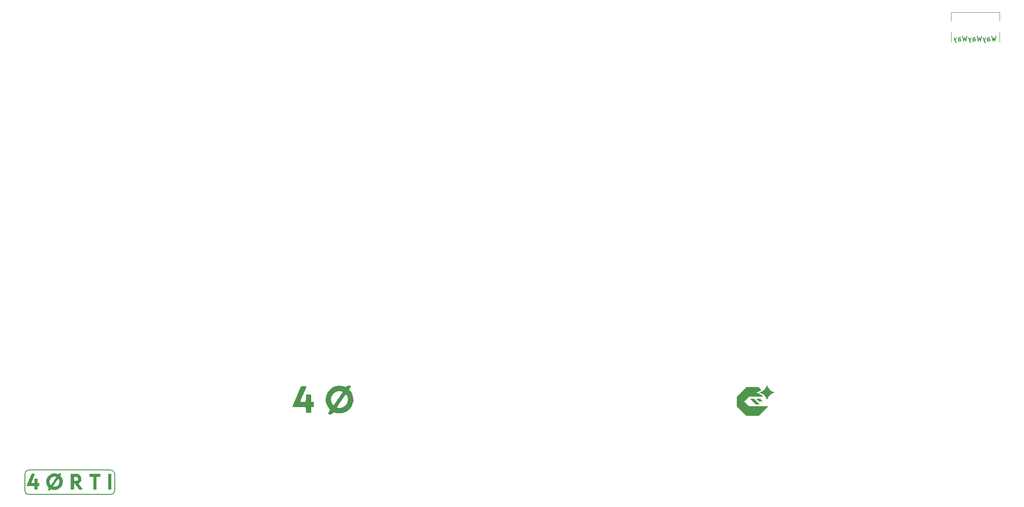
<source format=gbr>
%TF.GenerationSoftware,KiCad,Pcbnew,(7.0.0)*%
%TF.CreationDate,2024-04-06T15:16:24+02:00*%
%TF.ProjectId,forti GND,666f7274-6920-4474-9e44-2e6b69636164,rev?*%
%TF.SameCoordinates,Original*%
%TF.FileFunction,Legend,Top*%
%TF.FilePolarity,Positive*%
%FSLAX46Y46*%
G04 Gerber Fmt 4.6, Leading zero omitted, Abs format (unit mm)*
G04 Created by KiCad (PCBNEW (7.0.0)) date 2024-04-06 15:16:24*
%MOMM*%
%LPD*%
G01*
G04 APERTURE LIST*
%ADD10C,0.150000*%
%ADD11C,0.120000*%
%ADD12C,0.250000*%
%ADD13C,0.381000*%
%ADD14C,0.000000*%
%ADD15C,0.200000*%
%ADD16C,1.000000*%
%ADD17C,0.600000*%
%ADD18C,3.987800*%
%ADD19C,3.048000*%
%ADD20C,0.650000*%
%ADD21R,0.600000X1.450000*%
%ADD22R,0.280000X1.450000*%
%ADD23O,1.000000X2.100000*%
%ADD24O,1.000000X1.600000*%
%ADD25C,1.750000*%
G04 APERTURE END LIST*
D10*
X49906250Y-115093750D02*
X49906250Y-111918750D01*
X50700000Y-111125050D02*
G75*
G03*
X49906250Y-111918750I0J-793750D01*
G01*
X66575000Y-115887450D02*
G75*
G03*
X67368750Y-115093750I0J793750D01*
G01*
X49906200Y-115093750D02*
G75*
G03*
X50700000Y-115887500I793800J50D01*
G01*
X67368750Y-111918750D02*
X67368750Y-115093750D01*
X50700000Y-111125000D02*
X66575000Y-111125000D01*
X67368800Y-111918750D02*
G75*
G03*
X66575000Y-111125000I-793800J-50D01*
G01*
X66575000Y-115887500D02*
X50700000Y-115887500D01*
X238295059Y-26882592D02*
X238056964Y-27882592D01*
X238056964Y-27882592D02*
X237866488Y-27168307D01*
X237866488Y-27168307D02*
X237676012Y-27882592D01*
X237676012Y-27882592D02*
X237437917Y-26882592D01*
X236628393Y-27882592D02*
X236628393Y-27358783D01*
X236628393Y-27358783D02*
X236676012Y-27263545D01*
X236676012Y-27263545D02*
X236771250Y-27215926D01*
X236771250Y-27215926D02*
X236961726Y-27215926D01*
X236961726Y-27215926D02*
X237056964Y-27263545D01*
X236628393Y-27834973D02*
X236723631Y-27882592D01*
X236723631Y-27882592D02*
X236961726Y-27882592D01*
X236961726Y-27882592D02*
X237056964Y-27834973D01*
X237056964Y-27834973D02*
X237104583Y-27739735D01*
X237104583Y-27739735D02*
X237104583Y-27644497D01*
X237104583Y-27644497D02*
X237056964Y-27549259D01*
X237056964Y-27549259D02*
X236961726Y-27501640D01*
X236961726Y-27501640D02*
X236723631Y-27501640D01*
X236723631Y-27501640D02*
X236628393Y-27454021D01*
X236247440Y-27215926D02*
X236009345Y-27882592D01*
X235771250Y-27215926D02*
X236009345Y-27882592D01*
X236009345Y-27882592D02*
X236104583Y-28120688D01*
X236104583Y-28120688D02*
X236152202Y-28168307D01*
X236152202Y-28168307D02*
X236247440Y-28215926D01*
X235485535Y-26882592D02*
X235247440Y-27882592D01*
X235247440Y-27882592D02*
X235056964Y-27168307D01*
X235056964Y-27168307D02*
X234866488Y-27882592D01*
X234866488Y-27882592D02*
X234628393Y-26882592D01*
X233818869Y-27882592D02*
X233818869Y-27358783D01*
X233818869Y-27358783D02*
X233866488Y-27263545D01*
X233866488Y-27263545D02*
X233961726Y-27215926D01*
X233961726Y-27215926D02*
X234152202Y-27215926D01*
X234152202Y-27215926D02*
X234247440Y-27263545D01*
X233818869Y-27834973D02*
X233914107Y-27882592D01*
X233914107Y-27882592D02*
X234152202Y-27882592D01*
X234152202Y-27882592D02*
X234247440Y-27834973D01*
X234247440Y-27834973D02*
X234295059Y-27739735D01*
X234295059Y-27739735D02*
X234295059Y-27644497D01*
X234295059Y-27644497D02*
X234247440Y-27549259D01*
X234247440Y-27549259D02*
X234152202Y-27501640D01*
X234152202Y-27501640D02*
X233914107Y-27501640D01*
X233914107Y-27501640D02*
X233818869Y-27454021D01*
X233437916Y-27215926D02*
X233199821Y-27882592D01*
X232961726Y-27215926D02*
X233199821Y-27882592D01*
X233199821Y-27882592D02*
X233295059Y-28120688D01*
X233295059Y-28120688D02*
X233342678Y-28168307D01*
X233342678Y-28168307D02*
X233437916Y-28215926D01*
X232676011Y-26882592D02*
X232437916Y-27882592D01*
X232437916Y-27882592D02*
X232247440Y-27168307D01*
X232247440Y-27168307D02*
X232056964Y-27882592D01*
X232056964Y-27882592D02*
X231818869Y-26882592D01*
X231009345Y-27882592D02*
X231009345Y-27358783D01*
X231009345Y-27358783D02*
X231056964Y-27263545D01*
X231056964Y-27263545D02*
X231152202Y-27215926D01*
X231152202Y-27215926D02*
X231342678Y-27215926D01*
X231342678Y-27215926D02*
X231437916Y-27263545D01*
X231009345Y-27834973D02*
X231104583Y-27882592D01*
X231104583Y-27882592D02*
X231342678Y-27882592D01*
X231342678Y-27882592D02*
X231437916Y-27834973D01*
X231437916Y-27834973D02*
X231485535Y-27739735D01*
X231485535Y-27739735D02*
X231485535Y-27644497D01*
X231485535Y-27644497D02*
X231437916Y-27549259D01*
X231437916Y-27549259D02*
X231342678Y-27501640D01*
X231342678Y-27501640D02*
X231104583Y-27501640D01*
X231104583Y-27501640D02*
X231009345Y-27454021D01*
X230628392Y-27215926D02*
X230390297Y-27882592D01*
X230152202Y-27215926D02*
X230390297Y-27882592D01*
X230390297Y-27882592D02*
X230485535Y-28120688D01*
X230485535Y-28120688D02*
X230533154Y-28168307D01*
X230533154Y-28168307D02*
X230628392Y-28215926D01*
D11*
%TO.C,J1*%
X238969115Y-28093750D02*
X238969115Y-26093750D01*
X238969115Y-24193750D02*
X238969115Y-22293750D01*
X238969115Y-22293750D02*
X229569115Y-22293750D01*
X229569115Y-28093750D02*
X229569115Y-26093750D01*
X229569115Y-24193750D02*
X229569115Y-22293750D01*
%TO.C,G\u002A\u002A\u002A*%
G36*
X104187845Y-94846614D02*
G01*
X104328315Y-94853130D01*
X104422225Y-94867202D01*
X104478670Y-94891459D01*
X104506749Y-94928530D01*
X104515558Y-94981044D01*
X104515816Y-94996461D01*
X104503295Y-95040654D01*
X104467448Y-95137938D01*
X104410851Y-95282010D01*
X104336082Y-95466567D01*
X104245716Y-95685306D01*
X104142329Y-95931924D01*
X104028498Y-96200119D01*
X103929184Y-96431685D01*
X103808202Y-96714466D01*
X103696704Y-96978946D01*
X103597117Y-97219090D01*
X103511869Y-97428865D01*
X103443389Y-97602235D01*
X103394103Y-97733166D01*
X103366440Y-97815623D01*
X103361520Y-97842657D01*
X103377366Y-97861483D01*
X103414204Y-97874456D01*
X103481297Y-97882283D01*
X103587906Y-97885673D01*
X103743295Y-97885333D01*
X103891456Y-97883161D01*
X104402423Y-97874235D01*
X104411211Y-97212567D01*
X104416314Y-96961965D01*
X104424162Y-96762114D01*
X104434509Y-96616904D01*
X104447111Y-96530230D01*
X104455676Y-96507911D01*
X104502018Y-96489786D01*
X104597505Y-96476160D01*
X104727520Y-96467070D01*
X104877449Y-96462554D01*
X105032675Y-96462651D01*
X105178584Y-96467398D01*
X105300560Y-96476833D01*
X105383987Y-96490994D01*
X105412947Y-96505421D01*
X105421633Y-96548875D01*
X105430720Y-96646743D01*
X105439585Y-96788656D01*
X105447602Y-96964239D01*
X105454149Y-97163122D01*
X105455357Y-97210077D01*
X105471556Y-97874235D01*
X105691457Y-97890434D01*
X105839608Y-97909135D01*
X105924669Y-97938693D01*
X105942046Y-97955230D01*
X105953816Y-98005023D01*
X105963498Y-98105296D01*
X105970124Y-98241743D01*
X105972725Y-98400060D01*
X105972732Y-98408801D01*
X105970372Y-98567879D01*
X105963935Y-98705848D01*
X105954391Y-98808400D01*
X105942707Y-98861232D01*
X105942046Y-98862373D01*
X105885134Y-98896696D01*
X105764880Y-98920228D01*
X105691457Y-98927169D01*
X105471556Y-98943368D01*
X105462581Y-99443271D01*
X105456735Y-99642828D01*
X105447400Y-99804648D01*
X105435271Y-99920259D01*
X105421041Y-99981191D01*
X105418117Y-99985937D01*
X105383061Y-100004604D01*
X105308974Y-100017463D01*
X105188197Y-100025193D01*
X105013075Y-100028475D01*
X104936990Y-100028699D01*
X104740894Y-100026822D01*
X104601842Y-100020737D01*
X104512176Y-100009763D01*
X104464241Y-99993220D01*
X104455862Y-99985937D01*
X104441308Y-99936514D01*
X104428720Y-99830780D01*
X104418793Y-99677205D01*
X104412221Y-99484260D01*
X104411398Y-99443271D01*
X104402423Y-98943368D01*
X103173415Y-98934873D01*
X102854895Y-98932418D01*
X102594938Y-98929689D01*
X102387308Y-98926389D01*
X102225772Y-98922217D01*
X102104096Y-98916877D01*
X102016045Y-98910068D01*
X101955386Y-98901492D01*
X101915884Y-98890851D01*
X101891305Y-98877845D01*
X101885596Y-98873155D01*
X101839775Y-98816611D01*
X101826785Y-98779720D01*
X101839197Y-98738199D01*
X101873641Y-98647775D01*
X101925931Y-98518802D01*
X101991883Y-98361631D01*
X102057261Y-98209677D01*
X102120390Y-98064369D01*
X102205123Y-97869053D01*
X102307357Y-97633202D01*
X102422991Y-97366286D01*
X102547920Y-97077778D01*
X102678042Y-96777149D01*
X102809255Y-96473870D01*
X102869172Y-96335332D01*
X102990469Y-96055639D01*
X103105275Y-95792434D01*
X103210765Y-95552084D01*
X103304117Y-95340953D01*
X103382506Y-95165407D01*
X103443108Y-95031812D01*
X103483100Y-94946532D01*
X103497989Y-94917921D01*
X103520111Y-94888829D01*
X103549564Y-94868718D01*
X103597545Y-94855936D01*
X103675250Y-94848829D01*
X103793876Y-94845745D01*
X103964617Y-94845031D01*
X103991716Y-94845026D01*
X104187845Y-94846614D01*
G37*
G36*
X108267886Y-97447092D02*
G01*
X109310714Y-97447092D01*
X109324252Y-97626423D01*
X109360496Y-97824206D01*
X109412888Y-98010764D01*
X109462022Y-98131982D01*
X109532476Y-98260081D01*
X109609213Y-98377295D01*
X109682460Y-98470691D01*
X109742446Y-98527336D01*
X109769059Y-98538331D01*
X109800809Y-98511649D01*
X109866689Y-98432971D01*
X109965161Y-98304396D01*
X110094688Y-98128021D01*
X110253732Y-97905945D01*
X110440754Y-97640268D01*
X110654216Y-97333089D01*
X110687922Y-97284285D01*
X110863327Y-97029736D01*
X111027495Y-96790749D01*
X111176734Y-96572754D01*
X111307347Y-96381184D01*
X111415640Y-96221470D01*
X111497920Y-96099044D01*
X111550490Y-96019336D01*
X111569527Y-95988190D01*
X111556216Y-95944893D01*
X111489564Y-95905562D01*
X111380983Y-95871853D01*
X111241888Y-95845422D01*
X111083692Y-95827926D01*
X110917807Y-95821021D01*
X110755648Y-95826362D01*
X110608628Y-95845605D01*
X110599522Y-95847449D01*
X110311497Y-95939194D01*
X110047734Y-96085378D01*
X109814533Y-96278183D01*
X109618190Y-96509792D01*
X109465005Y-96772388D01*
X109361275Y-97058153D01*
X109313299Y-97359270D01*
X109310714Y-97447092D01*
X108267886Y-97447092D01*
X108264577Y-97341173D01*
X108310964Y-96948895D01*
X108416082Y-96563239D01*
X108580001Y-96190010D01*
X108802786Y-95835013D01*
X108871499Y-95744982D01*
X109078139Y-95523784D01*
X109332448Y-95313634D01*
X109617302Y-95125390D01*
X109915574Y-94969908D01*
X110210138Y-94858047D01*
X110315051Y-94829818D01*
X110722460Y-94766616D01*
X111135673Y-94765376D01*
X111544377Y-94825377D01*
X111929726Y-94942565D01*
X112048819Y-94987408D01*
X112145855Y-95021214D01*
X112204187Y-95038268D01*
X112211446Y-95039265D01*
X112248994Y-95014071D01*
X112296256Y-94952328D01*
X112301675Y-94943399D01*
X112356182Y-94857271D01*
X112407992Y-94801007D01*
X112472370Y-94768275D01*
X112564584Y-94752742D01*
X112699898Y-94748075D01*
X112773130Y-94747832D01*
X112959404Y-94754167D01*
X113085416Y-94776941D01*
X113154025Y-94821805D01*
X113168088Y-94894414D01*
X113130465Y-95000420D01*
X113044013Y-95145474D01*
X113004081Y-95204581D01*
X112931088Y-95315500D01*
X112875175Y-95409910D01*
X112845008Y-95472772D01*
X112842092Y-95485683D01*
X112862299Y-95533059D01*
X112914746Y-95609308D01*
X112973405Y-95680819D01*
X113215691Y-96003043D01*
X113407077Y-96357621D01*
X113544374Y-96735279D01*
X113624389Y-97126739D01*
X113643930Y-97522725D01*
X113639341Y-97616333D01*
X113581099Y-98023580D01*
X113467058Y-98405025D01*
X113302189Y-98757350D01*
X113091464Y-99077235D01*
X112839854Y-99361359D01*
X112552330Y-99606404D01*
X112233865Y-99809050D01*
X111889429Y-99965977D01*
X111523995Y-100073866D01*
X111142533Y-100129396D01*
X110750015Y-100129249D01*
X110351413Y-100070105D01*
X110078322Y-99994126D01*
X109952565Y-99952688D01*
X109852065Y-99920403D01*
X109791148Y-99901831D01*
X109779848Y-99899108D01*
X109756597Y-99923833D01*
X109707696Y-99988934D01*
X109643327Y-100080802D01*
X109637452Y-100089434D01*
X109565745Y-100187281D01*
X109500729Y-100262688D01*
X109456190Y-100299705D01*
X109455406Y-100300021D01*
X109399677Y-100309438D01*
X109298336Y-100316526D01*
X109170559Y-100320082D01*
X109132190Y-100320281D01*
X108982027Y-100316584D01*
X108883831Y-100304174D01*
X108825124Y-100281075D01*
X108810860Y-100269370D01*
X108772427Y-100212619D01*
X108766318Y-100143573D01*
X108795351Y-100053071D01*
X108862340Y-99931951D01*
X108959276Y-99786519D01*
X109059827Y-99635055D01*
X109117465Y-99530170D01*
X109132891Y-99470524D01*
X109129365Y-99461214D01*
X109096169Y-99419740D01*
X109032378Y-99342679D01*
X108949408Y-99243774D01*
X108911293Y-99198678D01*
X108736299Y-98958294D01*
X110452942Y-98958294D01*
X110453003Y-98959567D01*
X110492006Y-99006899D01*
X110582524Y-99043550D01*
X110711979Y-99068359D01*
X110867792Y-99080164D01*
X111037385Y-99077805D01*
X111208181Y-99060120D01*
X111316372Y-99039273D01*
X111624868Y-98934704D01*
X111899716Y-98776557D01*
X112136197Y-98569234D01*
X112329590Y-98317135D01*
X112475178Y-98024663D01*
X112510024Y-97925995D01*
X112565801Y-97670013D01*
X112578287Y-97399083D01*
X112549845Y-97128494D01*
X112482834Y-96873539D01*
X112379616Y-96649509D01*
X112294131Y-96527602D01*
X112230781Y-96460577D01*
X112187317Y-96441304D01*
X112157771Y-96454979D01*
X112125545Y-96492957D01*
X112063897Y-96575145D01*
X111979673Y-96692060D01*
X111879722Y-96834220D01*
X111789158Y-96965418D01*
X111677811Y-97127678D01*
X111539172Y-97329137D01*
X111382911Y-97555773D01*
X111218702Y-97793567D01*
X111056214Y-98028500D01*
X110954884Y-98174788D01*
X110821689Y-98369064D01*
X110702066Y-98547627D01*
X110600697Y-98703153D01*
X110522264Y-98828321D01*
X110471452Y-98915809D01*
X110452942Y-98958294D01*
X108736299Y-98958294D01*
X108665020Y-98860380D01*
X108477145Y-98499675D01*
X108347735Y-98122368D01*
X108276857Y-97734266D01*
X108267886Y-97447092D01*
G37*
G36*
X193879050Y-94556148D02*
G01*
X193881943Y-94562542D01*
X193886041Y-94575856D01*
X193891737Y-94597064D01*
X193894512Y-94607822D01*
X193933481Y-94741028D01*
X193981157Y-94870567D01*
X194037382Y-94996129D01*
X194101999Y-95117405D01*
X194174852Y-95234086D01*
X194255784Y-95345863D01*
X194292161Y-95391291D01*
X194336688Y-95442655D01*
X194387435Y-95496632D01*
X194442326Y-95551209D01*
X194499283Y-95604377D01*
X194556229Y-95654122D01*
X194602353Y-95691650D01*
X194701952Y-95764183D01*
X194808206Y-95831275D01*
X194919633Y-95892201D01*
X195034750Y-95946233D01*
X195152078Y-95992644D01*
X195270132Y-96030708D01*
X195322205Y-96044695D01*
X195345165Y-96050516D01*
X195365152Y-96055660D01*
X195380156Y-96059605D01*
X195388169Y-96061828D01*
X195388532Y-96061943D01*
X195386692Y-96063836D01*
X195376993Y-96067542D01*
X195360802Y-96072620D01*
X195339489Y-96078629D01*
X195324402Y-96082604D01*
X195193755Y-96121007D01*
X195067009Y-96167903D01*
X194944498Y-96222981D01*
X194826559Y-96285928D01*
X194713525Y-96356432D01*
X194605732Y-96434180D01*
X194503514Y-96518860D01*
X194407207Y-96610160D01*
X194317144Y-96707768D01*
X194233661Y-96811371D01*
X194157093Y-96920657D01*
X194087775Y-97035314D01*
X194026041Y-97155029D01*
X193972226Y-97279491D01*
X193936989Y-97376585D01*
X193926665Y-97408543D01*
X193915942Y-97443512D01*
X193905875Y-97477938D01*
X193897520Y-97508270D01*
X193895075Y-97517734D01*
X193888687Y-97542941D01*
X193884145Y-97559938D01*
X193880979Y-97569727D01*
X193878717Y-97573312D01*
X193876887Y-97571695D01*
X193875018Y-97565879D01*
X193874094Y-97562370D01*
X193862918Y-97519722D01*
X193853523Y-97484562D01*
X193845412Y-97455155D01*
X193838087Y-97429766D01*
X193831050Y-97406661D01*
X193823803Y-97384105D01*
X193817499Y-97365231D01*
X193769734Y-97238763D01*
X193713542Y-97116336D01*
X193649270Y-96998338D01*
X193577261Y-96885158D01*
X193497860Y-96777184D01*
X193411411Y-96674804D01*
X193318261Y-96578408D01*
X193218752Y-96488384D01*
X193113230Y-96405119D01*
X193002040Y-96329004D01*
X192885526Y-96260425D01*
X192797228Y-96215307D01*
X192714376Y-96178036D01*
X192628039Y-96143770D01*
X192541119Y-96113551D01*
X192456516Y-96088420D01*
X192413627Y-96077525D01*
X192394643Y-96072655D01*
X192380159Y-96068245D01*
X192371944Y-96064878D01*
X192370874Y-96063449D01*
X192376581Y-96061206D01*
X192389694Y-96057221D01*
X192408392Y-96052015D01*
X192430854Y-96046110D01*
X192436203Y-96044748D01*
X192563134Y-96007754D01*
X192687416Y-95961866D01*
X192808523Y-95907448D01*
X192925930Y-95844866D01*
X193039111Y-95774485D01*
X193147539Y-95696671D01*
X193250689Y-95611790D01*
X193348036Y-95520206D01*
X193439053Y-95422285D01*
X193523216Y-95318393D01*
X193565859Y-95259605D01*
X193639561Y-95145823D01*
X193705045Y-95027735D01*
X193762444Y-94905040D01*
X193811891Y-94777435D01*
X193853522Y-94644619D01*
X193875301Y-94560214D01*
X193876967Y-94555697D01*
X193879050Y-94556148D01*
G37*
G36*
X192495392Y-95315275D02*
G01*
X192537531Y-95357468D01*
X192577629Y-95397714D01*
X192615191Y-95435510D01*
X192649722Y-95470354D01*
X192680729Y-95501744D01*
X192707715Y-95529177D01*
X192730186Y-95552151D01*
X192747647Y-95570164D01*
X192759603Y-95582712D01*
X192765560Y-95589293D01*
X192766146Y-95590184D01*
X192761739Y-95593608D01*
X192751203Y-95601607D01*
X192736013Y-95613065D01*
X192717647Y-95626863D01*
X192713378Y-95630064D01*
X192594394Y-95713404D01*
X192469218Y-95789794D01*
X192338460Y-95858914D01*
X192202735Y-95920442D01*
X192062654Y-95974059D01*
X192043472Y-95980664D01*
X192006722Y-95992715D01*
X191965201Y-96005599D01*
X191921425Y-96018592D01*
X191877909Y-96030971D01*
X191837169Y-96042011D01*
X191801720Y-96050988D01*
X191787784Y-96054248D01*
X191772718Y-96057884D01*
X191761492Y-96061025D01*
X191757609Y-96062473D01*
X191760522Y-96064356D01*
X191771206Y-96068029D01*
X191788200Y-96073050D01*
X191810040Y-96078976D01*
X191824114Y-96082593D01*
X191972759Y-96124230D01*
X192115059Y-96172670D01*
X192251582Y-96228200D01*
X192382897Y-96291104D01*
X192509572Y-96361670D01*
X192632174Y-96440183D01*
X192751272Y-96526928D01*
X192825730Y-96586742D01*
X192845367Y-96603742D01*
X192868556Y-96624879D01*
X192894494Y-96649330D01*
X192922382Y-96676271D01*
X192951417Y-96704878D01*
X192980798Y-96734329D01*
X193009723Y-96763800D01*
X193037392Y-96792468D01*
X193063002Y-96819510D01*
X193085752Y-96844102D01*
X193104841Y-96865420D01*
X193119467Y-96882643D01*
X193128830Y-96894945D01*
X193132126Y-96901503D01*
X193127438Y-96901746D01*
X193113622Y-96901983D01*
X193091049Y-96902214D01*
X193060093Y-96902439D01*
X193021125Y-96902655D01*
X192974519Y-96902864D01*
X192920646Y-96903063D01*
X192859878Y-96903252D01*
X192792589Y-96903430D01*
X192719150Y-96903597D01*
X192639933Y-96903751D01*
X192555312Y-96903892D01*
X192465658Y-96904019D01*
X192371344Y-96904131D01*
X192272742Y-96904228D01*
X192170224Y-96904308D01*
X192064163Y-96904371D01*
X191954931Y-96904416D01*
X191842901Y-96904443D01*
X191746209Y-96904450D01*
X190360292Y-96904450D01*
X189894778Y-97369982D01*
X189429265Y-97835514D01*
X189894778Y-98301046D01*
X190360292Y-98766578D01*
X192222425Y-98766578D01*
X194084558Y-98766578D01*
X193153503Y-99697642D01*
X192222448Y-100628706D01*
X191056233Y-100628706D01*
X189890019Y-100628706D01*
X188960147Y-99698825D01*
X188030275Y-98768944D01*
X188030275Y-97835505D01*
X188030275Y-96902065D01*
X188960156Y-95972193D01*
X189890037Y-95042321D01*
X191056253Y-95042321D01*
X192222470Y-95042321D01*
X192495392Y-95315275D01*
G37*
G36*
X191886361Y-97831959D02*
G01*
X191945943Y-97891565D01*
X192003676Y-97949363D01*
X192059203Y-98004996D01*
X192112169Y-98058104D01*
X192162219Y-98108331D01*
X192208995Y-98155318D01*
X192252144Y-98198706D01*
X192291308Y-98238138D01*
X192326132Y-98273256D01*
X192356261Y-98303702D01*
X192381338Y-98329117D01*
X192401009Y-98349144D01*
X192414917Y-98363423D01*
X192422706Y-98371598D01*
X192424328Y-98373496D01*
X192419698Y-98374061D01*
X192406294Y-98374598D01*
X192384842Y-98375100D01*
X192356066Y-98375561D01*
X192320693Y-98375973D01*
X192279450Y-98376328D01*
X192233061Y-98376621D01*
X192182254Y-98376843D01*
X192127753Y-98376989D01*
X192070285Y-98377050D01*
X192059732Y-98377051D01*
X191695137Y-98377051D01*
X191153615Y-97835514D01*
X190612093Y-97293977D01*
X190980244Y-97293977D01*
X191348394Y-97293977D01*
X191886361Y-97831959D01*
G37*
G36*
X192820980Y-97564745D02*
G01*
X193091717Y-97835514D01*
X192723567Y-97835514D01*
X192355417Y-97835514D01*
X192084679Y-97564745D01*
X191813942Y-97293977D01*
X192182092Y-97293977D01*
X192550243Y-97293977D01*
X192820980Y-97564745D01*
G37*
G36*
X66485038Y-111834006D02*
G01*
X66555252Y-111835684D01*
X66602986Y-111839374D01*
X66634241Y-111845807D01*
X66655017Y-111855713D01*
X66669612Y-111868096D01*
X66675667Y-111874787D01*
X66680969Y-111883426D01*
X66685567Y-111896213D01*
X66689512Y-111915348D01*
X66692853Y-111943030D01*
X66695641Y-111981459D01*
X66697926Y-112032834D01*
X66699757Y-112099355D01*
X66701185Y-112183221D01*
X66702260Y-112286632D01*
X66703032Y-112411787D01*
X66703551Y-112560885D01*
X66703867Y-112736127D01*
X66704030Y-112939712D01*
X66704091Y-113173838D01*
X66704099Y-113382871D01*
X66704073Y-113643175D01*
X66703964Y-113871177D01*
X66703726Y-114069062D01*
X66703314Y-114239017D01*
X66702682Y-114383226D01*
X66701784Y-114503875D01*
X66700575Y-114603149D01*
X66699009Y-114683235D01*
X66697040Y-114746317D01*
X66694623Y-114794581D01*
X66691712Y-114830213D01*
X66688261Y-114855398D01*
X66684225Y-114872321D01*
X66679558Y-114883169D01*
X66674214Y-114890126D01*
X66672565Y-114891697D01*
X66641350Y-114904355D01*
X66584261Y-114913824D01*
X66508889Y-114920104D01*
X66422821Y-114923193D01*
X66333647Y-114923093D01*
X66248955Y-114919802D01*
X66176335Y-114913319D01*
X66123376Y-114903646D01*
X66098370Y-114891724D01*
X66094075Y-114881650D01*
X66090272Y-114861056D01*
X66086922Y-114827927D01*
X66083988Y-114780246D01*
X66081432Y-114716000D01*
X66079216Y-114633173D01*
X66077301Y-114529750D01*
X66075650Y-114403716D01*
X66074224Y-114253055D01*
X66072986Y-114075752D01*
X66071897Y-113869792D01*
X66070920Y-113633160D01*
X66070110Y-113394205D01*
X66069310Y-113135404D01*
X66068665Y-112908865D01*
X66068222Y-112712365D01*
X66068026Y-112543678D01*
X66068123Y-112400579D01*
X66068560Y-112280845D01*
X66069383Y-112182250D01*
X66070637Y-112102570D01*
X66072370Y-112039581D01*
X66074628Y-111991057D01*
X66077455Y-111954774D01*
X66080900Y-111928507D01*
X66085007Y-111910033D01*
X66089823Y-111897125D01*
X66095394Y-111887560D01*
X66101538Y-111879403D01*
X66116472Y-111861534D01*
X66132423Y-111849048D01*
X66155391Y-111840981D01*
X66191380Y-111836367D01*
X66246389Y-111834242D01*
X66326421Y-111833640D01*
X66386342Y-111833609D01*
X66485038Y-111834006D01*
G37*
G36*
X63726783Y-111833697D02*
G01*
X63907719Y-111834007D01*
X64059473Y-111834609D01*
X64184696Y-111835571D01*
X64286039Y-111836963D01*
X64366156Y-111838853D01*
X64427699Y-111841310D01*
X64473318Y-111844405D01*
X64505667Y-111848205D01*
X64527398Y-111852779D01*
X64541162Y-111858198D01*
X64544797Y-111860452D01*
X64559609Y-111872503D01*
X64570017Y-111888278D01*
X64576794Y-111913504D01*
X64580717Y-111953909D01*
X64582561Y-112015220D01*
X64583098Y-112103164D01*
X64583122Y-112143742D01*
X64582506Y-112247256D01*
X64580317Y-112321658D01*
X64576042Y-112372305D01*
X64569171Y-112404555D01*
X64559190Y-112423767D01*
X64556024Y-112427285D01*
X64541525Y-112436917D01*
X64516920Y-112444029D01*
X64477523Y-112448977D01*
X64418647Y-112452113D01*
X64335605Y-112453792D01*
X64223710Y-112454369D01*
X64197355Y-112454383D01*
X64067312Y-112455192D01*
X63969324Y-112457715D01*
X63900991Y-112462092D01*
X63859917Y-112468464D01*
X63845090Y-112475075D01*
X63840825Y-112487758D01*
X63837131Y-112517902D01*
X63833978Y-112567332D01*
X63831333Y-112637875D01*
X63829166Y-112731357D01*
X63827446Y-112849604D01*
X63826142Y-112994442D01*
X63825222Y-113167698D01*
X63824656Y-113371196D01*
X63824413Y-113606764D01*
X63824398Y-113690151D01*
X63824374Y-113922022D01*
X63824256Y-114121832D01*
X63823978Y-114292009D01*
X63823473Y-114434980D01*
X63822675Y-114553171D01*
X63821516Y-114649009D01*
X63819930Y-114724922D01*
X63817850Y-114783337D01*
X63815210Y-114826680D01*
X63811942Y-114857379D01*
X63807979Y-114877860D01*
X63803255Y-114890551D01*
X63797704Y-114897879D01*
X63791258Y-114902270D01*
X63791044Y-114902384D01*
X63762025Y-114908905D01*
X63705481Y-114914325D01*
X63628367Y-114918208D01*
X63537640Y-114920114D01*
X63507754Y-114920235D01*
X63405579Y-114919590D01*
X63332445Y-114917302D01*
X63282923Y-114912839D01*
X63251585Y-114905671D01*
X63233002Y-114895266D01*
X63230721Y-114893137D01*
X63225393Y-114884970D01*
X63220803Y-114870296D01*
X63216896Y-114846715D01*
X63213619Y-114811827D01*
X63210919Y-114763230D01*
X63208742Y-114698525D01*
X63207033Y-114615311D01*
X63205741Y-114511188D01*
X63204809Y-114383755D01*
X63204187Y-114230611D01*
X63203818Y-114049355D01*
X63203651Y-113837589D01*
X63203624Y-113680904D01*
X63203477Y-113435555D01*
X63203014Y-113222860D01*
X63202205Y-113040988D01*
X63201018Y-112888104D01*
X63199421Y-112762378D01*
X63197383Y-112661977D01*
X63194872Y-112585069D01*
X63191858Y-112529821D01*
X63188308Y-112494402D01*
X63184191Y-112476979D01*
X63182932Y-112475075D01*
X63161893Y-112467010D01*
X63115509Y-112461052D01*
X63041383Y-112457061D01*
X62937116Y-112454895D01*
X62830667Y-112454383D01*
X62712415Y-112453985D01*
X62623956Y-112452555D01*
X62560605Y-112449740D01*
X62517674Y-112445185D01*
X62490475Y-112438536D01*
X62474323Y-112429438D01*
X62471998Y-112427285D01*
X62461125Y-112410584D01*
X62453495Y-112382236D01*
X62448595Y-112336884D01*
X62445913Y-112269169D01*
X62444938Y-112173734D01*
X62444900Y-112143742D01*
X62445151Y-112044453D01*
X62446419Y-111973924D01*
X62449479Y-111926427D01*
X62455107Y-111896234D01*
X62464077Y-111877619D01*
X62477163Y-111864854D01*
X62483225Y-111860452D01*
X62494694Y-111854701D01*
X62513139Y-111849819D01*
X62541212Y-111845738D01*
X62581565Y-111842388D01*
X62636851Y-111839700D01*
X62709721Y-111837607D01*
X62802827Y-111836037D01*
X62918821Y-111834922D01*
X63060356Y-111834194D01*
X63230084Y-111833783D01*
X63430656Y-111833620D01*
X63514011Y-111833609D01*
X63726783Y-111833697D01*
G37*
G36*
X58823753Y-113031927D02*
G01*
X59464530Y-113031927D01*
X59465192Y-113113449D01*
X59466610Y-113172960D01*
X59468729Y-113205004D01*
X59469456Y-113208350D01*
X59489541Y-113217876D01*
X59536474Y-113224820D01*
X59602710Y-113229133D01*
X59680704Y-113230772D01*
X59762910Y-113229688D01*
X59841782Y-113225837D01*
X59909775Y-113219171D01*
X59953160Y-113211313D01*
X60011645Y-113188150D01*
X60074252Y-113150973D01*
X60101088Y-113130368D01*
X60176648Y-113045627D01*
X60222272Y-112950317D01*
X60238629Y-112849768D01*
X60226385Y-112749310D01*
X60186209Y-112654273D01*
X60118769Y-112569988D01*
X60024733Y-112501786D01*
X60022158Y-112500393D01*
X59990568Y-112485342D01*
X59956870Y-112474964D01*
X59913984Y-112468410D01*
X59854835Y-112464830D01*
X59772343Y-112463376D01*
X59711771Y-112463173D01*
X59470359Y-112463005D01*
X59465686Y-112824677D01*
X59464677Y-112933851D01*
X59464530Y-113031927D01*
X58823753Y-113031927D01*
X58823794Y-112887476D01*
X58823966Y-112690881D01*
X58824298Y-112522146D01*
X58824843Y-112379062D01*
X58825654Y-112259421D01*
X58826782Y-112161013D01*
X58828281Y-112081630D01*
X58830203Y-112019063D01*
X58832601Y-111971102D01*
X58835528Y-111935539D01*
X58839036Y-111910165D01*
X58843177Y-111892770D01*
X58848005Y-111881145D01*
X58853572Y-111873083D01*
X58859607Y-111866696D01*
X58870279Y-111856953D01*
X58883145Y-111849209D01*
X58901884Y-111843291D01*
X58930173Y-111839021D01*
X58971692Y-111836227D01*
X59030118Y-111834732D01*
X59109130Y-111834361D01*
X59212407Y-111834940D01*
X59343627Y-111836294D01*
X59467448Y-111837771D01*
X59628640Y-111839955D01*
X59759346Y-111842331D01*
X59863569Y-111845122D01*
X59945310Y-111848555D01*
X60008573Y-111852855D01*
X60057358Y-111858247D01*
X60095669Y-111864957D01*
X60127506Y-111873210D01*
X60134242Y-111875320D01*
X60310023Y-111947695D01*
X60466315Y-112043504D01*
X60601121Y-112159625D01*
X60712444Y-112292936D01*
X60798286Y-112440317D01*
X60856649Y-112598645D01*
X60885536Y-112764799D01*
X60882950Y-112935657D01*
X60868906Y-113023426D01*
X60818552Y-113190592D01*
X60742314Y-113343411D01*
X60643448Y-113477178D01*
X60525210Y-113587185D01*
X60439654Y-113643640D01*
X60389416Y-113673805D01*
X60353930Y-113698572D01*
X60341166Y-113712092D01*
X60350856Y-113728552D01*
X60378464Y-113769885D01*
X60421799Y-113832947D01*
X60478669Y-113914594D01*
X60546882Y-114011681D01*
X60624248Y-114121064D01*
X60708573Y-114239599D01*
X60720528Y-114256352D01*
X60817207Y-114392806D01*
X60902296Y-114514981D01*
X60974221Y-114620511D01*
X61031409Y-114707028D01*
X61072285Y-114772165D01*
X61095276Y-114813555D01*
X61099890Y-114826891D01*
X61097549Y-114858353D01*
X61087686Y-114881884D01*
X61066044Y-114898523D01*
X61028366Y-114909307D01*
X60970394Y-114915274D01*
X60887871Y-114917462D01*
X60776540Y-114916909D01*
X60733090Y-114916307D01*
X60421251Y-114911613D01*
X59979797Y-114256352D01*
X59868579Y-114091838D01*
X59774789Y-113954432D01*
X59697099Y-113842302D01*
X59634178Y-113753616D01*
X59584697Y-113686543D01*
X59547325Y-113639252D01*
X59520733Y-113609910D01*
X59503592Y-113596686D01*
X59500040Y-113595580D01*
X59461737Y-113590070D01*
X59461737Y-114216828D01*
X59461569Y-114383710D01*
X59460976Y-114519495D01*
X59459821Y-114627572D01*
X59457965Y-114711328D01*
X59455274Y-114774152D01*
X59451610Y-114819435D01*
X59446836Y-114850563D01*
X59440816Y-114870926D01*
X59434893Y-114881910D01*
X59423062Y-114896506D01*
X59407605Y-114906834D01*
X59382912Y-114913631D01*
X59343372Y-114917632D01*
X59283373Y-114919574D01*
X59197305Y-114920192D01*
X59142728Y-114920235D01*
X59041517Y-114920002D01*
X58969183Y-114918815D01*
X58920112Y-114915936D01*
X58888695Y-114910629D01*
X58869321Y-114902159D01*
X58856377Y-114889790D01*
X58850562Y-114881910D01*
X58845785Y-114872186D01*
X58841602Y-114856099D01*
X58837974Y-114831490D01*
X58834862Y-114796201D01*
X58832229Y-114748073D01*
X58830035Y-114684946D01*
X58828244Y-114604664D01*
X58826815Y-114505066D01*
X58825711Y-114383994D01*
X58824894Y-114239290D01*
X58824324Y-114068794D01*
X58823964Y-113870348D01*
X58823775Y-113641794D01*
X58823719Y-113380972D01*
X58823719Y-113373085D01*
X58823729Y-113114141D01*
X58823753Y-113031927D01*
G37*
G36*
X51495650Y-111829078D02*
G01*
X51533796Y-111829710D01*
X51648634Y-111832947D01*
X51733325Y-111838721D01*
X51792186Y-111848251D01*
X51829532Y-111862757D01*
X51849679Y-111883458D01*
X51856943Y-111911573D01*
X51857256Y-111921089D01*
X51850576Y-111942406D01*
X51831395Y-111992245D01*
X51801002Y-112067517D01*
X51760684Y-112165133D01*
X51711731Y-112282005D01*
X51655431Y-112415043D01*
X51593071Y-112561159D01*
X51525941Y-112717265D01*
X51503359Y-112769525D01*
X51423681Y-112954728D01*
X51353053Y-113120993D01*
X51292228Y-113266458D01*
X51241964Y-113389256D01*
X51203014Y-113487526D01*
X51176135Y-113559402D01*
X51162083Y-113603021D01*
X51160329Y-113615879D01*
X51168144Y-113626425D01*
X51185512Y-113634020D01*
X51217334Y-113639131D01*
X51268512Y-113642221D01*
X51343948Y-113643754D01*
X51448544Y-113644197D01*
X51459047Y-113644199D01*
X51581311Y-113643176D01*
X51671280Y-113640011D01*
X51731088Y-113634561D01*
X51762869Y-113626683D01*
X51767589Y-113623507D01*
X51775057Y-113604078D01*
X51780726Y-113560944D01*
X51784726Y-113491600D01*
X51787182Y-113393545D01*
X51788225Y-113264275D01*
X51788281Y-113219257D01*
X51787881Y-113085095D01*
X51788556Y-112981460D01*
X51793122Y-112904437D01*
X51804391Y-112850110D01*
X51825178Y-112814562D01*
X51858297Y-112793879D01*
X51906563Y-112784143D01*
X51972790Y-112781440D01*
X52059791Y-112781853D01*
X52102505Y-112782013D01*
X52194888Y-112781529D01*
X52266653Y-112782637D01*
X52320390Y-112789183D01*
X52358687Y-112805011D01*
X52384134Y-112833965D01*
X52399321Y-112879888D01*
X52406837Y-112946626D01*
X52409271Y-113038023D01*
X52409212Y-113157922D01*
X52409055Y-113237127D01*
X52408881Y-113366023D01*
X52409384Y-113464511D01*
X52412102Y-113536658D01*
X52418574Y-113586533D01*
X52430338Y-113618203D01*
X52448932Y-113635737D01*
X52475895Y-113643202D01*
X52512765Y-113644668D01*
X52561081Y-113644201D01*
X52562986Y-113644199D01*
X52618368Y-113645612D01*
X52658862Y-113652958D01*
X52686794Y-113670896D01*
X52704491Y-113704087D01*
X52714279Y-113757191D01*
X52718485Y-113834868D01*
X52719436Y-113941778D01*
X52719442Y-113957583D01*
X52718911Y-114066360D01*
X52715421Y-114145523D01*
X52706127Y-114199946D01*
X52688184Y-114234502D01*
X52658747Y-114254065D01*
X52614972Y-114263507D01*
X52554013Y-114267703D01*
X52537995Y-114268407D01*
X52417677Y-114273595D01*
X52412934Y-114565859D01*
X52410608Y-114677075D01*
X52407431Y-114758877D01*
X52402887Y-114816332D01*
X52396461Y-114854513D01*
X52387638Y-114878489D01*
X52380085Y-114889178D01*
X52365309Y-114901404D01*
X52342996Y-114909974D01*
X52307452Y-114915515D01*
X52252981Y-114918651D01*
X52173887Y-114920008D01*
X52097227Y-114920235D01*
X51994061Y-114919612D01*
X51919988Y-114917397D01*
X51869634Y-114913075D01*
X51837621Y-114906128D01*
X51818574Y-114896040D01*
X51815378Y-114893137D01*
X51804830Y-114877032D01*
X51797326Y-114849713D01*
X51792398Y-114805992D01*
X51789579Y-114740684D01*
X51788401Y-114648603D01*
X51788281Y-114592783D01*
X51787644Y-114497462D01*
X51785886Y-114413055D01*
X51783236Y-114346157D01*
X51779924Y-114303364D01*
X51777814Y-114292249D01*
X51772312Y-114285551D01*
X51759407Y-114280033D01*
X51736070Y-114275583D01*
X51699274Y-114272090D01*
X51645989Y-114269442D01*
X51573187Y-114267527D01*
X51477838Y-114266235D01*
X51356914Y-114265453D01*
X51207386Y-114265070D01*
X51037566Y-114264973D01*
X50852911Y-114264943D01*
X50699791Y-114264609D01*
X50575254Y-114263602D01*
X50476349Y-114261557D01*
X50400123Y-114258105D01*
X50343624Y-114252881D01*
X50303900Y-114245517D01*
X50277999Y-114235645D01*
X50262968Y-114222900D01*
X50255857Y-114206914D01*
X50253713Y-114187319D01*
X50253590Y-114167498D01*
X50260298Y-114145143D01*
X50279530Y-114094317D01*
X50309952Y-114018128D01*
X50350229Y-113919686D01*
X50399027Y-113802099D01*
X50455009Y-113668476D01*
X50516841Y-113521925D01*
X50583189Y-113365557D01*
X50652717Y-113202478D01*
X50724090Y-113035798D01*
X50795973Y-112868626D01*
X50867032Y-112704071D01*
X50935931Y-112545241D01*
X51001336Y-112395245D01*
X51061911Y-112257192D01*
X51116322Y-112134191D01*
X51163233Y-112029350D01*
X51201311Y-111945778D01*
X51229218Y-111886583D01*
X51245622Y-111854876D01*
X51248393Y-111850853D01*
X51263707Y-111840685D01*
X51290873Y-111833810D01*
X51335108Y-111829842D01*
X51401628Y-111828394D01*
X51495650Y-111829078D01*
G37*
G36*
X54079190Y-113455886D02*
G01*
X54709348Y-113455886D01*
X54727421Y-113578037D01*
X54751967Y-113668724D01*
X54785867Y-113759676D01*
X54825890Y-113845209D01*
X54868802Y-113919639D01*
X54911371Y-113977281D01*
X54950365Y-114012450D01*
X54978941Y-114020333D01*
X54997301Y-114004520D01*
X55034271Y-113960248D01*
X55089568Y-113887904D01*
X55162905Y-113787880D01*
X55254000Y-113660566D01*
X55362567Y-113506351D01*
X55488322Y-113325625D01*
X55529848Y-113265586D01*
X55628657Y-113122277D01*
X55721283Y-112987415D01*
X55805915Y-112863677D01*
X55880737Y-112753739D01*
X55943938Y-112660276D01*
X55993702Y-112585966D01*
X56028219Y-112533484D01*
X56045672Y-112505506D01*
X56047480Y-112501671D01*
X56031417Y-112483143D01*
X55987471Y-112462687D01*
X55922009Y-112442420D01*
X55841397Y-112424461D01*
X55789599Y-112415849D01*
X55626262Y-112408900D01*
X55462847Y-112433384D01*
X55304345Y-112486620D01*
X55155746Y-112565928D01*
X55022039Y-112668626D01*
X54908213Y-112792035D01*
X54819258Y-112933474D01*
X54816774Y-112938480D01*
X54747313Y-113112222D01*
X54711629Y-113283803D01*
X54709348Y-113455886D01*
X54079190Y-113455886D01*
X54078224Y-113292985D01*
X54104323Y-113084075D01*
X54157240Y-112879988D01*
X54236440Y-112683697D01*
X54341390Y-112498177D01*
X54471557Y-112326405D01*
X54626409Y-112171355D01*
X54805411Y-112036002D01*
X54969748Y-111941843D01*
X55131563Y-111870788D01*
X55291394Y-111822117D01*
X55458461Y-111793992D01*
X55641988Y-111784580D01*
X55749881Y-111786581D01*
X55897343Y-111795833D01*
X56021596Y-111812640D01*
X56133524Y-111839374D01*
X56244013Y-111878404D01*
X56317115Y-111910067D01*
X56370092Y-111933395D01*
X56410367Y-111949428D01*
X56427128Y-111954315D01*
X56442892Y-111940944D01*
X56469959Y-111906323D01*
X56494833Y-111869629D01*
X56528819Y-111821741D01*
X56559708Y-111786703D01*
X56575638Y-111774788D01*
X56606306Y-111769674D01*
X56660277Y-111766483D01*
X56728199Y-111765140D01*
X56800718Y-111765571D01*
X56868481Y-111767698D01*
X56922135Y-111771449D01*
X56952327Y-111776747D01*
X56954505Y-111777831D01*
X56976860Y-111802127D01*
X56993910Y-111829298D01*
X57003092Y-111850840D01*
X57004616Y-111872802D01*
X56996023Y-111900634D01*
X56974852Y-111939783D01*
X56938644Y-111995698D01*
X56884938Y-112073828D01*
X56880835Y-112079729D01*
X56787627Y-112213766D01*
X56878823Y-112316808D01*
X57013058Y-112492973D01*
X57122676Y-112688038D01*
X57205769Y-112896448D01*
X57260434Y-113112643D01*
X57284764Y-113331069D01*
X57281987Y-113492629D01*
X57247760Y-113723553D01*
X57181875Y-113943744D01*
X57086218Y-114150478D01*
X56962676Y-114341030D01*
X56813135Y-114512673D01*
X56639484Y-114662683D01*
X56443608Y-114788334D01*
X56353332Y-114834049D01*
X56135973Y-114917311D01*
X55911689Y-114967273D01*
X55682582Y-114983922D01*
X55450757Y-114967241D01*
X55218319Y-114917217D01*
X55010050Y-114843552D01*
X54989196Y-114844385D01*
X54962800Y-114866112D01*
X54926396Y-114912864D01*
X54910939Y-114935204D01*
X54862450Y-115003418D01*
X54821294Y-115048466D01*
X54778133Y-115075127D01*
X54723626Y-115088175D01*
X54648433Y-115092387D01*
X54603009Y-115092672D01*
X54526109Y-115091927D01*
X54475238Y-115088517D01*
X54441951Y-115080682D01*
X54417803Y-115066663D01*
X54399921Y-115050346D01*
X54371151Y-115015416D01*
X54357725Y-114986978D01*
X54357596Y-114985049D01*
X54366940Y-114962923D01*
X54392505Y-114918682D01*
X54430587Y-114858364D01*
X54477484Y-114788005D01*
X54486819Y-114774386D01*
X54616043Y-114586694D01*
X54514641Y-114481094D01*
X54368642Y-114305731D01*
X54356925Y-114286699D01*
X55379303Y-114286699D01*
X55403851Y-114310029D01*
X55455872Y-114327892D01*
X55528733Y-114339911D01*
X55615796Y-114345712D01*
X55710428Y-114344920D01*
X55805993Y-114337160D01*
X55895856Y-114322055D01*
X55916679Y-114317081D01*
X56060785Y-114270131D01*
X56185393Y-114205503D01*
X56303408Y-114116182D01*
X56329752Y-114092536D01*
X56454501Y-113955930D01*
X56550811Y-113803106D01*
X56602150Y-113681971D01*
X56631742Y-113557524D01*
X56644075Y-113416155D01*
X56639154Y-113270797D01*
X56616984Y-113134384D01*
X56601939Y-113081058D01*
X56571054Y-113000133D01*
X56534020Y-112923230D01*
X56495018Y-112857331D01*
X56458227Y-112809421D01*
X56427828Y-112786482D01*
X56425194Y-112785809D01*
X56410513Y-112798538D01*
X56378822Y-112836681D01*
X56332357Y-112897030D01*
X56273351Y-112976380D01*
X56204039Y-113071525D01*
X56126654Y-113179258D01*
X56043432Y-113296372D01*
X55956607Y-113419663D01*
X55868412Y-113545923D01*
X55781082Y-113671945D01*
X55696852Y-113794525D01*
X55617955Y-113910456D01*
X55546626Y-114016530D01*
X55485100Y-114109543D01*
X55435609Y-114186288D01*
X55400390Y-114243558D01*
X55381675Y-114278148D01*
X55379303Y-114286699D01*
X54356925Y-114286699D01*
X54252659Y-114117339D01*
X54166159Y-113918893D01*
X54108608Y-113713369D01*
X54079474Y-113503741D01*
X54079190Y-113455886D01*
G37*
%TD*%
%LPC*%
D12*
X131902470Y-89835679D02*
X131914596Y-89738017D01*
D13*
X28867055Y-51072537D02*
X28863881Y-51058458D01*
X52634010Y-56728722D02*
X52588825Y-56830704D01*
X111993026Y-34718594D02*
X111983532Y-34746642D01*
D12*
X122282302Y-67157082D02*
X122312960Y-67064407D01*
D13*
X56488438Y-56214372D02*
X56440917Y-56210836D01*
D12*
X220543782Y-44627849D02*
X220440159Y-44791813D01*
X271062170Y-48458433D02*
X271080914Y-48421141D01*
D14*
G36*
X59261898Y-97552288D02*
G01*
X59306335Y-97555667D01*
X59350125Y-97561232D01*
X59393214Y-97568927D01*
X59435547Y-97578697D01*
X59477069Y-97590488D01*
X59517726Y-97604245D01*
X59557461Y-97619912D01*
X59596220Y-97637435D01*
X59633948Y-97656758D01*
X59670591Y-97677827D01*
X59706092Y-97700587D01*
X59740398Y-97724982D01*
X59773452Y-97750958D01*
X59805201Y-97778460D01*
X59835590Y-97807432D01*
X59864562Y-97837821D01*
X59892064Y-97869570D01*
X59918040Y-97902625D01*
X59942435Y-97936930D01*
X59965194Y-97972432D01*
X59986263Y-98009074D01*
X60005587Y-98046802D01*
X60023109Y-98085562D01*
X60038776Y-98125297D01*
X60052533Y-98165953D01*
X60064324Y-98207475D01*
X60074094Y-98249808D01*
X60081789Y-98292897D01*
X60087353Y-98336687D01*
X60090732Y-98381123D01*
X60091871Y-98426150D01*
X60090732Y-98471177D01*
X60087353Y-98515613D01*
X60081789Y-98559403D01*
X60074094Y-98602492D01*
X60064324Y-98644825D01*
X60052533Y-98686347D01*
X60038776Y-98727003D01*
X60023109Y-98766738D01*
X60005587Y-98805497D01*
X59986263Y-98843225D01*
X59965194Y-98879868D01*
X59942435Y-98915369D01*
X59918040Y-98949675D01*
X59892064Y-98982730D01*
X59864562Y-99014479D01*
X59835590Y-99044867D01*
X59805201Y-99073839D01*
X59773452Y-99101341D01*
X59740398Y-99127317D01*
X59706092Y-99151713D01*
X59670591Y-99174472D01*
X59633948Y-99195541D01*
X59596220Y-99214865D01*
X59557461Y-99232387D01*
X59517726Y-99248055D01*
X59477069Y-99261811D01*
X59435547Y-99273602D01*
X59393214Y-99283373D01*
X59350125Y-99291068D01*
X59306335Y-99296632D01*
X59261898Y-99300011D01*
X59216871Y-99301150D01*
X59171844Y-99300011D01*
X59127407Y-99296632D01*
X59083617Y-99291068D01*
X59040528Y-99283373D01*
X58998195Y-99273602D01*
X58956673Y-99261811D01*
X58916016Y-99248055D01*
X58876281Y-99232387D01*
X58837522Y-99214865D01*
X58799794Y-99195541D01*
X58763151Y-99174472D01*
X58727650Y-99151713D01*
X58693344Y-99127317D01*
X58660290Y-99101341D01*
X58628541Y-99073839D01*
X58598152Y-99044867D01*
X58569180Y-99014479D01*
X58541678Y-98982730D01*
X58515702Y-98949675D01*
X58491307Y-98915369D01*
X58468548Y-98879868D01*
X58447479Y-98843225D01*
X58428155Y-98805497D01*
X58410633Y-98766738D01*
X58394966Y-98727003D01*
X58381209Y-98686347D01*
X58369418Y-98644825D01*
X58359648Y-98602492D01*
X58351953Y-98559403D01*
X58346389Y-98515613D01*
X58343010Y-98471177D01*
X58341871Y-98426150D01*
X58343010Y-98381123D01*
X58346389Y-98336687D01*
X58351953Y-98292897D01*
X58359648Y-98249808D01*
X58369418Y-98207475D01*
X58381209Y-98165953D01*
X58394966Y-98125297D01*
X58410633Y-98085562D01*
X58428155Y-98046802D01*
X58447479Y-98009074D01*
X58468548Y-97972432D01*
X58491307Y-97936930D01*
X58515702Y-97902625D01*
X58541678Y-97869570D01*
X58569180Y-97837821D01*
X58598152Y-97807432D01*
X58628541Y-97778460D01*
X58660290Y-97750958D01*
X58693344Y-97724982D01*
X58727650Y-97700587D01*
X58763151Y-97677827D01*
X58799794Y-97656758D01*
X58837522Y-97637435D01*
X58876281Y-97619912D01*
X58916016Y-97604245D01*
X58956673Y-97590488D01*
X58998195Y-97578697D01*
X59040528Y-97568927D01*
X59083617Y-97561232D01*
X59127407Y-97555667D01*
X59171844Y-97552288D01*
X59216871Y-97551150D01*
X59261898Y-97552288D01*
G37*
D12*
X60496757Y-52392956D02*
X60508889Y-52490632D01*
D13*
X272233405Y-70438001D02*
X272222245Y-70398704D01*
X29480083Y-50928230D02*
X29473270Y-50948354D01*
X271232066Y-50765321D02*
X271285300Y-50761360D01*
X111812638Y-33565644D02*
X111823401Y-33550330D01*
X92923770Y-33580428D02*
X92936068Y-33594703D01*
D15*
X264093413Y-106500105D02*
X263984486Y-106521711D01*
X145248505Y-32326067D02*
X145166827Y-32250012D01*
X234387550Y-29122405D02*
X234378861Y-29120399D01*
D12*
X255326647Y-95459960D02*
X255395036Y-95531824D01*
D13*
X55005795Y-60123728D02*
X55004134Y-60124018D01*
D14*
G36*
X197749473Y-39284844D02*
G01*
X197850731Y-39292544D01*
X197950518Y-39305224D01*
X198048707Y-39322759D01*
X198145173Y-39345023D01*
X198239790Y-39371892D01*
X198332435Y-39403239D01*
X198422981Y-39438940D01*
X198511303Y-39478870D01*
X198597276Y-39522903D01*
X198680774Y-39570914D01*
X198761673Y-39622777D01*
X198839847Y-39678367D01*
X198915170Y-39737560D01*
X198987518Y-39800229D01*
X199056764Y-39866250D01*
X199122785Y-39935497D01*
X199185454Y-40007845D01*
X199244647Y-40083168D01*
X199300237Y-40161342D01*
X199352100Y-40242240D01*
X199400111Y-40325739D01*
X199444144Y-40411712D01*
X199484073Y-40500034D01*
X199519775Y-40590580D01*
X199551122Y-40683225D01*
X199577991Y-40777843D01*
X199600255Y-40874310D01*
X199617790Y-40972499D01*
X199630470Y-41072285D01*
X199638170Y-41173544D01*
X199640764Y-41276150D01*
X199638170Y-41378756D01*
X199630470Y-41480015D01*
X199617790Y-41579801D01*
X199600255Y-41677990D01*
X199577991Y-41774457D01*
X199551122Y-41869075D01*
X199519775Y-41961720D01*
X199484073Y-42052266D01*
X199444144Y-42140588D01*
X199400111Y-42226561D01*
X199352100Y-42310060D01*
X199300237Y-42390958D01*
X199244647Y-42469132D01*
X199185454Y-42544456D01*
X199122785Y-42616803D01*
X199056764Y-42686050D01*
X198987518Y-42752071D01*
X198915170Y-42814740D01*
X198839847Y-42873933D01*
X198761673Y-42929523D01*
X198680774Y-42981387D01*
X198597276Y-43029397D01*
X198511303Y-43073430D01*
X198422981Y-43113360D01*
X198332435Y-43149061D01*
X198239790Y-43180408D01*
X198145173Y-43207277D01*
X198048707Y-43229541D01*
X197950518Y-43247076D01*
X197850731Y-43259756D01*
X197749473Y-43267456D01*
X197646868Y-43270050D01*
X197544262Y-43267456D01*
X197443004Y-43259756D01*
X197343217Y-43247076D01*
X197245028Y-43229541D01*
X197148562Y-43207277D01*
X197053945Y-43180408D01*
X196961300Y-43149061D01*
X196870754Y-43113360D01*
X196782432Y-43073430D01*
X196696459Y-43029397D01*
X196612961Y-42981387D01*
X196532062Y-42929523D01*
X196453888Y-42873933D01*
X196378565Y-42814740D01*
X196306217Y-42752071D01*
X196236971Y-42686050D01*
X196170950Y-42616803D01*
X196108281Y-42544456D01*
X196049088Y-42469132D01*
X195993498Y-42390958D01*
X195941635Y-42310060D01*
X195893624Y-42226561D01*
X195849591Y-42140588D01*
X195809662Y-42052266D01*
X195773960Y-41961720D01*
X195742613Y-41869075D01*
X195715744Y-41774457D01*
X195693480Y-41677990D01*
X195675945Y-41579801D01*
X195663265Y-41480015D01*
X195655565Y-41378756D01*
X195652971Y-41276150D01*
X195655565Y-41173544D01*
X195663265Y-41072285D01*
X195675945Y-40972499D01*
X195693480Y-40874310D01*
X195715744Y-40777843D01*
X195742613Y-40683225D01*
X195773960Y-40590580D01*
X195809662Y-40500034D01*
X195849591Y-40411712D01*
X195893624Y-40325739D01*
X195941635Y-40242240D01*
X195993498Y-40161342D01*
X196049088Y-40083168D01*
X196108281Y-40007845D01*
X196170950Y-39935497D01*
X196236971Y-39866250D01*
X196306217Y-39800229D01*
X196378565Y-39737560D01*
X196453888Y-39678367D01*
X196532062Y-39622777D01*
X196612961Y-39570914D01*
X196696459Y-39522903D01*
X196782432Y-39478870D01*
X196870754Y-39438940D01*
X196961300Y-39403239D01*
X197053945Y-39371892D01*
X197148562Y-39345023D01*
X197245028Y-39322759D01*
X197343217Y-39305224D01*
X197443004Y-39292544D01*
X197544262Y-39284844D01*
X197646868Y-39282250D01*
X197749473Y-39284844D01*
G37*
G36*
X212296890Y-97552288D02*
G01*
X212341326Y-97555667D01*
X212385116Y-97561232D01*
X212428205Y-97568927D01*
X212470538Y-97578697D01*
X212512060Y-97590488D01*
X212552716Y-97604245D01*
X212592451Y-97619912D01*
X212631210Y-97637435D01*
X212668939Y-97656758D01*
X212705581Y-97677827D01*
X212741083Y-97700587D01*
X212775388Y-97724982D01*
X212808443Y-97750958D01*
X212840192Y-97778460D01*
X212870580Y-97807432D01*
X212899553Y-97837821D01*
X212927055Y-97869570D01*
X212953031Y-97902625D01*
X212977426Y-97936930D01*
X213000186Y-97972432D01*
X213021255Y-98009074D01*
X213040578Y-98046802D01*
X213058101Y-98085562D01*
X213073768Y-98125297D01*
X213087525Y-98165953D01*
X213099316Y-98207475D01*
X213109086Y-98249808D01*
X213116781Y-98292897D01*
X213122346Y-98336687D01*
X213125725Y-98381123D01*
X213126863Y-98426150D01*
X213125725Y-98471177D01*
X213122346Y-98515613D01*
X213116781Y-98559403D01*
X213109086Y-98602492D01*
X213099316Y-98644825D01*
X213087525Y-98686347D01*
X213073768Y-98727003D01*
X213058101Y-98766738D01*
X213040578Y-98805497D01*
X213021255Y-98843225D01*
X213000186Y-98879868D01*
X212977426Y-98915369D01*
X212953031Y-98949675D01*
X212927055Y-98982730D01*
X212899553Y-99014479D01*
X212870580Y-99044867D01*
X212840192Y-99073839D01*
X212808443Y-99101341D01*
X212775388Y-99127317D01*
X212741083Y-99151713D01*
X212705581Y-99174472D01*
X212668939Y-99195541D01*
X212631210Y-99214865D01*
X212592451Y-99232387D01*
X212552716Y-99248055D01*
X212512060Y-99261811D01*
X212470538Y-99273602D01*
X212428205Y-99283373D01*
X212385116Y-99291068D01*
X212341326Y-99296632D01*
X212296890Y-99300011D01*
X212251863Y-99301150D01*
X212206836Y-99300011D01*
X212162400Y-99296632D01*
X212118610Y-99291068D01*
X212075521Y-99283373D01*
X212033188Y-99273602D01*
X211991666Y-99261811D01*
X211951010Y-99248055D01*
X211911275Y-99232387D01*
X211872516Y-99214865D01*
X211834788Y-99195541D01*
X211798145Y-99174472D01*
X211762644Y-99151713D01*
X211728338Y-99127317D01*
X211695283Y-99101341D01*
X211663534Y-99073839D01*
X211633146Y-99044867D01*
X211604174Y-99014479D01*
X211576672Y-98982730D01*
X211550696Y-98949675D01*
X211526300Y-98915369D01*
X211503541Y-98879868D01*
X211482472Y-98843225D01*
X211463148Y-98805497D01*
X211445626Y-98766738D01*
X211429958Y-98727003D01*
X211416202Y-98686347D01*
X211404411Y-98644825D01*
X211394640Y-98602492D01*
X211386945Y-98559403D01*
X211381381Y-98515613D01*
X211378002Y-98471177D01*
X211376863Y-98426150D01*
X211378002Y-98381123D01*
X211381381Y-98336687D01*
X211386945Y-98292897D01*
X211394640Y-98249808D01*
X211404411Y-98207475D01*
X211416202Y-98165953D01*
X211429958Y-98125297D01*
X211445626Y-98085562D01*
X211463148Y-98046802D01*
X211482472Y-98009074D01*
X211503541Y-97972432D01*
X211526300Y-97936930D01*
X211550696Y-97902625D01*
X211576672Y-97869570D01*
X211604174Y-97837821D01*
X211633146Y-97807432D01*
X211663534Y-97778460D01*
X211695283Y-97750958D01*
X211728338Y-97724982D01*
X211762644Y-97700587D01*
X211798145Y-97677827D01*
X211834788Y-97656758D01*
X211872516Y-97637435D01*
X211911275Y-97619912D01*
X211951010Y-97604245D01*
X211991666Y-97590488D01*
X212033188Y-97578697D01*
X212075521Y-97568927D01*
X212118610Y-97561232D01*
X212162400Y-97555667D01*
X212206836Y-97552288D01*
X212251863Y-97551150D01*
X212296890Y-97552288D01*
G37*
D13*
X28677521Y-69868489D02*
X28690931Y-69863312D01*
D15*
X233674538Y-29118917D02*
X233665698Y-29120495D01*
D12*
X229551032Y-35602836D02*
X229643708Y-35633500D01*
D13*
X235992939Y-28861873D02*
X235905725Y-28818023D01*
X112380560Y-34349614D02*
X112352512Y-34359108D01*
D15*
X234491590Y-29195935D02*
X234486583Y-29188894D01*
D13*
X92596112Y-33699915D02*
X92613553Y-33692190D01*
X74914171Y-63520151D02*
X79673570Y-68279650D01*
D12*
X256640367Y-46770850D02*
X258130663Y-48261151D01*
X65018328Y-58276107D02*
X65041365Y-58256148D01*
D15*
X143845270Y-31751250D02*
X38723570Y-31751250D01*
D13*
X55191600Y-61437816D02*
X55217109Y-61462137D01*
X28704133Y-69914412D02*
X28691273Y-69908596D01*
D12*
X34410282Y-59712272D02*
X34445409Y-59803290D01*
X237856618Y-30222305D02*
X237900312Y-30212452D01*
D13*
X72412271Y-34310250D02*
X73240469Y-34310250D01*
X272247665Y-87934073D02*
X272254144Y-87881916D01*
D12*
X136725748Y-52587306D02*
X136747281Y-52682812D01*
D15*
X239265672Y-30751250D02*
X239265672Y-24626250D01*
D14*
G36*
X141508651Y-56637645D02*
G01*
X141567052Y-56642086D01*
X141624605Y-56649399D01*
X141681236Y-56659513D01*
X141736874Y-56672354D01*
X141791446Y-56687851D01*
X141844880Y-56705931D01*
X141897103Y-56726522D01*
X141948044Y-56749551D01*
X141997629Y-56774948D01*
X142045788Y-56802638D01*
X142092447Y-56832551D01*
X142137535Y-56864613D01*
X142180978Y-56898753D01*
X142222706Y-56934898D01*
X142262645Y-56972976D01*
X142300723Y-57012915D01*
X142336868Y-57054643D01*
X142371008Y-57098086D01*
X142403070Y-57143174D01*
X142432983Y-57189833D01*
X142460674Y-57237991D01*
X142486070Y-57287577D01*
X142509100Y-57338518D01*
X142529691Y-57390741D01*
X142547772Y-57444175D01*
X142563268Y-57498747D01*
X142576110Y-57554385D01*
X142586223Y-57611016D01*
X142593536Y-57668569D01*
X142597977Y-57726971D01*
X142599474Y-57786150D01*
X142597977Y-57845329D01*
X142593536Y-57903731D01*
X142586223Y-57961284D01*
X142576110Y-58017916D01*
X142563268Y-58073553D01*
X142547772Y-58128125D01*
X142529691Y-58181559D01*
X142509100Y-58233783D01*
X142486070Y-58284723D01*
X142460674Y-58334309D01*
X142432983Y-58382468D01*
X142403070Y-58429127D01*
X142371008Y-58474214D01*
X142336868Y-58517658D01*
X142300723Y-58559385D01*
X142262645Y-58599324D01*
X142222706Y-58637402D01*
X142180978Y-58673547D01*
X142137535Y-58707687D01*
X142092447Y-58739750D01*
X142045788Y-58769662D01*
X141997629Y-58797353D01*
X141948044Y-58822749D01*
X141897103Y-58845779D01*
X141844880Y-58866370D01*
X141791446Y-58884450D01*
X141736874Y-58899947D01*
X141681236Y-58912788D01*
X141624605Y-58922901D01*
X141567052Y-58930214D01*
X141508651Y-58934655D01*
X141449472Y-58936152D01*
X141390294Y-58934655D01*
X141331892Y-58930214D01*
X141274339Y-58922901D01*
X141217708Y-58912788D01*
X141162070Y-58899947D01*
X141107498Y-58884450D01*
X141054065Y-58866370D01*
X141001841Y-58845779D01*
X140950901Y-58822749D01*
X140901315Y-58797353D01*
X140853156Y-58769662D01*
X140806497Y-58739750D01*
X140761410Y-58707687D01*
X140717966Y-58673547D01*
X140676239Y-58637402D01*
X140636300Y-58599324D01*
X140598222Y-58559385D01*
X140562076Y-58517658D01*
X140527936Y-58474214D01*
X140495874Y-58429127D01*
X140465961Y-58382468D01*
X140438270Y-58334309D01*
X140412874Y-58284723D01*
X140389844Y-58233783D01*
X140369253Y-58181559D01*
X140351173Y-58128125D01*
X140335676Y-58073553D01*
X140322835Y-58017916D01*
X140312721Y-57961284D01*
X140305408Y-57903731D01*
X140300967Y-57845329D01*
X140299471Y-57786150D01*
X140300967Y-57726971D01*
X140305408Y-57668569D01*
X140312721Y-57611016D01*
X140322835Y-57554385D01*
X140335676Y-57498747D01*
X140351173Y-57444175D01*
X140369253Y-57390741D01*
X140389844Y-57338518D01*
X140412874Y-57287577D01*
X140438270Y-57237991D01*
X140465961Y-57189833D01*
X140495874Y-57143174D01*
X140527936Y-57098086D01*
X140562076Y-57054643D01*
X140598222Y-57012915D01*
X140636300Y-56972976D01*
X140676239Y-56934898D01*
X140717966Y-56898753D01*
X140761410Y-56864613D01*
X140806497Y-56832551D01*
X140853156Y-56802638D01*
X140901315Y-56774948D01*
X140950901Y-56749551D01*
X141001841Y-56726522D01*
X141054065Y-56705931D01*
X141107498Y-56687851D01*
X141162070Y-56672354D01*
X141217708Y-56659513D01*
X141274339Y-56649399D01*
X141331892Y-56642086D01*
X141390294Y-56637645D01*
X141449472Y-56636149D01*
X141508651Y-56637645D01*
G37*
D12*
X226357380Y-32923821D02*
X226275085Y-32896596D01*
D13*
X169893116Y-34833016D02*
X169887737Y-34802899D01*
X206142422Y-33696135D02*
X206159382Y-33685262D01*
X271551974Y-71668818D02*
X271523049Y-71611288D01*
D12*
X236927574Y-37021659D02*
X236857073Y-36986208D01*
D15*
X27292752Y-105899231D02*
X27314677Y-105942838D01*
D13*
X188095775Y-34659351D02*
X188082183Y-34632814D01*
X29609764Y-88767592D02*
X29626743Y-88780819D01*
D15*
X146952966Y-106471949D02*
X146840390Y-106475112D01*
D14*
G36*
X232592562Y-32639171D02*
G01*
X232612875Y-32640715D01*
X232632894Y-32643259D01*
X232652592Y-32646777D01*
X232671944Y-32651243D01*
X232690926Y-32656633D01*
X232709511Y-32662922D01*
X232727676Y-32670084D01*
X232745394Y-32678094D01*
X232762641Y-32686928D01*
X232779392Y-32696559D01*
X232795620Y-32706964D01*
X232811303Y-32718116D01*
X232826413Y-32729991D01*
X232840927Y-32742563D01*
X232854818Y-32755807D01*
X232868062Y-32769699D01*
X232880634Y-32784213D01*
X232892508Y-32799324D01*
X232903660Y-32815006D01*
X232914064Y-32831235D01*
X232923695Y-32847986D01*
X232932529Y-32865233D01*
X232940539Y-32882952D01*
X232947700Y-32901116D01*
X232953989Y-32919702D01*
X232959379Y-32938684D01*
X232963845Y-32958036D01*
X232967363Y-32977734D01*
X232969906Y-32997752D01*
X232971451Y-33018066D01*
X232971971Y-33038650D01*
X232971451Y-33059234D01*
X232969906Y-33079548D01*
X232967363Y-33099566D01*
X232963845Y-33119264D01*
X232959379Y-33138616D01*
X232953989Y-33157598D01*
X232947700Y-33176183D01*
X232940539Y-33194348D01*
X232932529Y-33212066D01*
X232923695Y-33229313D01*
X232914064Y-33246064D01*
X232903660Y-33262294D01*
X232892508Y-33277976D01*
X232880634Y-33293087D01*
X232868062Y-33307601D01*
X232854818Y-33321492D01*
X232840927Y-33334737D01*
X232826413Y-33347309D01*
X232811303Y-33359184D01*
X232795620Y-33370336D01*
X232779392Y-33380740D01*
X232762641Y-33390372D01*
X232745394Y-33399205D01*
X232727676Y-33407216D01*
X232709511Y-33414378D01*
X232690926Y-33420666D01*
X232671944Y-33426056D01*
X232652592Y-33430523D01*
X232632894Y-33434041D01*
X232612875Y-33436584D01*
X232592562Y-33438129D01*
X232571977Y-33438649D01*
X232551393Y-33438129D01*
X232531079Y-33436584D01*
X232511061Y-33434041D01*
X232491363Y-33430523D01*
X232472011Y-33426056D01*
X232453029Y-33420666D01*
X232434444Y-33414378D01*
X232416279Y-33407216D01*
X232398561Y-33399205D01*
X232381314Y-33390372D01*
X232364563Y-33380740D01*
X232348334Y-33370336D01*
X232332652Y-33359184D01*
X232317542Y-33347309D01*
X232303028Y-33334737D01*
X232289137Y-33321492D01*
X232275892Y-33307601D01*
X232263321Y-33293087D01*
X232251446Y-33277976D01*
X232240295Y-33262294D01*
X232229890Y-33246064D01*
X232220259Y-33229313D01*
X232211426Y-33212066D01*
X232203416Y-33194348D01*
X232196254Y-33176183D01*
X232189966Y-33157598D01*
X232184576Y-33138616D01*
X232180110Y-33119264D01*
X232176592Y-33099566D01*
X232174049Y-33079548D01*
X232172504Y-33059234D01*
X232171983Y-33038650D01*
X232172504Y-33018066D01*
X232174049Y-32997752D01*
X232176592Y-32977734D01*
X232180110Y-32958036D01*
X232184576Y-32938684D01*
X232189966Y-32919702D01*
X232196254Y-32901116D01*
X232203416Y-32882952D01*
X232211426Y-32865233D01*
X232220259Y-32847986D01*
X232229890Y-32831235D01*
X232240295Y-32815006D01*
X232251446Y-32799324D01*
X232263321Y-32784213D01*
X232275892Y-32769699D01*
X232289137Y-32755807D01*
X232303028Y-32742563D01*
X232317542Y-32729991D01*
X232332652Y-32718116D01*
X232348334Y-32706964D01*
X232364563Y-32696559D01*
X232381314Y-32686928D01*
X232398561Y-32678094D01*
X232416279Y-32670084D01*
X232434444Y-32662922D01*
X232453029Y-32656633D01*
X232472011Y-32651243D01*
X232491363Y-32646777D01*
X232511061Y-32643259D01*
X232531079Y-32640715D01*
X232551393Y-32639171D01*
X232571977Y-32638650D01*
X232592562Y-32639171D01*
G37*
G36*
X126571999Y-40402289D02*
G01*
X126616435Y-40405668D01*
X126660225Y-40411232D01*
X126703314Y-40418927D01*
X126745647Y-40428697D01*
X126787169Y-40440488D01*
X126827825Y-40454245D01*
X126867560Y-40469912D01*
X126906319Y-40487434D01*
X126944047Y-40506758D01*
X126980689Y-40527827D01*
X127016191Y-40550586D01*
X127050497Y-40574981D01*
X127083551Y-40600957D01*
X127115301Y-40628459D01*
X127145689Y-40657431D01*
X127174661Y-40687820D01*
X127202163Y-40719569D01*
X127228139Y-40752623D01*
X127252534Y-40786929D01*
X127275294Y-40822430D01*
X127296363Y-40859073D01*
X127315687Y-40896801D01*
X127333209Y-40935560D01*
X127348876Y-40975295D01*
X127362633Y-41015952D01*
X127374424Y-41057474D01*
X127384195Y-41099807D01*
X127391890Y-41142896D01*
X127397454Y-41186686D01*
X127400833Y-41231123D01*
X127401972Y-41276150D01*
X127400833Y-41321177D01*
X127397454Y-41365614D01*
X127391890Y-41409404D01*
X127384195Y-41452493D01*
X127374424Y-41494826D01*
X127362633Y-41536348D01*
X127348876Y-41577005D01*
X127333209Y-41616740D01*
X127315687Y-41655499D01*
X127296363Y-41693227D01*
X127275294Y-41729870D01*
X127252534Y-41765371D01*
X127228139Y-41799677D01*
X127202163Y-41832731D01*
X127174661Y-41864480D01*
X127145689Y-41894869D01*
X127115301Y-41923841D01*
X127083551Y-41951343D01*
X127050497Y-41977319D01*
X127016191Y-42001714D01*
X126980689Y-42024473D01*
X126944047Y-42045542D01*
X126906319Y-42064866D01*
X126867560Y-42082388D01*
X126827825Y-42098055D01*
X126787169Y-42111812D01*
X126745647Y-42123603D01*
X126703314Y-42133373D01*
X126660225Y-42141068D01*
X126616435Y-42146633D01*
X126571999Y-42150011D01*
X126526972Y-42151150D01*
X126481944Y-42150011D01*
X126437508Y-42146633D01*
X126393718Y-42141068D01*
X126350630Y-42133373D01*
X126308297Y-42123603D01*
X126266775Y-42111812D01*
X126226119Y-42098055D01*
X126186383Y-42082388D01*
X126147624Y-42064866D01*
X126109896Y-42045542D01*
X126073254Y-42024473D01*
X126037752Y-42001714D01*
X126003447Y-41977319D01*
X125970392Y-41951343D01*
X125938643Y-41923841D01*
X125908254Y-41894869D01*
X125879282Y-41864480D01*
X125851780Y-41832731D01*
X125825804Y-41799677D01*
X125801409Y-41765371D01*
X125778649Y-41729870D01*
X125757580Y-41693227D01*
X125738257Y-41655499D01*
X125720734Y-41616740D01*
X125705067Y-41577005D01*
X125691310Y-41536348D01*
X125679519Y-41494826D01*
X125669749Y-41452493D01*
X125662054Y-41409404D01*
X125656489Y-41365614D01*
X125653110Y-41321177D01*
X125651972Y-41276150D01*
X125653110Y-41231123D01*
X125656489Y-41186686D01*
X125662054Y-41142896D01*
X125669749Y-41099807D01*
X125679519Y-41057474D01*
X125691310Y-41015952D01*
X125705067Y-40975295D01*
X125720734Y-40935560D01*
X125738257Y-40896801D01*
X125757580Y-40859073D01*
X125778649Y-40822430D01*
X125801409Y-40786929D01*
X125825804Y-40752623D01*
X125851780Y-40719569D01*
X125879282Y-40687820D01*
X125908254Y-40657431D01*
X125938643Y-40628459D01*
X125970392Y-40600957D01*
X126003447Y-40574981D01*
X126037752Y-40550586D01*
X126073254Y-40527827D01*
X126109896Y-40506758D01*
X126147624Y-40487434D01*
X126186383Y-40469912D01*
X126226119Y-40454245D01*
X126266775Y-40440488D01*
X126308297Y-40428697D01*
X126350630Y-40418927D01*
X126393718Y-40411232D01*
X126437508Y-40405668D01*
X126481944Y-40402289D01*
X126526972Y-40401150D01*
X126571999Y-40402289D01*
G37*
D12*
X244146772Y-33370336D02*
X244079125Y-33250725D01*
D14*
G36*
X206353967Y-33138910D02*
G01*
X206364124Y-33139683D01*
X206374134Y-33140955D01*
X206383983Y-33142713D01*
X206393659Y-33144947D01*
X206403150Y-33147642D01*
X206412442Y-33150786D01*
X206421525Y-33154367D01*
X206430384Y-33158372D01*
X206439007Y-33162789D01*
X206447382Y-33167605D01*
X206455497Y-33172807D01*
X206463338Y-33178383D01*
X206470893Y-33184320D01*
X206478150Y-33190606D01*
X206485096Y-33197229D01*
X206491718Y-33204174D01*
X206498004Y-33211431D01*
X206503941Y-33218987D01*
X206509517Y-33226828D01*
X206514719Y-33234943D01*
X206519534Y-33243318D01*
X206523951Y-33251942D01*
X206527956Y-33260801D01*
X206531537Y-33269883D01*
X206534681Y-33279176D01*
X206537376Y-33288667D01*
X206539609Y-33298343D01*
X206541368Y-33308192D01*
X206542640Y-33318201D01*
X206543412Y-33328358D01*
X206543672Y-33338650D01*
X206543412Y-33348942D01*
X206542640Y-33359099D01*
X206541368Y-33369108D01*
X206539609Y-33378957D01*
X206537376Y-33388633D01*
X206534681Y-33398124D01*
X206531537Y-33407417D01*
X206527956Y-33416499D01*
X206523951Y-33425358D01*
X206519534Y-33433982D01*
X206514719Y-33442357D01*
X206509517Y-33450472D01*
X206503941Y-33458313D01*
X206498004Y-33465869D01*
X206491718Y-33473126D01*
X206485096Y-33480071D01*
X206478150Y-33486694D01*
X206470893Y-33492980D01*
X206463338Y-33498917D01*
X206455497Y-33504493D01*
X206447382Y-33509695D01*
X206439007Y-33514511D01*
X206430384Y-33518928D01*
X206421525Y-33522933D01*
X206412442Y-33526514D01*
X206403150Y-33529658D01*
X206393659Y-33532353D01*
X206383983Y-33534587D01*
X206374134Y-33536345D01*
X206364124Y-33537617D01*
X206353967Y-33538390D01*
X206343675Y-33538650D01*
X206333383Y-33538390D01*
X206323226Y-33537617D01*
X206313217Y-33536345D01*
X206303368Y-33534587D01*
X206293692Y-33532353D01*
X206284201Y-33529658D01*
X206274908Y-33526514D01*
X206265826Y-33522933D01*
X206256967Y-33518928D01*
X206248344Y-33514511D01*
X206239968Y-33509695D01*
X206231854Y-33504493D01*
X206224013Y-33498917D01*
X206216457Y-33492980D01*
X206209201Y-33486694D01*
X206202255Y-33480071D01*
X206195633Y-33473126D01*
X206189347Y-33465869D01*
X206183410Y-33458313D01*
X206177834Y-33450472D01*
X206172632Y-33442357D01*
X206167816Y-33433982D01*
X206163400Y-33425358D01*
X206159395Y-33416499D01*
X206155814Y-33407417D01*
X206152670Y-33398124D01*
X206149975Y-33388633D01*
X206147742Y-33378957D01*
X206145983Y-33369108D01*
X206144711Y-33359099D01*
X206143939Y-33348942D01*
X206143678Y-33338650D01*
X206143939Y-33328358D01*
X206144711Y-33318201D01*
X206145983Y-33308192D01*
X206147742Y-33298343D01*
X206149975Y-33288667D01*
X206152670Y-33279176D01*
X206155814Y-33269883D01*
X206159395Y-33260801D01*
X206163400Y-33251942D01*
X206167816Y-33243318D01*
X206172632Y-33234943D01*
X206177834Y-33226828D01*
X206183410Y-33218987D01*
X206189347Y-33211431D01*
X206195633Y-33204174D01*
X206202255Y-33197229D01*
X206209201Y-33190606D01*
X206216457Y-33184320D01*
X206224013Y-33178383D01*
X206231854Y-33172807D01*
X206239968Y-33167605D01*
X206248344Y-33162789D01*
X206256967Y-33158372D01*
X206265826Y-33154367D01*
X206274908Y-33150786D01*
X206284201Y-33147642D01*
X206293692Y-33144947D01*
X206303368Y-33142713D01*
X206313217Y-33140955D01*
X206323226Y-33139683D01*
X206333383Y-33138910D01*
X206343675Y-33138650D01*
X206353967Y-33138910D01*
G37*
D13*
X92384711Y-34317757D02*
X92353906Y-34313838D01*
X54993229Y-60128234D02*
X54991808Y-60129134D01*
X271478516Y-38564456D02*
X271418543Y-38409054D01*
D12*
X71297357Y-95825856D02*
X71391524Y-95799729D01*
D14*
G36*
X59612896Y-70869234D02*
G01*
X59690291Y-70875119D01*
X59766562Y-70884811D01*
X59841610Y-70898213D01*
X59915343Y-70915230D01*
X59987662Y-70935767D01*
X60058474Y-70959726D01*
X60127681Y-70987014D01*
X60195188Y-71017533D01*
X60260900Y-71051189D01*
X60324720Y-71087885D01*
X60386554Y-71127525D01*
X60446304Y-71170015D01*
X60503876Y-71215257D01*
X60559174Y-71263157D01*
X60612101Y-71313619D01*
X60662563Y-71366546D01*
X60710463Y-71421844D01*
X60755705Y-71479416D01*
X60798195Y-71539166D01*
X60837836Y-71601000D01*
X60874531Y-71664820D01*
X60908187Y-71730532D01*
X60938706Y-71798039D01*
X60965994Y-71867247D01*
X60989954Y-71938058D01*
X61010490Y-72010378D01*
X61027507Y-72084110D01*
X61040910Y-72159159D01*
X61050601Y-72235429D01*
X61056487Y-72312824D01*
X61058470Y-72391249D01*
X61056487Y-72469674D01*
X61050601Y-72547069D01*
X61040910Y-72623339D01*
X61027507Y-72698388D01*
X61010490Y-72772120D01*
X60989954Y-72844440D01*
X60965994Y-72915251D01*
X60938706Y-72984458D01*
X60908187Y-73051966D01*
X60874531Y-73117678D01*
X60837836Y-73181498D01*
X60798195Y-73243332D01*
X60755705Y-73303082D01*
X60710463Y-73360654D01*
X60662563Y-73415952D01*
X60612101Y-73468879D01*
X60559174Y-73519341D01*
X60503876Y-73567241D01*
X60446304Y-73612483D01*
X60386554Y-73654973D01*
X60324720Y-73694613D01*
X60260900Y-73731309D01*
X60195188Y-73764965D01*
X60127681Y-73795484D01*
X60058474Y-73822772D01*
X59987662Y-73846731D01*
X59915343Y-73867268D01*
X59841610Y-73884285D01*
X59766562Y-73897687D01*
X59690291Y-73907379D01*
X59612896Y-73913264D01*
X59534471Y-73915247D01*
X59456046Y-73913264D01*
X59378651Y-73907379D01*
X59302381Y-73897687D01*
X59227332Y-73884285D01*
X59153600Y-73867268D01*
X59081280Y-73846731D01*
X59010469Y-73822772D01*
X58941262Y-73795484D01*
X58873754Y-73764965D01*
X58808043Y-73731309D01*
X58744222Y-73694613D01*
X58682389Y-73654973D01*
X58622638Y-73612483D01*
X58565066Y-73567241D01*
X58509769Y-73519341D01*
X58456841Y-73468879D01*
X58406380Y-73415952D01*
X58358480Y-73360654D01*
X58313237Y-73303082D01*
X58270748Y-73243332D01*
X58231107Y-73181498D01*
X58194411Y-73117678D01*
X58160756Y-73051966D01*
X58130236Y-72984458D01*
X58102949Y-72915251D01*
X58078989Y-72844440D01*
X58058452Y-72772120D01*
X58041435Y-72698388D01*
X58028033Y-72623339D01*
X58018341Y-72547069D01*
X58012456Y-72469674D01*
X58010473Y-72391249D01*
X58012456Y-72312824D01*
X58018341Y-72235429D01*
X58028033Y-72159159D01*
X58041435Y-72084110D01*
X58058452Y-72010378D01*
X58078989Y-71938058D01*
X58102949Y-71867247D01*
X58130236Y-71798039D01*
X58160756Y-71730532D01*
X58194411Y-71664820D01*
X58231107Y-71601000D01*
X58270748Y-71539166D01*
X58313237Y-71479416D01*
X58358480Y-71421844D01*
X58406380Y-71366546D01*
X58456841Y-71313619D01*
X58509769Y-71263157D01*
X58565066Y-71215257D01*
X58622638Y-71170015D01*
X58682389Y-71127525D01*
X58744222Y-71087885D01*
X58808043Y-71051189D01*
X58873754Y-71017533D01*
X58941262Y-70987014D01*
X59010469Y-70959726D01*
X59081280Y-70935767D01*
X59153600Y-70915230D01*
X59227332Y-70898213D01*
X59302381Y-70884811D01*
X59378651Y-70875119D01*
X59456046Y-70869234D01*
X59534471Y-70867251D01*
X59612896Y-70869234D01*
G37*
G36*
X170083549Y-75687744D02*
G01*
X170141951Y-75692184D01*
X170199504Y-75699498D01*
X170256136Y-75709611D01*
X170311774Y-75722452D01*
X170366346Y-75737949D01*
X170419780Y-75756029D01*
X170472003Y-75776620D01*
X170522943Y-75799650D01*
X170572529Y-75825046D01*
X170620687Y-75852737D01*
X170667346Y-75882649D01*
X170712433Y-75914712D01*
X170755876Y-75948852D01*
X170797603Y-75984997D01*
X170837541Y-76023075D01*
X170875619Y-76063014D01*
X170911764Y-76104741D01*
X170945903Y-76148185D01*
X170977965Y-76193272D01*
X171007877Y-76239931D01*
X171035567Y-76288090D01*
X171060963Y-76337676D01*
X171083993Y-76388616D01*
X171104583Y-76440840D01*
X171122663Y-76494274D01*
X171138159Y-76548845D01*
X171151000Y-76604483D01*
X171161114Y-76661115D01*
X171168427Y-76718668D01*
X171172868Y-76777070D01*
X171174364Y-76836249D01*
X171172868Y-76895428D01*
X171168427Y-76953830D01*
X171161114Y-77011383D01*
X171151000Y-77068014D01*
X171138159Y-77123652D01*
X171122663Y-77178224D01*
X171104583Y-77231658D01*
X171083993Y-77283881D01*
X171060963Y-77334822D01*
X171035567Y-77384408D01*
X171007877Y-77432566D01*
X170977965Y-77479225D01*
X170945903Y-77524313D01*
X170911764Y-77567756D01*
X170875619Y-77609484D01*
X170837541Y-77649422D01*
X170797603Y-77687501D01*
X170755876Y-77723646D01*
X170712433Y-77757786D01*
X170667346Y-77789848D01*
X170620687Y-77819761D01*
X170572529Y-77847451D01*
X170522943Y-77872848D01*
X170472003Y-77895877D01*
X170419780Y-77916468D01*
X170366346Y-77934548D01*
X170311774Y-77950045D01*
X170256136Y-77962886D01*
X170199504Y-77973000D01*
X170141951Y-77980313D01*
X170083549Y-77984754D01*
X170024370Y-77986250D01*
X169965191Y-77984754D01*
X169906788Y-77980313D01*
X169849235Y-77973000D01*
X169792604Y-77962886D01*
X169736966Y-77950045D01*
X169682394Y-77934548D01*
X169628960Y-77916468D01*
X169576737Y-77895877D01*
X169525797Y-77872848D01*
X169476211Y-77847451D01*
X169428053Y-77819761D01*
X169381394Y-77789848D01*
X169336307Y-77757786D01*
X169292864Y-77723646D01*
X169251137Y-77687501D01*
X169211199Y-77649422D01*
X169173121Y-77609484D01*
X169136976Y-77567756D01*
X169102837Y-77524313D01*
X169070775Y-77479225D01*
X169040863Y-77432566D01*
X169013173Y-77384408D01*
X168987777Y-77334822D01*
X168964747Y-77283881D01*
X168944157Y-77231658D01*
X168926077Y-77178224D01*
X168910580Y-77123652D01*
X168897740Y-77068014D01*
X168887626Y-77011383D01*
X168880313Y-76953830D01*
X168875872Y-76895428D01*
X168874376Y-76836249D01*
X168875872Y-76777070D01*
X168880313Y-76718668D01*
X168887626Y-76661115D01*
X168897740Y-76604483D01*
X168910580Y-76548845D01*
X168926077Y-76494274D01*
X168944157Y-76440840D01*
X168964747Y-76388616D01*
X168987777Y-76337676D01*
X169013173Y-76288090D01*
X169040863Y-76239931D01*
X169070775Y-76193272D01*
X169102837Y-76148185D01*
X169136976Y-76104741D01*
X169173121Y-76063014D01*
X169211199Y-76023075D01*
X169251137Y-75984997D01*
X169292864Y-75948852D01*
X169336307Y-75914712D01*
X169381394Y-75882649D01*
X169428053Y-75852737D01*
X169476211Y-75825046D01*
X169525797Y-75799650D01*
X169576737Y-75776620D01*
X169628960Y-75756029D01*
X169682394Y-75737949D01*
X169736966Y-75722452D01*
X169792604Y-75709611D01*
X169849235Y-75699498D01*
X169906788Y-75692184D01*
X169965191Y-75687744D01*
X170024370Y-75686247D01*
X170083549Y-75687744D01*
G37*
G36*
X150007952Y-33732971D02*
G01*
X150028266Y-33734516D01*
X150048284Y-33737060D01*
X150067982Y-33740577D01*
X150087335Y-33745044D01*
X150106316Y-33750434D01*
X150124902Y-33756723D01*
X150143067Y-33763885D01*
X150160785Y-33771895D01*
X150178033Y-33780729D01*
X150194784Y-33790360D01*
X150211013Y-33800764D01*
X150226696Y-33811916D01*
X150241806Y-33823791D01*
X150256320Y-33836363D01*
X150270212Y-33849608D01*
X150283456Y-33863500D01*
X150296029Y-33878013D01*
X150307903Y-33893124D01*
X150319055Y-33908807D01*
X150329460Y-33925036D01*
X150339091Y-33941787D01*
X150347925Y-33959034D01*
X150355935Y-33976752D01*
X150363097Y-33994917D01*
X150369386Y-34013503D01*
X150374776Y-34032484D01*
X150379242Y-34051836D01*
X150382760Y-34071534D01*
X150385304Y-34091553D01*
X150386848Y-34111866D01*
X150387369Y-34132450D01*
X150386848Y-34153034D01*
X150385304Y-34173348D01*
X150382760Y-34193366D01*
X150379242Y-34213064D01*
X150374776Y-34232417D01*
X150369386Y-34251398D01*
X150363097Y-34269984D01*
X150355935Y-34288148D01*
X150347925Y-34305867D01*
X150339091Y-34323114D01*
X150329460Y-34339865D01*
X150319055Y-34356094D01*
X150307903Y-34371777D01*
X150296029Y-34386887D01*
X150283456Y-34401401D01*
X150270212Y-34415293D01*
X150256320Y-34428537D01*
X150241806Y-34441110D01*
X150226696Y-34452984D01*
X150211013Y-34464136D01*
X150194784Y-34474541D01*
X150178033Y-34484172D01*
X150160785Y-34493006D01*
X150143067Y-34501016D01*
X150124902Y-34508178D01*
X150106316Y-34514467D01*
X150087335Y-34519857D01*
X150067982Y-34524323D01*
X150048284Y-34527841D01*
X150028266Y-34530385D01*
X150007952Y-34531930D01*
X149987367Y-34532450D01*
X149966783Y-34531930D01*
X149946469Y-34530385D01*
X149926451Y-34527841D01*
X149906753Y-34524323D01*
X149887400Y-34519857D01*
X149868418Y-34514467D01*
X149849833Y-34508178D01*
X149831668Y-34501016D01*
X149813949Y-34493006D01*
X149796702Y-34484172D01*
X149779951Y-34474541D01*
X149763722Y-34464136D01*
X149748039Y-34452984D01*
X149732928Y-34441110D01*
X149718415Y-34428537D01*
X149704523Y-34415293D01*
X149691278Y-34401401D01*
X149678706Y-34386887D01*
X149666831Y-34371777D01*
X149655679Y-34356094D01*
X149645275Y-34339865D01*
X149635643Y-34323114D01*
X149626810Y-34305867D01*
X149618800Y-34288148D01*
X149611638Y-34269984D01*
X149605349Y-34251398D01*
X149599959Y-34232417D01*
X149595492Y-34213064D01*
X149591975Y-34193366D01*
X149589431Y-34173348D01*
X149587886Y-34153034D01*
X149587366Y-34132450D01*
X149587886Y-34111866D01*
X149589431Y-34091553D01*
X149591975Y-34071534D01*
X149595492Y-34051836D01*
X149599959Y-34032484D01*
X149605349Y-34013503D01*
X149611638Y-33994917D01*
X149618800Y-33976752D01*
X149626810Y-33959034D01*
X149635643Y-33941787D01*
X149645275Y-33925036D01*
X149655679Y-33908807D01*
X149666831Y-33893124D01*
X149678706Y-33878013D01*
X149691278Y-33863500D01*
X149704523Y-33849608D01*
X149718415Y-33836363D01*
X149732928Y-33823791D01*
X149748039Y-33811916D01*
X149763722Y-33800764D01*
X149779951Y-33790360D01*
X149796702Y-33780729D01*
X149813949Y-33771895D01*
X149831668Y-33763885D01*
X149849833Y-33756723D01*
X149868418Y-33750434D01*
X149887400Y-33745044D01*
X149906753Y-33740577D01*
X149926451Y-33737060D01*
X149946469Y-33734516D01*
X149966783Y-33732971D01*
X149987367Y-33732451D01*
X150007952Y-33732971D01*
G37*
D15*
X235006080Y-31440774D02*
X235008829Y-31435908D01*
D12*
X102763674Y-67896948D02*
X102832057Y-67825082D01*
X242483748Y-32003979D02*
X242351336Y-31967239D01*
D14*
G36*
X214513579Y-92585138D02*
G01*
X214552276Y-92588081D01*
X214590411Y-92592927D01*
X214627935Y-92599628D01*
X214664801Y-92608137D01*
X214700960Y-92618405D01*
X214736366Y-92630385D01*
X214770969Y-92644029D01*
X214804723Y-92659289D01*
X214837578Y-92676117D01*
X214869488Y-92694465D01*
X214900405Y-92714286D01*
X214930280Y-92735531D01*
X214959065Y-92758152D01*
X214986714Y-92782102D01*
X215013178Y-92807333D01*
X215038408Y-92833797D01*
X215062358Y-92861446D01*
X215084979Y-92890232D01*
X215106224Y-92920108D01*
X215126044Y-92951024D01*
X215144392Y-92982935D01*
X215161219Y-93015791D01*
X215176479Y-93049544D01*
X215190123Y-93084148D01*
X215202103Y-93119554D01*
X215212371Y-93155713D01*
X215220879Y-93192579D01*
X215227580Y-93230104D01*
X215232426Y-93268238D01*
X215235369Y-93306936D01*
X215236360Y-93346148D01*
X215235369Y-93385360D01*
X215232426Y-93424057D01*
X215227580Y-93462192D01*
X215220879Y-93499716D01*
X215212371Y-93536582D01*
X215202103Y-93572742D01*
X215190123Y-93608148D01*
X215176479Y-93642751D01*
X215161219Y-93676505D01*
X215144392Y-93709361D01*
X215126044Y-93741271D01*
X215106224Y-93772188D01*
X215084979Y-93802063D01*
X215062358Y-93830850D01*
X215038408Y-93858498D01*
X215013178Y-93884962D01*
X214986714Y-93910193D01*
X214959065Y-93934144D01*
X214930280Y-93956765D01*
X214900405Y-93978010D01*
X214869488Y-93997830D01*
X214837578Y-94016179D01*
X214804723Y-94033007D01*
X214770969Y-94048266D01*
X214736366Y-94061910D01*
X214700960Y-94073890D01*
X214664801Y-94084159D01*
X214627935Y-94092668D01*
X214590411Y-94099369D01*
X214552276Y-94104215D01*
X214513579Y-94107157D01*
X214474367Y-94108149D01*
X214435155Y-94107157D01*
X214396457Y-94104215D01*
X214358323Y-94099369D01*
X214320799Y-94092668D01*
X214283933Y-94084159D01*
X214247773Y-94073890D01*
X214212368Y-94061910D01*
X214177765Y-94048266D01*
X214144011Y-94033007D01*
X214111156Y-94016179D01*
X214079246Y-93997830D01*
X214048329Y-93978010D01*
X214018454Y-93956765D01*
X213989668Y-93934144D01*
X213962020Y-93910193D01*
X213935556Y-93884962D01*
X213910326Y-93858498D01*
X213886376Y-93830850D01*
X213863755Y-93802063D01*
X213842510Y-93772188D01*
X213822690Y-93741271D01*
X213804342Y-93709361D01*
X213787514Y-93676505D01*
X213772255Y-93642751D01*
X213758611Y-93608148D01*
X213746631Y-93572742D01*
X213736363Y-93536582D01*
X213727854Y-93499716D01*
X213721153Y-93462192D01*
X213716308Y-93424057D01*
X213713365Y-93385360D01*
X213712373Y-93346148D01*
X213713365Y-93306936D01*
X213716308Y-93268238D01*
X213721153Y-93230104D01*
X213727854Y-93192579D01*
X213736363Y-93155713D01*
X213746631Y-93119554D01*
X213758611Y-93084148D01*
X213772255Y-93049544D01*
X213787514Y-93015791D01*
X213804342Y-92982935D01*
X213822690Y-92951024D01*
X213842510Y-92920108D01*
X213863755Y-92890232D01*
X213886376Y-92861446D01*
X213910326Y-92833797D01*
X213935556Y-92807333D01*
X213962020Y-92782102D01*
X213989668Y-92758152D01*
X214018454Y-92735531D01*
X214048329Y-92714286D01*
X214079246Y-92694465D01*
X214111156Y-92676117D01*
X214144011Y-92659289D01*
X214177765Y-92644029D01*
X214212368Y-92630385D01*
X214247773Y-92618405D01*
X214283933Y-92608137D01*
X214320799Y-92599628D01*
X214358323Y-92592927D01*
X214396457Y-92588081D01*
X214435155Y-92585138D01*
X214474367Y-92584147D01*
X214513579Y-92585138D01*
G37*
D15*
X233530381Y-29242965D02*
X233527957Y-29251484D01*
X235011334Y-31430920D02*
X235013592Y-31425818D01*
D13*
X29604814Y-105202246D02*
X29680031Y-105255113D01*
X248028915Y-33814677D02*
X248052419Y-33817596D01*
X52415847Y-34942699D02*
X52415464Y-34944394D01*
X111706830Y-34428169D02*
X111682464Y-34410839D01*
X32578184Y-34406860D02*
X32487158Y-34441987D01*
X111928529Y-34741371D02*
X111918758Y-34712498D01*
D12*
X74490643Y-92948490D02*
X74538753Y-92863425D01*
D13*
X73903233Y-34690584D02*
X73892420Y-34718598D01*
D12*
X160412957Y-67064407D02*
X160439084Y-66970239D01*
X227695879Y-41719425D02*
X227805650Y-41592702D01*
D13*
X29260451Y-35827890D02*
X29204033Y-35908168D01*
X111918032Y-33492796D02*
X111925993Y-33510760D01*
D15*
X264093899Y-33205712D02*
X264204410Y-33221324D01*
D13*
X52628101Y-34467802D02*
X52606593Y-34488304D01*
D12*
X221642170Y-43529434D02*
X221483115Y-43641232D01*
D13*
X85534709Y-103413121D02*
X85457070Y-103473595D01*
X227541036Y-35721147D02*
X227506564Y-35599755D01*
D12*
X54553191Y-58673598D02*
X54519452Y-58705762D01*
D13*
X52743370Y-33725850D02*
X73400270Y-33725850D01*
D15*
X234072950Y-32757908D02*
X234099076Y-32663740D01*
X27853086Y-33294748D02*
X27807681Y-33312653D01*
D13*
X69853170Y-64294951D02*
X70241171Y-64294951D01*
X111657248Y-34394671D02*
X111631221Y-34379703D01*
X111842552Y-33518314D02*
X111850915Y-33501676D01*
D15*
X235008829Y-31435908D02*
X235011334Y-31430920D01*
D13*
X28866307Y-103972765D02*
X28882110Y-104063333D01*
D14*
G36*
X168799393Y-78502388D02*
G01*
X168843829Y-78505767D01*
X168887619Y-78511332D01*
X168930708Y-78519026D01*
X168973041Y-78528797D01*
X169014563Y-78540588D01*
X169055219Y-78554344D01*
X169094954Y-78570011D01*
X169133713Y-78587534D01*
X169171441Y-78606857D01*
X169208084Y-78627926D01*
X169243585Y-78650686D01*
X169277891Y-78675081D01*
X169310946Y-78701057D01*
X169342695Y-78728559D01*
X169373083Y-78757531D01*
X169402055Y-78787919D01*
X169429557Y-78819668D01*
X169455533Y-78852723D01*
X169479929Y-78887029D01*
X169502688Y-78922530D01*
X169523757Y-78959172D01*
X169543081Y-78996901D01*
X169560603Y-79035660D01*
X169576271Y-79075395D01*
X169590027Y-79116051D01*
X169601818Y-79157573D01*
X169611589Y-79199906D01*
X169619284Y-79242996D01*
X169624848Y-79286786D01*
X169628227Y-79331222D01*
X169629366Y-79376250D01*
X169628227Y-79421277D01*
X169624848Y-79465713D01*
X169619284Y-79509504D01*
X169611589Y-79552593D01*
X169601818Y-79594926D01*
X169590027Y-79636448D01*
X169576271Y-79677104D01*
X169560603Y-79716839D01*
X169543081Y-79755598D01*
X169523757Y-79793327D01*
X169502688Y-79829969D01*
X169479929Y-79865471D01*
X169455533Y-79899776D01*
X169429557Y-79932831D01*
X169402055Y-79964580D01*
X169373083Y-79994968D01*
X169342695Y-80023941D01*
X169310946Y-80051442D01*
X169277891Y-80077418D01*
X169243585Y-80101813D01*
X169208084Y-80124573D01*
X169171441Y-80145642D01*
X169133713Y-80164965D01*
X169094954Y-80182488D01*
X169055219Y-80198155D01*
X169014563Y-80211911D01*
X168973041Y-80223702D01*
X168930708Y-80233473D01*
X168887619Y-80241168D01*
X168843829Y-80246732D01*
X168799393Y-80250111D01*
X168754366Y-80251250D01*
X168709339Y-80250111D01*
X168664903Y-80246732D01*
X168621113Y-80241168D01*
X168578024Y-80233473D01*
X168535691Y-80223702D01*
X168494169Y-80211911D01*
X168453513Y-80198155D01*
X168413778Y-80182488D01*
X168375018Y-80164965D01*
X168337290Y-80145642D01*
X168300648Y-80124573D01*
X168265146Y-80101813D01*
X168230841Y-80077418D01*
X168197786Y-80051442D01*
X168166037Y-80023941D01*
X168135648Y-79994968D01*
X168106676Y-79964580D01*
X168079174Y-79932831D01*
X168053198Y-79899776D01*
X168028803Y-79865471D01*
X168006043Y-79829969D01*
X167984974Y-79793327D01*
X167965651Y-79755598D01*
X167948128Y-79716839D01*
X167932461Y-79677104D01*
X167918704Y-79636448D01*
X167906913Y-79594926D01*
X167897143Y-79552593D01*
X167889448Y-79509504D01*
X167883883Y-79465713D01*
X167880504Y-79421277D01*
X167879366Y-79376250D01*
X167880504Y-79331222D01*
X167883883Y-79286786D01*
X167889448Y-79242996D01*
X167897143Y-79199906D01*
X167906913Y-79157573D01*
X167918704Y-79116051D01*
X167932461Y-79075395D01*
X167948128Y-79035660D01*
X167965651Y-78996901D01*
X167984974Y-78959172D01*
X168006043Y-78922530D01*
X168028803Y-78887029D01*
X168053198Y-78852723D01*
X168079174Y-78819668D01*
X168106676Y-78787919D01*
X168135648Y-78757531D01*
X168166037Y-78728559D01*
X168197786Y-78701057D01*
X168230841Y-78675081D01*
X168265146Y-78650686D01*
X168300648Y-78627926D01*
X168337290Y-78606857D01*
X168375018Y-78587534D01*
X168413778Y-78570011D01*
X168453513Y-78554344D01*
X168494169Y-78540588D01*
X168535691Y-78528797D01*
X168578024Y-78519026D01*
X168621113Y-78511332D01*
X168664903Y-78505767D01*
X168709339Y-78502388D01*
X168754366Y-78501250D01*
X168799393Y-78502388D01*
G37*
D12*
X244208430Y-33492970D02*
X244146772Y-33370336D01*
D13*
X65603827Y-61613018D02*
X65620181Y-61683877D01*
X61449552Y-61413551D02*
X61456363Y-61395902D01*
X169381628Y-34321514D02*
X169351014Y-34317619D01*
D15*
X143847170Y-107951250D02*
X143959749Y-107948082D01*
D13*
X206329194Y-34623999D02*
X206313805Y-34599649D01*
X271601216Y-71787695D02*
X271578045Y-71727657D01*
X73301339Y-34313263D02*
X73271005Y-34311006D01*
X57328869Y-56939355D02*
X57316261Y-56893923D01*
X52004423Y-33708295D02*
X52022651Y-33706939D01*
D12*
X237573882Y-30650404D02*
X237596014Y-30728343D01*
D13*
X52499947Y-34630995D02*
X52486269Y-34657694D01*
D12*
X141389090Y-66970239D02*
X141410618Y-66874742D01*
X136773413Y-52776987D02*
X136804076Y-52869669D01*
X213279411Y-53385195D02*
X213339892Y-53462830D01*
X238833637Y-31849060D02*
X238914521Y-31863509D01*
X98647287Y-52682812D02*
X98673420Y-52776987D01*
D13*
X28800810Y-89054784D02*
X28793260Y-89044042D01*
D14*
G36*
X140599579Y-39284844D02*
G01*
X140700838Y-39292544D01*
X140800625Y-39305224D01*
X140898814Y-39322759D01*
X140995280Y-39345023D01*
X141089899Y-39371892D01*
X141182543Y-39403239D01*
X141273090Y-39438940D01*
X141361412Y-39478870D01*
X141447385Y-39522903D01*
X141530883Y-39570914D01*
X141611782Y-39622777D01*
X141689955Y-39678367D01*
X141765278Y-39737560D01*
X141837626Y-39800229D01*
X141906873Y-39866250D01*
X141972893Y-39935497D01*
X142035562Y-40007845D01*
X142094754Y-40083168D01*
X142150344Y-40161342D01*
X142202207Y-40242240D01*
X142250218Y-40325739D01*
X142294250Y-40411712D01*
X142334180Y-40500034D01*
X142369881Y-40590580D01*
X142401228Y-40683225D01*
X142428096Y-40777843D01*
X142450361Y-40874310D01*
X142467895Y-40972499D01*
X142480575Y-41072285D01*
X142488275Y-41173544D01*
X142490869Y-41276150D01*
X142488275Y-41378756D01*
X142480575Y-41480015D01*
X142467895Y-41579801D01*
X142450361Y-41677990D01*
X142428096Y-41774457D01*
X142401228Y-41869075D01*
X142369881Y-41961720D01*
X142334180Y-42052266D01*
X142294250Y-42140588D01*
X142250218Y-42226561D01*
X142202207Y-42310060D01*
X142150344Y-42390958D01*
X142094754Y-42469132D01*
X142035562Y-42544456D01*
X141972893Y-42616803D01*
X141906873Y-42686050D01*
X141837626Y-42752071D01*
X141765278Y-42814740D01*
X141689955Y-42873933D01*
X141611782Y-42929523D01*
X141530883Y-42981387D01*
X141447385Y-43029397D01*
X141361412Y-43073430D01*
X141273090Y-43113360D01*
X141182543Y-43149061D01*
X141089899Y-43180408D01*
X140995280Y-43207277D01*
X140898814Y-43229541D01*
X140800625Y-43247076D01*
X140700838Y-43259756D01*
X140599579Y-43267456D01*
X140496973Y-43270050D01*
X140394367Y-43267456D01*
X140293108Y-43259756D01*
X140193321Y-43247076D01*
X140095132Y-43229541D01*
X139998665Y-43207277D01*
X139904047Y-43180408D01*
X139811402Y-43149061D01*
X139720856Y-43113360D01*
X139632534Y-43073430D01*
X139546561Y-43029397D01*
X139463063Y-42981387D01*
X139382164Y-42929523D01*
X139303990Y-42873933D01*
X139228667Y-42814740D01*
X139156320Y-42752071D01*
X139087073Y-42686050D01*
X139021053Y-42616803D01*
X138958384Y-42544456D01*
X138899191Y-42469132D01*
X138843601Y-42390958D01*
X138791738Y-42310060D01*
X138743728Y-42226561D01*
X138699695Y-42140588D01*
X138659766Y-42052266D01*
X138624065Y-41961720D01*
X138592717Y-41869075D01*
X138565849Y-41774457D01*
X138543585Y-41677990D01*
X138526050Y-41579801D01*
X138513371Y-41480015D01*
X138505671Y-41378756D01*
X138503076Y-41276150D01*
X138505671Y-41173544D01*
X138513371Y-41072285D01*
X138526050Y-40972499D01*
X138543585Y-40874310D01*
X138565849Y-40777843D01*
X138592717Y-40683225D01*
X138624065Y-40590580D01*
X138659766Y-40500034D01*
X138699695Y-40411712D01*
X138743728Y-40325739D01*
X138791738Y-40242240D01*
X138843601Y-40161342D01*
X138899191Y-40083168D01*
X138958384Y-40007845D01*
X139021053Y-39935497D01*
X139087073Y-39866250D01*
X139156320Y-39800229D01*
X139228667Y-39737560D01*
X139303990Y-39678367D01*
X139382164Y-39622777D01*
X139463063Y-39570914D01*
X139546561Y-39522903D01*
X139632534Y-39478870D01*
X139720856Y-39438940D01*
X139811402Y-39403239D01*
X139904047Y-39371892D01*
X139998665Y-39345023D01*
X140095132Y-39322759D01*
X140193321Y-39305224D01*
X140293108Y-39292544D01*
X140394367Y-39284844D01*
X140496973Y-39282250D01*
X140599579Y-39284844D01*
G37*
G36*
X97361900Y-40402289D02*
G01*
X97406336Y-40405668D01*
X97450126Y-40411232D01*
X97493215Y-40418927D01*
X97535548Y-40428697D01*
X97577070Y-40440488D01*
X97617726Y-40454245D01*
X97657461Y-40469912D01*
X97696221Y-40487434D01*
X97733949Y-40506758D01*
X97770591Y-40527827D01*
X97806093Y-40550586D01*
X97840398Y-40574981D01*
X97873453Y-40600957D01*
X97905202Y-40628459D01*
X97935591Y-40657431D01*
X97964563Y-40687820D01*
X97992065Y-40719569D01*
X98018041Y-40752623D01*
X98042436Y-40786929D01*
X98065196Y-40822430D01*
X98086265Y-40859073D01*
X98105588Y-40896801D01*
X98123111Y-40935560D01*
X98138778Y-40975295D01*
X98152535Y-41015952D01*
X98164326Y-41057474D01*
X98174096Y-41099807D01*
X98181791Y-41142896D01*
X98187356Y-41186686D01*
X98190735Y-41231123D01*
X98191873Y-41276150D01*
X98190735Y-41321177D01*
X98187356Y-41365614D01*
X98181791Y-41409404D01*
X98174096Y-41452493D01*
X98164326Y-41494826D01*
X98152535Y-41536348D01*
X98138778Y-41577005D01*
X98123111Y-41616740D01*
X98105588Y-41655499D01*
X98086265Y-41693227D01*
X98065196Y-41729870D01*
X98042436Y-41765371D01*
X98018041Y-41799677D01*
X97992065Y-41832731D01*
X97964563Y-41864480D01*
X97935591Y-41894869D01*
X97905202Y-41923841D01*
X97873453Y-41951343D01*
X97840398Y-41977319D01*
X97806093Y-42001714D01*
X97770591Y-42024473D01*
X97733949Y-42045542D01*
X97696221Y-42064866D01*
X97657461Y-42082388D01*
X97617726Y-42098055D01*
X97577070Y-42111812D01*
X97535548Y-42123603D01*
X97493215Y-42133373D01*
X97450126Y-42141068D01*
X97406336Y-42146633D01*
X97361900Y-42150011D01*
X97316873Y-42151150D01*
X97271846Y-42150011D01*
X97227410Y-42146633D01*
X97183620Y-42141068D01*
X97140531Y-42133373D01*
X97098198Y-42123603D01*
X97056676Y-42111812D01*
X97016020Y-42098055D01*
X96976285Y-42082388D01*
X96937526Y-42064866D01*
X96899798Y-42045542D01*
X96863155Y-42024473D01*
X96827654Y-42001714D01*
X96793348Y-41977319D01*
X96760293Y-41951343D01*
X96728544Y-41923841D01*
X96698156Y-41894869D01*
X96669184Y-41864480D01*
X96641682Y-41832731D01*
X96615706Y-41799677D01*
X96591310Y-41765371D01*
X96568551Y-41729870D01*
X96547482Y-41693227D01*
X96528158Y-41655499D01*
X96510636Y-41616740D01*
X96494968Y-41577005D01*
X96481212Y-41536348D01*
X96469421Y-41494826D01*
X96459650Y-41452493D01*
X96451955Y-41409404D01*
X96446391Y-41365614D01*
X96443012Y-41321177D01*
X96441873Y-41276150D01*
X96443012Y-41231123D01*
X96446391Y-41186686D01*
X96451955Y-41142896D01*
X96459650Y-41099807D01*
X96469421Y-41057474D01*
X96481212Y-41015952D01*
X96494968Y-40975295D01*
X96510636Y-40935560D01*
X96528158Y-40896801D01*
X96547482Y-40859073D01*
X96568551Y-40822430D01*
X96591310Y-40786929D01*
X96615706Y-40752623D01*
X96641682Y-40719569D01*
X96669184Y-40687820D01*
X96698156Y-40657431D01*
X96728544Y-40628459D01*
X96760293Y-40600957D01*
X96793348Y-40574981D01*
X96827654Y-40550586D01*
X96863155Y-40527827D01*
X96899798Y-40506758D01*
X96937526Y-40487434D01*
X96976285Y-40469912D01*
X97016020Y-40454245D01*
X97056676Y-40440488D01*
X97098198Y-40428697D01*
X97140531Y-40418927D01*
X97183620Y-40411232D01*
X97227410Y-40405668D01*
X97271846Y-40402289D01*
X97316873Y-40401150D01*
X97361900Y-40402289D01*
G37*
D12*
X254416836Y-77915903D02*
X254356355Y-77838266D01*
D15*
X38609094Y-107947994D02*
X38721671Y-107951159D01*
X234053630Y-31446464D02*
X234057943Y-31451438D01*
D13*
X82492228Y-105556679D02*
X82624567Y-105540237D01*
X111925993Y-33510760D02*
X111934824Y-33528325D01*
D12*
X189660173Y-82184450D02*
X203361864Y-95886149D01*
D13*
X53527374Y-55743527D02*
X53432761Y-55803322D01*
D15*
X228692957Y-31655368D02*
X228736565Y-31633443D01*
D13*
X52548237Y-34555666D02*
X52530970Y-34579942D01*
D14*
G36*
X109758651Y-54097644D02*
G01*
X109817052Y-54102085D01*
X109874605Y-54109398D01*
X109931236Y-54119512D01*
X109986874Y-54132353D01*
X110041446Y-54147850D01*
X110094880Y-54165930D01*
X110147103Y-54186521D01*
X110198044Y-54209550D01*
X110247629Y-54234947D01*
X110295788Y-54262637D01*
X110342447Y-54292550D01*
X110387535Y-54324612D01*
X110430978Y-54358752D01*
X110472706Y-54394897D01*
X110512645Y-54432976D01*
X110550723Y-54472914D01*
X110586868Y-54514642D01*
X110621008Y-54558085D01*
X110653070Y-54603173D01*
X110682983Y-54649832D01*
X110710674Y-54697990D01*
X110736070Y-54747576D01*
X110759100Y-54798517D01*
X110779691Y-54850740D01*
X110797772Y-54904174D01*
X110813268Y-54958746D01*
X110826110Y-55014384D01*
X110836223Y-55071016D01*
X110843536Y-55128568D01*
X110847977Y-55186970D01*
X110849474Y-55246149D01*
X110847977Y-55305328D01*
X110843536Y-55363730D01*
X110836223Y-55421283D01*
X110826110Y-55477915D01*
X110813268Y-55533553D01*
X110797772Y-55588125D01*
X110779691Y-55641558D01*
X110759100Y-55693782D01*
X110736070Y-55744722D01*
X110710674Y-55794308D01*
X110682983Y-55842467D01*
X110653070Y-55889126D01*
X110621008Y-55934213D01*
X110586868Y-55977657D01*
X110550723Y-56019384D01*
X110512645Y-56059323D01*
X110472706Y-56097401D01*
X110430978Y-56133546D01*
X110387535Y-56167686D01*
X110342447Y-56199749D01*
X110295788Y-56229661D01*
X110247629Y-56257352D01*
X110198044Y-56282748D01*
X110147103Y-56305778D01*
X110094880Y-56326369D01*
X110041446Y-56344449D01*
X109986874Y-56359946D01*
X109931236Y-56372787D01*
X109874605Y-56382900D01*
X109817052Y-56390214D01*
X109758651Y-56394654D01*
X109699472Y-56396151D01*
X109640294Y-56394654D01*
X109581892Y-56390214D01*
X109524339Y-56382900D01*
X109467708Y-56372787D01*
X109412070Y-56359946D01*
X109357498Y-56344449D01*
X109304065Y-56326369D01*
X109251841Y-56305778D01*
X109200901Y-56282748D01*
X109151315Y-56257352D01*
X109103156Y-56229661D01*
X109056497Y-56199749D01*
X109011410Y-56167686D01*
X108967966Y-56133546D01*
X108926239Y-56097401D01*
X108886300Y-56059323D01*
X108848222Y-56019384D01*
X108812076Y-55977657D01*
X108777936Y-55934213D01*
X108745874Y-55889126D01*
X108715961Y-55842467D01*
X108688270Y-55794308D01*
X108662874Y-55744722D01*
X108639844Y-55693782D01*
X108619253Y-55641558D01*
X108601173Y-55588125D01*
X108585676Y-55533553D01*
X108572835Y-55477915D01*
X108562721Y-55421283D01*
X108555408Y-55363730D01*
X108550967Y-55305328D01*
X108549471Y-55246149D01*
X108550967Y-55186970D01*
X108555408Y-55128568D01*
X108562721Y-55071016D01*
X108572835Y-55014384D01*
X108585676Y-54958746D01*
X108601173Y-54904174D01*
X108619253Y-54850740D01*
X108639844Y-54798517D01*
X108662874Y-54747576D01*
X108688270Y-54697990D01*
X108715961Y-54649832D01*
X108745874Y-54603173D01*
X108777936Y-54558085D01*
X108812076Y-54514642D01*
X108848222Y-54472914D01*
X108886300Y-54432976D01*
X108926239Y-54394897D01*
X108967966Y-54358752D01*
X109011410Y-54324612D01*
X109056497Y-54292550D01*
X109103156Y-54262637D01*
X109151315Y-54234947D01*
X109200901Y-54209550D01*
X109251841Y-54186521D01*
X109304065Y-54165930D01*
X109357498Y-54147850D01*
X109412070Y-54132353D01*
X109467708Y-54119512D01*
X109524339Y-54109398D01*
X109581892Y-54102085D01*
X109640294Y-54097644D01*
X109699472Y-54096148D01*
X109758651Y-54097644D01*
G37*
D13*
X205989332Y-33751834D02*
X206009916Y-33748158D01*
D15*
X263374133Y-32933212D02*
X263469560Y-32988849D01*
D12*
X44352149Y-77594677D02*
X44292736Y-77476506D01*
D13*
X54996188Y-60126651D02*
X54994690Y-60127406D01*
X61110498Y-61652471D02*
X61129598Y-61651050D01*
X93111926Y-34462801D02*
X93089464Y-34484173D01*
D12*
X244356514Y-33876699D02*
X244313396Y-33746381D01*
D15*
X154961875Y-107524507D02*
X155050835Y-107590422D01*
D13*
X272194397Y-70322620D02*
X272177812Y-70285937D01*
X149940689Y-33947747D02*
X149931357Y-33931517D01*
X55002493Y-60124389D02*
X55000875Y-60124839D01*
X92610140Y-34399802D02*
X92584364Y-34384979D01*
D15*
X239136315Y-24290663D02*
X239119219Y-24272697D01*
D13*
X31394231Y-33818878D02*
X31329719Y-33847464D01*
X29732738Y-37066422D02*
X29684635Y-37151488D01*
D15*
X154643770Y-107211550D02*
X154717172Y-107296963D01*
D13*
X56888472Y-56346532D02*
X56847432Y-56323321D01*
D14*
G36*
X230711990Y-97552288D02*
G01*
X230756426Y-97555667D01*
X230800216Y-97561232D01*
X230843305Y-97568927D01*
X230885638Y-97578697D01*
X230927160Y-97590488D01*
X230967816Y-97604245D01*
X231007551Y-97619912D01*
X231046311Y-97637435D01*
X231084039Y-97656758D01*
X231120681Y-97677827D01*
X231156183Y-97700587D01*
X231190488Y-97724982D01*
X231223543Y-97750958D01*
X231255292Y-97778460D01*
X231285681Y-97807432D01*
X231314653Y-97837821D01*
X231342155Y-97869570D01*
X231368131Y-97902625D01*
X231392526Y-97936930D01*
X231415286Y-97972432D01*
X231436355Y-98009074D01*
X231455678Y-98046802D01*
X231473201Y-98085562D01*
X231488868Y-98125297D01*
X231502625Y-98165953D01*
X231514416Y-98207475D01*
X231524186Y-98249808D01*
X231531881Y-98292897D01*
X231537446Y-98336687D01*
X231540825Y-98381123D01*
X231541963Y-98426150D01*
X231540825Y-98471177D01*
X231537446Y-98515613D01*
X231531881Y-98559403D01*
X231524186Y-98602492D01*
X231514416Y-98644825D01*
X231502625Y-98686347D01*
X231488868Y-98727003D01*
X231473201Y-98766738D01*
X231455678Y-98805497D01*
X231436355Y-98843225D01*
X231415286Y-98879868D01*
X231392526Y-98915369D01*
X231368131Y-98949675D01*
X231342155Y-98982730D01*
X231314653Y-99014479D01*
X231285681Y-99044867D01*
X231255292Y-99073839D01*
X231223543Y-99101341D01*
X231190488Y-99127317D01*
X231156183Y-99151713D01*
X231120681Y-99174472D01*
X231084039Y-99195541D01*
X231046311Y-99214865D01*
X231007551Y-99232387D01*
X230967816Y-99248055D01*
X230927160Y-99261811D01*
X230885638Y-99273602D01*
X230843305Y-99283373D01*
X230800216Y-99291068D01*
X230756426Y-99296632D01*
X230711990Y-99300011D01*
X230666963Y-99301150D01*
X230621936Y-99300011D01*
X230577500Y-99296632D01*
X230533710Y-99291068D01*
X230490621Y-99283373D01*
X230448288Y-99273602D01*
X230406766Y-99261811D01*
X230366110Y-99248055D01*
X230326375Y-99232387D01*
X230287616Y-99214865D01*
X230249888Y-99195541D01*
X230213245Y-99174472D01*
X230177744Y-99151713D01*
X230143438Y-99127317D01*
X230110383Y-99101341D01*
X230078634Y-99073839D01*
X230048246Y-99044867D01*
X230019274Y-99014479D01*
X229991772Y-98982730D01*
X229965796Y-98949675D01*
X229941400Y-98915369D01*
X229918641Y-98879868D01*
X229897572Y-98843225D01*
X229878248Y-98805497D01*
X229860726Y-98766738D01*
X229845058Y-98727003D01*
X229831302Y-98686347D01*
X229819511Y-98644825D01*
X229809740Y-98602492D01*
X229802045Y-98559403D01*
X229796481Y-98515613D01*
X229793102Y-98471177D01*
X229791963Y-98426150D01*
X229793102Y-98381123D01*
X229796481Y-98336687D01*
X229802045Y-98292897D01*
X229809740Y-98249808D01*
X229819511Y-98207475D01*
X229831302Y-98165953D01*
X229845058Y-98125297D01*
X229860726Y-98085562D01*
X229878248Y-98046802D01*
X229897572Y-98009074D01*
X229918641Y-97972432D01*
X229941400Y-97936930D01*
X229965796Y-97902625D01*
X229991772Y-97869570D01*
X230019274Y-97837821D01*
X230048246Y-97807432D01*
X230078634Y-97778460D01*
X230110383Y-97750958D01*
X230143438Y-97724982D01*
X230177744Y-97700587D01*
X230213245Y-97677827D01*
X230249888Y-97656758D01*
X230287616Y-97637435D01*
X230326375Y-97619912D01*
X230366110Y-97604245D01*
X230406766Y-97590488D01*
X230448288Y-97578697D01*
X230490621Y-97568927D01*
X230533710Y-97561232D01*
X230577500Y-97555667D01*
X230621936Y-97552288D01*
X230666963Y-97551150D01*
X230711990Y-97552288D01*
G37*
D12*
X271130388Y-66613125D02*
X271144519Y-66532103D01*
X89397930Y-90349866D02*
X89345635Y-90432620D01*
D15*
X35728450Y-106475118D02*
X35615870Y-106471949D01*
D13*
X271542916Y-50703355D02*
X271592108Y-50684371D01*
X271015651Y-68695808D02*
X271110935Y-68560242D01*
D12*
X230286752Y-36979881D02*
X230171156Y-37024492D01*
X167643175Y-95886149D02*
X172405672Y-95886149D01*
X89514824Y-90191951D02*
X89454349Y-90269588D01*
D13*
X247655801Y-34745570D02*
X247646397Y-34721720D01*
D14*
G36*
X198638579Y-57025141D02*
G01*
X198677276Y-57028083D01*
X198715411Y-57032929D01*
X198752935Y-57039630D01*
X198789801Y-57048139D01*
X198825960Y-57058407D01*
X198861366Y-57070387D01*
X198895969Y-57084031D01*
X198929723Y-57099291D01*
X198962578Y-57116119D01*
X198994488Y-57134467D01*
X199025405Y-57154287D01*
X199055280Y-57175532D01*
X199084065Y-57198153D01*
X199111714Y-57222103D01*
X199138178Y-57247334D01*
X199163408Y-57273798D01*
X199187358Y-57301447D01*
X199209979Y-57330233D01*
X199231224Y-57360108D01*
X199251044Y-57391025D01*
X199269392Y-57422935D01*
X199286219Y-57455791D01*
X199301479Y-57489545D01*
X199315123Y-57524149D01*
X199327103Y-57559555D01*
X199337371Y-57595714D01*
X199345879Y-57632581D01*
X199352580Y-57670105D01*
X199357426Y-57708240D01*
X199360369Y-57746938D01*
X199361360Y-57786150D01*
X199360369Y-57825363D01*
X199357426Y-57864060D01*
X199352580Y-57902195D01*
X199345879Y-57939720D01*
X199337371Y-57976586D01*
X199327103Y-58012746D01*
X199315123Y-58048152D01*
X199301479Y-58082755D01*
X199286219Y-58116509D01*
X199269392Y-58149365D01*
X199251044Y-58181275D01*
X199231224Y-58212192D01*
X199209979Y-58242067D01*
X199187358Y-58270854D01*
X199163408Y-58298502D01*
X199138178Y-58324966D01*
X199111714Y-58350197D01*
X199084065Y-58374147D01*
X199055280Y-58396769D01*
X199025405Y-58418013D01*
X198994488Y-58437834D01*
X198962578Y-58456182D01*
X198929723Y-58473010D01*
X198895969Y-58488269D01*
X198861366Y-58501913D01*
X198825960Y-58513893D01*
X198789801Y-58524161D01*
X198752935Y-58532670D01*
X198715411Y-58539371D01*
X198677276Y-58544217D01*
X198638579Y-58547160D01*
X198599367Y-58548151D01*
X198560155Y-58547160D01*
X198521457Y-58544217D01*
X198483323Y-58539371D01*
X198445799Y-58532670D01*
X198408933Y-58524161D01*
X198372773Y-58513893D01*
X198337368Y-58501913D01*
X198302765Y-58488269D01*
X198269011Y-58473010D01*
X198236156Y-58456182D01*
X198204246Y-58437834D01*
X198173329Y-58418013D01*
X198143454Y-58396769D01*
X198114668Y-58374147D01*
X198087020Y-58350197D01*
X198060556Y-58324966D01*
X198035326Y-58298502D01*
X198011376Y-58270854D01*
X197988755Y-58242067D01*
X197967510Y-58212192D01*
X197947690Y-58181275D01*
X197929342Y-58149365D01*
X197912514Y-58116509D01*
X197897255Y-58082755D01*
X197883611Y-58048152D01*
X197871631Y-58012746D01*
X197861363Y-57976586D01*
X197852854Y-57939720D01*
X197846153Y-57902195D01*
X197841308Y-57864060D01*
X197838365Y-57825363D01*
X197837373Y-57786150D01*
X197838365Y-57746938D01*
X197841308Y-57708240D01*
X197846153Y-57670105D01*
X197852854Y-57632581D01*
X197861363Y-57595714D01*
X197871631Y-57559555D01*
X197883611Y-57524149D01*
X197897255Y-57489545D01*
X197912514Y-57455791D01*
X197929342Y-57422935D01*
X197947690Y-57391025D01*
X197967510Y-57360108D01*
X197988755Y-57330233D01*
X198011376Y-57301447D01*
X198035326Y-57273798D01*
X198060556Y-57247334D01*
X198087020Y-57222103D01*
X198114668Y-57198153D01*
X198143454Y-57175532D01*
X198173329Y-57154287D01*
X198204246Y-57134467D01*
X198236156Y-57116119D01*
X198269011Y-57099291D01*
X198302765Y-57084031D01*
X198337368Y-57070387D01*
X198372773Y-57058407D01*
X198408933Y-57048139D01*
X198445799Y-57039630D01*
X198483323Y-57032929D01*
X198521457Y-57028083D01*
X198560155Y-57025141D01*
X198599367Y-57024149D01*
X198638579Y-57025141D01*
G37*
D13*
X169535100Y-33720924D02*
X169553829Y-33715605D01*
D12*
X54621988Y-75186236D02*
X54722486Y-75413046D01*
D13*
X271846936Y-105049814D02*
X271896831Y-104992214D01*
X206343131Y-33360160D02*
X206343675Y-33338650D01*
D14*
G36*
X74833549Y-75687744D02*
G01*
X74891951Y-75692184D01*
X74949504Y-75699498D01*
X75006135Y-75709611D01*
X75061773Y-75722452D01*
X75116345Y-75737949D01*
X75169779Y-75756029D01*
X75222002Y-75776620D01*
X75272943Y-75799650D01*
X75322529Y-75825046D01*
X75370687Y-75852737D01*
X75417347Y-75882649D01*
X75462434Y-75914712D01*
X75505878Y-75948852D01*
X75547605Y-75984997D01*
X75587544Y-76023075D01*
X75625622Y-76063014D01*
X75661767Y-76104741D01*
X75695907Y-76148185D01*
X75727969Y-76193272D01*
X75757882Y-76239931D01*
X75785572Y-76288090D01*
X75810969Y-76337676D01*
X75833999Y-76388616D01*
X75854590Y-76440840D01*
X75872670Y-76494274D01*
X75888166Y-76548845D01*
X75901008Y-76604483D01*
X75911121Y-76661115D01*
X75918434Y-76718668D01*
X75922875Y-76777070D01*
X75924371Y-76836249D01*
X75922875Y-76895428D01*
X75918434Y-76953830D01*
X75911121Y-77011383D01*
X75901008Y-77068014D01*
X75888166Y-77123652D01*
X75872670Y-77178224D01*
X75854590Y-77231658D01*
X75833999Y-77283881D01*
X75810969Y-77334822D01*
X75785572Y-77384408D01*
X75757882Y-77432566D01*
X75727969Y-77479225D01*
X75695907Y-77524313D01*
X75661767Y-77567756D01*
X75625622Y-77609484D01*
X75587544Y-77649422D01*
X75547605Y-77687501D01*
X75505878Y-77723646D01*
X75462434Y-77757786D01*
X75417347Y-77789848D01*
X75370687Y-77819761D01*
X75322529Y-77847451D01*
X75272943Y-77872848D01*
X75222002Y-77895877D01*
X75169779Y-77916468D01*
X75116345Y-77934548D01*
X75061773Y-77950045D01*
X75006135Y-77962886D01*
X74949504Y-77973000D01*
X74891951Y-77980313D01*
X74833549Y-77984754D01*
X74774370Y-77986250D01*
X74715191Y-77984754D01*
X74656789Y-77980313D01*
X74599236Y-77973000D01*
X74542605Y-77962886D01*
X74486967Y-77950045D01*
X74432395Y-77934548D01*
X74378961Y-77916468D01*
X74326738Y-77895877D01*
X74275797Y-77872848D01*
X74226211Y-77847451D01*
X74178052Y-77819761D01*
X74131393Y-77789848D01*
X74086306Y-77757786D01*
X74042862Y-77723646D01*
X74001135Y-77687501D01*
X73961196Y-77649422D01*
X73923118Y-77609484D01*
X73886973Y-77567756D01*
X73852833Y-77524313D01*
X73820771Y-77479225D01*
X73790858Y-77432566D01*
X73763167Y-77384408D01*
X73737771Y-77334822D01*
X73714741Y-77283881D01*
X73694150Y-77231658D01*
X73676070Y-77178224D01*
X73660574Y-77123652D01*
X73647732Y-77068014D01*
X73637619Y-77011383D01*
X73630306Y-76953830D01*
X73625865Y-76895428D01*
X73624368Y-76836249D01*
X73625865Y-76777070D01*
X73630306Y-76718668D01*
X73637619Y-76661115D01*
X73647732Y-76604483D01*
X73660574Y-76548845D01*
X73676070Y-76494274D01*
X73694150Y-76440840D01*
X73714741Y-76388616D01*
X73737771Y-76337676D01*
X73763167Y-76288090D01*
X73790858Y-76239931D01*
X73820771Y-76193272D01*
X73852833Y-76148185D01*
X73886973Y-76104741D01*
X73923118Y-76063014D01*
X73961196Y-76023075D01*
X74001135Y-75984997D01*
X74042862Y-75948852D01*
X74086306Y-75914712D01*
X74131393Y-75882649D01*
X74178052Y-75852737D01*
X74226211Y-75825046D01*
X74275797Y-75799650D01*
X74326738Y-75776620D01*
X74378961Y-75756029D01*
X74432395Y-75737949D01*
X74486967Y-75722452D01*
X74542605Y-75709611D01*
X74599236Y-75699498D01*
X74656789Y-75692184D01*
X74715191Y-75687744D01*
X74774370Y-75686247D01*
X74833549Y-75687744D01*
G37*
G36*
X187849396Y-78502388D02*
G01*
X187893832Y-78505767D01*
X187937622Y-78511332D01*
X187980711Y-78519026D01*
X188023044Y-78528797D01*
X188064566Y-78540588D01*
X188105222Y-78554344D01*
X188144957Y-78570011D01*
X188183716Y-78587534D01*
X188221444Y-78606857D01*
X188258087Y-78627926D01*
X188293588Y-78650686D01*
X188327894Y-78675081D01*
X188360949Y-78701057D01*
X188392698Y-78728559D01*
X188423086Y-78757531D01*
X188452058Y-78787919D01*
X188479560Y-78819668D01*
X188505536Y-78852723D01*
X188529932Y-78887029D01*
X188552691Y-78922530D01*
X188573760Y-78959172D01*
X188593084Y-78996901D01*
X188610606Y-79035660D01*
X188626274Y-79075395D01*
X188640030Y-79116051D01*
X188651821Y-79157573D01*
X188661592Y-79199906D01*
X188669287Y-79242996D01*
X188674851Y-79286786D01*
X188678230Y-79331222D01*
X188679369Y-79376250D01*
X188678230Y-79421277D01*
X188674851Y-79465713D01*
X188669287Y-79509504D01*
X188661592Y-79552593D01*
X188651821Y-79594926D01*
X188640030Y-79636448D01*
X188626274Y-79677104D01*
X188610606Y-79716839D01*
X188593084Y-79755598D01*
X188573760Y-79793327D01*
X188552691Y-79829969D01*
X188529932Y-79865471D01*
X188505536Y-79899776D01*
X188479560Y-79932831D01*
X188452058Y-79964580D01*
X188423086Y-79994968D01*
X188392698Y-80023941D01*
X188360949Y-80051442D01*
X188327894Y-80077418D01*
X188293588Y-80101813D01*
X188258087Y-80124573D01*
X188221444Y-80145642D01*
X188183716Y-80164965D01*
X188144957Y-80182488D01*
X188105222Y-80198155D01*
X188064566Y-80211911D01*
X188023044Y-80223702D01*
X187980711Y-80233473D01*
X187937622Y-80241168D01*
X187893832Y-80246732D01*
X187849396Y-80250111D01*
X187804369Y-80251250D01*
X187759342Y-80250111D01*
X187714906Y-80246732D01*
X187671116Y-80241168D01*
X187628027Y-80233473D01*
X187585694Y-80223702D01*
X187544172Y-80211911D01*
X187503516Y-80198155D01*
X187463781Y-80182488D01*
X187425021Y-80164965D01*
X187387293Y-80145642D01*
X187350651Y-80124573D01*
X187315149Y-80101813D01*
X187280844Y-80077418D01*
X187247789Y-80051442D01*
X187216040Y-80023941D01*
X187185652Y-79994968D01*
X187156679Y-79964580D01*
X187129177Y-79932831D01*
X187103201Y-79899776D01*
X187078806Y-79865471D01*
X187056046Y-79829969D01*
X187034977Y-79793327D01*
X187015654Y-79755598D01*
X186998131Y-79716839D01*
X186982464Y-79677104D01*
X186968707Y-79636448D01*
X186956916Y-79594926D01*
X186947146Y-79552593D01*
X186939451Y-79509504D01*
X186933886Y-79465713D01*
X186930507Y-79421277D01*
X186929369Y-79376250D01*
X186930507Y-79331222D01*
X186933886Y-79286786D01*
X186939451Y-79242996D01*
X186947146Y-79199906D01*
X186956916Y-79157573D01*
X186968707Y-79116051D01*
X186982464Y-79075395D01*
X186998131Y-79035660D01*
X187015654Y-78996901D01*
X187034977Y-78959172D01*
X187056046Y-78922530D01*
X187078806Y-78887029D01*
X187103201Y-78852723D01*
X187129177Y-78819668D01*
X187156679Y-78787919D01*
X187185652Y-78757531D01*
X187216040Y-78728559D01*
X187247789Y-78701057D01*
X187280844Y-78675081D01*
X187315149Y-78650686D01*
X187350651Y-78627926D01*
X187387293Y-78606857D01*
X187425021Y-78587534D01*
X187463781Y-78570011D01*
X187503516Y-78554344D01*
X187544172Y-78540588D01*
X187585694Y-78528797D01*
X187628027Y-78519026D01*
X187671116Y-78511332D01*
X187714906Y-78505767D01*
X187759342Y-78502388D01*
X187804369Y-78501250D01*
X187849396Y-78502388D01*
G37*
D13*
X271678377Y-52635950D02*
X271678377Y-66686449D01*
D12*
X254831177Y-94412973D02*
X254848042Y-94509632D01*
D15*
X228648357Y-31675129D02*
X228692957Y-31655368D01*
D13*
X28740586Y-69935372D02*
X28728807Y-69927819D01*
D14*
G36*
X224648462Y-44251409D02*
G01*
X224658619Y-44252181D01*
X224668628Y-44253453D01*
X224678477Y-44255212D01*
X224688153Y-44257445D01*
X224697644Y-44260140D01*
X224706937Y-44263285D01*
X224716019Y-44266866D01*
X224724878Y-44270871D01*
X224733502Y-44275288D01*
X224741877Y-44280103D01*
X224749992Y-44285306D01*
X224757833Y-44290882D01*
X224765388Y-44296819D01*
X224772645Y-44303105D01*
X224779590Y-44309728D01*
X224786212Y-44316674D01*
X224792498Y-44323931D01*
X224798436Y-44331486D01*
X224804011Y-44339327D01*
X224809213Y-44347442D01*
X224814029Y-44355817D01*
X224818446Y-44364441D01*
X224822451Y-44373300D01*
X224826032Y-44382383D01*
X224829176Y-44391675D01*
X224831871Y-44401166D01*
X224834104Y-44410842D01*
X224835863Y-44420691D01*
X224837134Y-44430700D01*
X224837907Y-44440857D01*
X224838167Y-44451149D01*
X224837907Y-44461441D01*
X224837134Y-44471598D01*
X224835863Y-44481607D01*
X224834104Y-44491456D01*
X224831871Y-44501132D01*
X224829176Y-44510623D01*
X224826032Y-44519916D01*
X224822451Y-44528998D01*
X224818446Y-44537857D01*
X224814029Y-44546481D01*
X224809213Y-44554857D01*
X224804011Y-44562971D01*
X224798436Y-44570813D01*
X224792498Y-44578368D01*
X224786212Y-44585625D01*
X224779590Y-44592571D01*
X224772645Y-44599193D01*
X224765388Y-44605479D01*
X224757833Y-44611417D01*
X224749992Y-44616993D01*
X224741877Y-44622195D01*
X224733502Y-44627011D01*
X224724878Y-44631428D01*
X224716019Y-44635433D01*
X224706937Y-44639014D01*
X224697644Y-44642158D01*
X224688153Y-44644853D01*
X224678477Y-44647087D01*
X224668628Y-44648846D01*
X224658619Y-44650117D01*
X224648462Y-44650890D01*
X224638170Y-44651150D01*
X224627878Y-44650890D01*
X224617721Y-44650117D01*
X224607712Y-44648846D01*
X224597863Y-44647087D01*
X224588187Y-44644853D01*
X224578696Y-44642158D01*
X224569403Y-44639014D01*
X224560321Y-44635433D01*
X224551462Y-44631428D01*
X224542838Y-44627011D01*
X224534463Y-44622195D01*
X224526348Y-44616993D01*
X224518507Y-44611417D01*
X224510952Y-44605479D01*
X224503695Y-44599193D01*
X224496750Y-44592571D01*
X224490128Y-44585625D01*
X224483842Y-44578368D01*
X224477904Y-44570813D01*
X224472329Y-44562971D01*
X224467127Y-44554857D01*
X224462311Y-44546481D01*
X224457894Y-44537857D01*
X224453889Y-44528998D01*
X224450308Y-44519916D01*
X224447164Y-44510623D01*
X224444469Y-44501132D01*
X224442236Y-44491456D01*
X224440477Y-44481607D01*
X224439206Y-44471598D01*
X224438433Y-44461441D01*
X224438173Y-44451149D01*
X224438433Y-44440857D01*
X224439206Y-44430700D01*
X224440477Y-44420691D01*
X224442236Y-44410842D01*
X224444469Y-44401166D01*
X224447164Y-44391675D01*
X224450308Y-44382383D01*
X224453889Y-44373300D01*
X224457894Y-44364441D01*
X224462311Y-44355817D01*
X224467127Y-44347442D01*
X224472329Y-44339327D01*
X224477904Y-44331486D01*
X224483842Y-44323931D01*
X224490128Y-44316674D01*
X224496750Y-44309728D01*
X224503695Y-44303105D01*
X224510952Y-44296819D01*
X224518507Y-44290882D01*
X224526348Y-44285306D01*
X224534463Y-44280103D01*
X224542838Y-44275288D01*
X224551462Y-44270871D01*
X224560321Y-44266866D01*
X224569403Y-44263285D01*
X224578696Y-44260140D01*
X224588187Y-44257445D01*
X224597863Y-44255212D01*
X224607712Y-44253453D01*
X224617721Y-44252181D01*
X224627878Y-44251409D01*
X224638170Y-44251149D01*
X224648462Y-44251409D01*
G37*
D13*
X28578170Y-50835650D02*
X28593085Y-50835273D01*
D14*
G36*
X112000294Y-103889131D02*
G01*
X112077689Y-103895016D01*
X112153959Y-103904708D01*
X112229008Y-103918111D01*
X112302741Y-103935128D01*
X112375060Y-103955664D01*
X112445872Y-103979624D01*
X112515079Y-104006912D01*
X112582587Y-104037431D01*
X112648299Y-104071087D01*
X112712119Y-104107783D01*
X112773953Y-104147424D01*
X112833703Y-104189914D01*
X112891276Y-104235156D01*
X112946573Y-104283057D01*
X112999501Y-104333518D01*
X113049963Y-104386446D01*
X113097863Y-104441744D01*
X113143106Y-104499316D01*
X113185595Y-104559066D01*
X113225236Y-104620900D01*
X113261932Y-104684721D01*
X113295588Y-104750433D01*
X113326107Y-104817940D01*
X113353395Y-104887148D01*
X113377355Y-104957959D01*
X113397891Y-105030279D01*
X113414909Y-105104011D01*
X113428311Y-105179060D01*
X113438003Y-105255330D01*
X113443888Y-105332725D01*
X113445871Y-105411150D01*
X113443888Y-105489575D01*
X113438003Y-105566971D01*
X113428311Y-105643241D01*
X113414909Y-105718290D01*
X113397891Y-105792022D01*
X113377355Y-105864342D01*
X113353395Y-105935153D01*
X113326107Y-106004360D01*
X113295588Y-106071868D01*
X113261932Y-106137580D01*
X113225236Y-106201400D01*
X113185595Y-106263234D01*
X113143106Y-106322985D01*
X113097863Y-106380557D01*
X113049963Y-106435855D01*
X112999501Y-106488782D01*
X112946573Y-106539244D01*
X112891276Y-106587144D01*
X112833703Y-106632387D01*
X112773953Y-106674877D01*
X112712119Y-106714517D01*
X112648299Y-106751213D01*
X112582587Y-106784869D01*
X112515079Y-106815389D01*
X112445872Y-106842676D01*
X112375060Y-106866636D01*
X112302741Y-106887173D01*
X112229008Y-106904190D01*
X112153959Y-106917592D01*
X112077689Y-106927284D01*
X112000294Y-106933169D01*
X111921869Y-106935152D01*
X111843444Y-106933169D01*
X111766049Y-106927284D01*
X111689779Y-106917592D01*
X111614730Y-106904190D01*
X111540997Y-106887173D01*
X111468678Y-106866636D01*
X111397866Y-106842676D01*
X111328659Y-106815389D01*
X111261151Y-106784869D01*
X111195439Y-106751213D01*
X111131619Y-106714517D01*
X111069785Y-106674877D01*
X111010035Y-106632387D01*
X110952462Y-106587144D01*
X110897165Y-106539244D01*
X110844237Y-106488782D01*
X110793775Y-106435855D01*
X110745875Y-106380557D01*
X110700632Y-106322985D01*
X110658143Y-106263234D01*
X110618502Y-106201400D01*
X110581806Y-106137580D01*
X110548150Y-106071868D01*
X110517631Y-106004360D01*
X110490343Y-105935153D01*
X110466383Y-105864342D01*
X110445847Y-105792022D01*
X110428829Y-105718290D01*
X110415427Y-105643241D01*
X110405735Y-105566971D01*
X110399850Y-105489575D01*
X110397867Y-105411150D01*
X110399850Y-105332725D01*
X110405735Y-105255330D01*
X110415427Y-105179060D01*
X110428829Y-105104011D01*
X110445847Y-105030279D01*
X110466383Y-104957959D01*
X110490343Y-104887148D01*
X110517631Y-104817940D01*
X110548150Y-104750433D01*
X110581806Y-104684721D01*
X110618502Y-104620900D01*
X110658143Y-104559066D01*
X110700632Y-104499316D01*
X110745875Y-104441744D01*
X110793775Y-104386446D01*
X110844237Y-104333518D01*
X110897165Y-104283057D01*
X110952462Y-104235156D01*
X111010035Y-104189914D01*
X111069785Y-104147424D01*
X111131619Y-104107783D01*
X111195439Y-104071087D01*
X111261151Y-104037431D01*
X111328659Y-104006912D01*
X111397866Y-103979624D01*
X111468678Y-103955664D01*
X111540997Y-103935128D01*
X111614730Y-103918111D01*
X111689779Y-103904708D01*
X111766049Y-103895016D01*
X111843444Y-103889131D01*
X111921869Y-103887148D01*
X112000294Y-103889131D01*
G37*
D13*
X271621443Y-71848824D02*
X271601216Y-71787695D01*
D12*
X36565549Y-55349024D02*
X36584004Y-55316386D01*
D14*
G36*
X179608543Y-56637645D02*
G01*
X179666945Y-56642086D01*
X179724498Y-56649399D01*
X179781130Y-56659513D01*
X179836768Y-56672354D01*
X179891340Y-56687851D01*
X179944773Y-56705931D01*
X179996997Y-56726522D01*
X180047937Y-56749551D01*
X180097523Y-56774948D01*
X180145681Y-56802638D01*
X180192340Y-56832551D01*
X180237427Y-56864613D01*
X180280870Y-56898753D01*
X180322597Y-56934898D01*
X180362535Y-56972976D01*
X180400613Y-57012915D01*
X180436758Y-57054643D01*
X180470897Y-57098086D01*
X180502959Y-57143174D01*
X180532871Y-57189833D01*
X180560561Y-57237991D01*
X180585957Y-57287577D01*
X180608987Y-57338518D01*
X180629577Y-57390741D01*
X180647657Y-57444175D01*
X180663153Y-57498747D01*
X180675994Y-57554385D01*
X180686107Y-57611016D01*
X180693421Y-57668569D01*
X180697861Y-57726971D01*
X180699358Y-57786150D01*
X180697861Y-57845329D01*
X180693421Y-57903731D01*
X180686107Y-57961284D01*
X180675994Y-58017916D01*
X180663153Y-58073553D01*
X180647657Y-58128125D01*
X180629577Y-58181559D01*
X180608987Y-58233783D01*
X180585957Y-58284723D01*
X180560561Y-58334309D01*
X180532871Y-58382468D01*
X180502959Y-58429127D01*
X180470897Y-58474214D01*
X180436758Y-58517658D01*
X180400613Y-58559385D01*
X180362535Y-58599324D01*
X180322597Y-58637402D01*
X180280870Y-58673547D01*
X180237427Y-58707687D01*
X180192340Y-58739750D01*
X180145681Y-58769662D01*
X180097523Y-58797353D01*
X180047937Y-58822749D01*
X179996997Y-58845779D01*
X179944773Y-58866370D01*
X179891340Y-58884450D01*
X179836768Y-58899947D01*
X179781130Y-58912788D01*
X179724498Y-58922901D01*
X179666945Y-58930214D01*
X179608543Y-58934655D01*
X179549364Y-58936152D01*
X179490185Y-58934655D01*
X179431782Y-58930214D01*
X179374229Y-58922901D01*
X179317598Y-58912788D01*
X179261960Y-58899947D01*
X179207388Y-58884450D01*
X179153954Y-58866370D01*
X179101731Y-58845779D01*
X179050791Y-58822749D01*
X179001205Y-58797353D01*
X178953047Y-58769662D01*
X178906388Y-58739750D01*
X178861301Y-58707687D01*
X178817858Y-58673547D01*
X178776131Y-58637402D01*
X178736192Y-58599324D01*
X178698115Y-58559385D01*
X178661970Y-58517658D01*
X178627831Y-58474214D01*
X178595769Y-58429127D01*
X178565857Y-58382468D01*
X178538166Y-58334309D01*
X178512771Y-58284723D01*
X178489741Y-58233783D01*
X178469150Y-58181559D01*
X178451071Y-58128125D01*
X178435574Y-58073553D01*
X178422733Y-58017916D01*
X178412620Y-57961284D01*
X178405307Y-57903731D01*
X178400866Y-57845329D01*
X178399370Y-57786150D01*
X178400866Y-57726971D01*
X178405307Y-57668569D01*
X178412620Y-57611016D01*
X178422733Y-57554385D01*
X178435574Y-57498747D01*
X178451071Y-57444175D01*
X178469150Y-57390741D01*
X178489741Y-57338518D01*
X178512771Y-57287577D01*
X178538166Y-57237991D01*
X178565857Y-57189833D01*
X178595769Y-57143174D01*
X178627831Y-57098086D01*
X178661970Y-57054643D01*
X178698115Y-57012915D01*
X178736192Y-56972976D01*
X178776131Y-56934898D01*
X178817858Y-56898753D01*
X178861301Y-56864613D01*
X178906388Y-56832551D01*
X178953047Y-56802638D01*
X179001205Y-56774948D01*
X179050791Y-56749551D01*
X179101731Y-56726522D01*
X179153954Y-56705931D01*
X179207388Y-56687851D01*
X179261960Y-56672354D01*
X179317598Y-56659513D01*
X179374229Y-56649399D01*
X179431782Y-56642086D01*
X179490185Y-56637645D01*
X179549364Y-56636149D01*
X179608543Y-56637645D01*
G37*
D13*
X271348900Y-88856137D02*
X271296739Y-88849663D01*
X270689165Y-69074648D02*
X270804652Y-68953288D01*
X66888924Y-62774888D02*
X66963303Y-62780544D01*
D14*
G36*
X35449397Y-97552288D02*
G01*
X35493834Y-97555667D01*
X35537624Y-97561232D01*
X35580713Y-97568927D01*
X35623046Y-97578697D01*
X35664568Y-97590488D01*
X35705224Y-97604245D01*
X35744959Y-97619912D01*
X35783719Y-97637435D01*
X35821447Y-97656758D01*
X35858089Y-97677827D01*
X35893591Y-97700587D01*
X35927896Y-97724982D01*
X35960951Y-97750958D01*
X35992700Y-97778460D01*
X36023088Y-97807432D01*
X36052061Y-97837821D01*
X36079562Y-97869570D01*
X36105538Y-97902625D01*
X36129934Y-97936930D01*
X36152693Y-97972432D01*
X36173762Y-98009074D01*
X36193085Y-98046802D01*
X36210608Y-98085562D01*
X36226275Y-98125297D01*
X36240032Y-98165953D01*
X36251823Y-98207475D01*
X36261593Y-98249808D01*
X36269288Y-98292897D01*
X36274853Y-98336687D01*
X36278232Y-98381123D01*
X36279370Y-98426150D01*
X36278232Y-98471177D01*
X36274853Y-98515613D01*
X36269288Y-98559403D01*
X36261593Y-98602492D01*
X36251823Y-98644825D01*
X36240032Y-98686347D01*
X36226275Y-98727003D01*
X36210608Y-98766738D01*
X36193085Y-98805497D01*
X36173762Y-98843225D01*
X36152693Y-98879868D01*
X36129934Y-98915369D01*
X36105538Y-98949675D01*
X36079562Y-98982730D01*
X36052061Y-99014479D01*
X36023088Y-99044867D01*
X35992700Y-99073839D01*
X35960951Y-99101341D01*
X35927896Y-99127317D01*
X35893591Y-99151713D01*
X35858089Y-99174472D01*
X35821447Y-99195541D01*
X35783719Y-99214865D01*
X35744959Y-99232387D01*
X35705224Y-99248055D01*
X35664568Y-99261811D01*
X35623046Y-99273602D01*
X35580713Y-99283373D01*
X35537624Y-99291068D01*
X35493834Y-99296632D01*
X35449397Y-99300011D01*
X35404370Y-99301150D01*
X35359343Y-99300011D01*
X35314906Y-99296632D01*
X35271116Y-99291068D01*
X35228027Y-99283373D01*
X35185694Y-99273602D01*
X35144172Y-99261811D01*
X35103516Y-99248055D01*
X35063781Y-99232387D01*
X35025022Y-99214865D01*
X34987293Y-99195541D01*
X34950651Y-99174472D01*
X34915149Y-99151713D01*
X34880844Y-99127317D01*
X34847789Y-99101341D01*
X34816040Y-99073839D01*
X34785652Y-99044867D01*
X34756679Y-99014479D01*
X34729178Y-98982730D01*
X34703202Y-98949675D01*
X34678806Y-98915369D01*
X34656047Y-98879868D01*
X34634978Y-98843225D01*
X34615655Y-98805497D01*
X34598132Y-98766738D01*
X34582465Y-98727003D01*
X34568708Y-98686347D01*
X34556917Y-98644825D01*
X34547147Y-98602492D01*
X34539452Y-98559403D01*
X34533888Y-98515613D01*
X34530509Y-98471177D01*
X34529370Y-98426150D01*
X34530509Y-98381123D01*
X34533888Y-98336687D01*
X34539452Y-98292897D01*
X34547147Y-98249808D01*
X34556917Y-98207475D01*
X34568708Y-98165953D01*
X34582465Y-98125297D01*
X34598132Y-98085562D01*
X34615655Y-98046802D01*
X34634978Y-98009074D01*
X34656047Y-97972432D01*
X34678806Y-97936930D01*
X34703202Y-97902625D01*
X34729178Y-97869570D01*
X34756679Y-97837821D01*
X34785652Y-97807432D01*
X34816040Y-97778460D01*
X34847789Y-97750958D01*
X34880844Y-97724982D01*
X34915149Y-97700587D01*
X34950651Y-97677827D01*
X34987293Y-97656758D01*
X35025022Y-97637435D01*
X35063781Y-97619912D01*
X35103516Y-97604245D01*
X35144172Y-97590488D01*
X35185694Y-97578697D01*
X35228027Y-97568927D01*
X35271116Y-97561232D01*
X35314906Y-97555667D01*
X35359343Y-97552288D01*
X35404370Y-97551150D01*
X35449397Y-97552288D01*
G37*
D12*
X44602096Y-88905421D02*
X44609419Y-88806922D01*
X231784729Y-94498312D02*
X231745207Y-94409115D01*
D13*
X216207138Y-105038135D02*
X216315914Y-105114595D01*
D15*
X272826536Y-105673470D02*
X272835329Y-105624229D01*
D13*
X188462635Y-33754492D02*
X188483863Y-33756106D01*
D14*
G36*
X124819884Y-95125139D02*
G01*
X124858581Y-95128082D01*
X124896716Y-95132928D01*
X124934240Y-95139629D01*
X124971106Y-95148138D01*
X125007266Y-95158406D01*
X125042672Y-95170386D01*
X125077275Y-95184030D01*
X125111029Y-95199290D01*
X125143885Y-95216118D01*
X125175795Y-95234466D01*
X125206712Y-95254287D01*
X125236587Y-95275532D01*
X125265374Y-95298153D01*
X125293022Y-95322103D01*
X125319486Y-95347334D01*
X125344717Y-95373798D01*
X125368668Y-95401447D01*
X125391289Y-95430233D01*
X125412534Y-95460109D01*
X125432354Y-95491025D01*
X125450703Y-95522936D01*
X125467531Y-95555792D01*
X125482790Y-95589545D01*
X125496434Y-95624149D01*
X125508414Y-95659554D01*
X125518683Y-95695714D01*
X125527192Y-95732580D01*
X125533893Y-95770104D01*
X125538739Y-95808239D01*
X125541681Y-95846937D01*
X125542673Y-95886149D01*
X125541681Y-95925361D01*
X125538739Y-95964058D01*
X125533893Y-96002193D01*
X125527192Y-96039717D01*
X125518683Y-96076583D01*
X125508414Y-96112743D01*
X125496434Y-96148149D01*
X125482790Y-96182752D01*
X125467531Y-96216506D01*
X125450703Y-96249362D01*
X125432354Y-96281272D01*
X125412534Y-96312189D01*
X125391289Y-96342064D01*
X125368668Y-96370850D01*
X125344717Y-96398499D01*
X125319486Y-96424963D01*
X125293022Y-96450194D01*
X125265374Y-96474144D01*
X125236587Y-96496766D01*
X125206712Y-96518011D01*
X125175795Y-96537831D01*
X125143885Y-96556180D01*
X125111029Y-96573007D01*
X125077275Y-96588267D01*
X125042672Y-96601911D01*
X125007266Y-96613891D01*
X124971106Y-96624160D01*
X124934240Y-96632668D01*
X124896716Y-96639370D01*
X124858581Y-96644216D01*
X124819884Y-96647158D01*
X124780672Y-96648150D01*
X124741460Y-96647158D01*
X124702762Y-96644216D01*
X124664628Y-96639370D01*
X124627103Y-96632668D01*
X124590237Y-96624160D01*
X124554078Y-96613891D01*
X124518672Y-96601911D01*
X124484068Y-96588267D01*
X124450315Y-96573007D01*
X124417459Y-96556180D01*
X124385548Y-96537831D01*
X124354632Y-96518011D01*
X124324756Y-96496766D01*
X124295970Y-96474144D01*
X124268321Y-96450194D01*
X124241857Y-96424963D01*
X124216626Y-96398499D01*
X124192676Y-96370850D01*
X124170055Y-96342064D01*
X124148810Y-96312189D01*
X124128989Y-96281272D01*
X124110641Y-96249362D01*
X124093813Y-96216506D01*
X124078553Y-96182752D01*
X124064909Y-96148149D01*
X124052929Y-96112743D01*
X124042661Y-96076583D01*
X124034152Y-96039717D01*
X124027451Y-96002193D01*
X124022605Y-95964058D01*
X124019662Y-95925361D01*
X124018671Y-95886149D01*
X124019662Y-95846937D01*
X124022605Y-95808239D01*
X124027451Y-95770104D01*
X124034152Y-95732580D01*
X124042661Y-95695714D01*
X124052929Y-95659554D01*
X124064909Y-95624149D01*
X124078553Y-95589545D01*
X124093813Y-95555792D01*
X124110641Y-95522936D01*
X124128989Y-95491025D01*
X124148810Y-95460109D01*
X124170055Y-95430233D01*
X124192676Y-95401447D01*
X124216626Y-95373798D01*
X124241857Y-95347334D01*
X124268321Y-95322103D01*
X124295970Y-95298153D01*
X124324756Y-95275532D01*
X124354632Y-95254287D01*
X124385548Y-95234466D01*
X124417459Y-95216118D01*
X124450315Y-95199290D01*
X124484068Y-95184030D01*
X124518672Y-95170386D01*
X124554078Y-95158406D01*
X124590237Y-95148138D01*
X124627103Y-95139629D01*
X124664628Y-95132928D01*
X124702762Y-95128082D01*
X124741460Y-95125139D01*
X124780672Y-95124148D01*
X124819884Y-95125139D01*
G37*
D13*
X150366679Y-33733840D02*
X150347025Y-33735303D01*
D12*
X265909364Y-38517651D02*
X265909364Y-43057650D01*
X236326071Y-36839071D02*
X236246446Y-36833141D01*
D15*
X233527957Y-29251484D02*
X233525948Y-29260169D01*
D13*
X131118313Y-33676654D02*
X131135121Y-33687273D01*
X73770662Y-33451255D02*
X73775717Y-33433024D01*
X247813630Y-33725511D02*
X247832950Y-33739089D01*
D15*
X234088356Y-31476505D02*
X234094101Y-31479805D01*
D12*
X54960639Y-63572266D02*
X54960246Y-63572600D01*
D13*
X29780353Y-69707240D02*
X29759758Y-69712956D01*
X71583601Y-74890043D02*
X71655470Y-74821650D01*
D15*
X145399568Y-32492550D02*
X145472972Y-32578157D01*
D12*
X271130459Y-73883090D02*
X271112411Y-73803063D01*
X131471518Y-90807847D02*
X131531993Y-90730210D01*
D15*
X145994759Y-106716407D02*
X145899413Y-106771908D01*
D13*
X236550170Y-29310445D02*
X236523645Y-29276397D01*
D12*
X55388413Y-91404838D02*
X55440709Y-91322084D01*
D13*
X206088378Y-33723802D02*
X206106894Y-33715431D01*
D15*
X262279584Y-31996296D02*
X262181303Y-31946049D01*
D12*
X198407658Y-67337299D02*
X198447174Y-67248100D01*
D15*
X234099076Y-32663740D02*
X234120604Y-32568243D01*
D13*
X29326538Y-104943365D02*
X29390085Y-105010142D01*
D15*
X27455569Y-106143124D02*
X27489763Y-106179056D01*
D12*
X235150072Y-35719950D02*
X235249242Y-35717493D01*
D13*
X57168633Y-56600493D02*
X57139454Y-56563037D01*
X28751967Y-69943468D02*
X28740586Y-69935372D01*
X130968390Y-33494168D02*
X130976417Y-33512286D01*
X54987813Y-60132256D02*
X54986580Y-60133433D01*
X68746360Y-78248679D02*
X68730265Y-78223213D01*
X65374207Y-61617092D02*
X65388651Y-61610692D01*
D12*
X238592272Y-25144950D02*
X229952272Y-25144950D01*
D15*
X234522264Y-29296350D02*
X234522031Y-29287108D01*
D14*
G36*
X92847666Y-33138910D02*
G01*
X92857823Y-33139683D01*
X92867832Y-33140955D01*
X92877681Y-33142713D01*
X92887357Y-33144947D01*
X92896848Y-33147642D01*
X92906140Y-33150786D01*
X92915223Y-33154367D01*
X92924082Y-33158372D01*
X92932705Y-33162789D01*
X92941081Y-33167605D01*
X92949195Y-33172807D01*
X92957036Y-33178383D01*
X92964591Y-33184320D01*
X92971848Y-33190606D01*
X92978794Y-33197229D01*
X92985416Y-33204174D01*
X92991702Y-33211431D01*
X92997639Y-33218987D01*
X93003215Y-33226828D01*
X93008417Y-33234943D01*
X93013233Y-33243318D01*
X93017649Y-33251942D01*
X93021654Y-33260801D01*
X93025235Y-33269883D01*
X93028379Y-33279176D01*
X93031074Y-33288667D01*
X93033307Y-33298343D01*
X93035066Y-33308192D01*
X93036338Y-33318201D01*
X93037110Y-33328358D01*
X93037370Y-33338650D01*
X93037110Y-33348942D01*
X93036338Y-33359099D01*
X93035066Y-33369108D01*
X93033307Y-33378957D01*
X93031074Y-33388633D01*
X93028379Y-33398124D01*
X93025235Y-33407417D01*
X93021654Y-33416499D01*
X93017649Y-33425358D01*
X93013233Y-33433982D01*
X93008417Y-33442357D01*
X93003215Y-33450472D01*
X92997639Y-33458313D01*
X92991702Y-33465869D01*
X92985416Y-33473126D01*
X92978794Y-33480071D01*
X92971848Y-33486694D01*
X92964591Y-33492980D01*
X92957036Y-33498917D01*
X92949195Y-33504493D01*
X92941081Y-33509695D01*
X92932705Y-33514511D01*
X92924082Y-33518928D01*
X92915223Y-33522933D01*
X92906140Y-33526514D01*
X92896848Y-33529658D01*
X92887357Y-33532353D01*
X92877681Y-33534587D01*
X92867832Y-33536345D01*
X92857823Y-33537617D01*
X92847666Y-33538390D01*
X92837373Y-33538650D01*
X92827081Y-33538390D01*
X92816924Y-33537617D01*
X92806915Y-33536345D01*
X92797066Y-33534587D01*
X92787390Y-33532353D01*
X92777899Y-33529658D01*
X92768607Y-33526514D01*
X92759524Y-33522933D01*
X92750665Y-33518928D01*
X92742042Y-33514511D01*
X92733666Y-33509695D01*
X92725552Y-33504493D01*
X92717711Y-33498917D01*
X92710156Y-33492980D01*
X92702899Y-33486694D01*
X92695953Y-33480071D01*
X92689331Y-33473126D01*
X92683045Y-33465869D01*
X92677108Y-33458313D01*
X92671532Y-33450472D01*
X92666330Y-33442357D01*
X92661514Y-33433982D01*
X92657098Y-33425358D01*
X92653093Y-33416499D01*
X92649512Y-33407417D01*
X92646368Y-33398124D01*
X92643673Y-33388633D01*
X92641440Y-33378957D01*
X92639681Y-33369108D01*
X92638409Y-33359099D01*
X92637637Y-33348942D01*
X92637377Y-33338650D01*
X92637637Y-33328358D01*
X92638409Y-33318201D01*
X92639681Y-33308192D01*
X92641440Y-33298343D01*
X92643673Y-33288667D01*
X92646368Y-33279176D01*
X92649512Y-33269883D01*
X92653093Y-33260801D01*
X92657098Y-33251942D01*
X92661514Y-33243318D01*
X92666330Y-33234943D01*
X92671532Y-33226828D01*
X92677108Y-33218987D01*
X92683045Y-33211431D01*
X92689331Y-33204174D01*
X92695953Y-33197229D01*
X92702899Y-33190606D01*
X92710156Y-33184320D01*
X92717711Y-33178383D01*
X92725552Y-33172807D01*
X92733666Y-33167605D01*
X92742042Y-33162789D01*
X92750665Y-33158372D01*
X92759524Y-33154367D01*
X92768607Y-33150786D01*
X92777899Y-33147642D01*
X92787390Y-33144947D01*
X92797066Y-33142713D01*
X92806915Y-33140955D01*
X92816924Y-33139683D01*
X92827081Y-33138910D01*
X92837373Y-33138650D01*
X92847666Y-33138910D01*
G37*
D15*
X27317682Y-33757358D02*
X27295599Y-33800470D01*
D13*
X148775645Y-34561474D02*
X148688432Y-34517623D01*
D14*
G36*
X116411896Y-40402289D02*
G01*
X116456332Y-40405668D01*
X116500122Y-40411232D01*
X116543211Y-40418927D01*
X116585544Y-40428697D01*
X116627066Y-40440488D01*
X116667722Y-40454245D01*
X116707457Y-40469912D01*
X116746216Y-40487434D01*
X116783944Y-40506758D01*
X116820587Y-40527827D01*
X116856088Y-40550586D01*
X116890394Y-40574981D01*
X116923449Y-40600957D01*
X116955198Y-40628459D01*
X116985586Y-40657431D01*
X117014558Y-40687820D01*
X117042060Y-40719569D01*
X117068036Y-40752623D01*
X117092432Y-40786929D01*
X117115191Y-40822430D01*
X117136260Y-40859073D01*
X117155584Y-40896801D01*
X117173106Y-40935560D01*
X117188774Y-40975295D01*
X117202530Y-41015952D01*
X117214321Y-41057474D01*
X117224092Y-41099807D01*
X117231787Y-41142896D01*
X117237351Y-41186686D01*
X117240730Y-41231123D01*
X117241869Y-41276150D01*
X117240730Y-41321177D01*
X117237351Y-41365614D01*
X117231787Y-41409404D01*
X117224092Y-41452493D01*
X117214321Y-41494826D01*
X117202530Y-41536348D01*
X117188774Y-41577005D01*
X117173106Y-41616740D01*
X117155584Y-41655499D01*
X117136260Y-41693227D01*
X117115191Y-41729870D01*
X117092432Y-41765371D01*
X117068036Y-41799677D01*
X117042060Y-41832731D01*
X117014558Y-41864480D01*
X116985586Y-41894869D01*
X116955198Y-41923841D01*
X116923449Y-41951343D01*
X116890394Y-41977319D01*
X116856088Y-42001714D01*
X116820587Y-42024473D01*
X116783944Y-42045542D01*
X116746216Y-42064866D01*
X116707457Y-42082388D01*
X116667722Y-42098055D01*
X116627066Y-42111812D01*
X116585544Y-42123603D01*
X116543211Y-42133373D01*
X116500122Y-42141068D01*
X116456332Y-42146633D01*
X116411896Y-42150011D01*
X116366869Y-42151150D01*
X116321842Y-42150011D01*
X116277406Y-42146633D01*
X116233616Y-42141068D01*
X116190527Y-42133373D01*
X116148194Y-42123603D01*
X116106672Y-42111812D01*
X116066016Y-42098055D01*
X116026281Y-42082388D01*
X115987521Y-42064866D01*
X115949793Y-42045542D01*
X115913151Y-42024473D01*
X115877649Y-42001714D01*
X115843344Y-41977319D01*
X115810289Y-41951343D01*
X115778540Y-41923841D01*
X115748152Y-41894869D01*
X115719179Y-41864480D01*
X115691677Y-41832731D01*
X115665701Y-41799677D01*
X115641306Y-41765371D01*
X115618546Y-41729870D01*
X115597477Y-41693227D01*
X115578154Y-41655499D01*
X115560631Y-41616740D01*
X115544964Y-41577005D01*
X115531207Y-41536348D01*
X115519416Y-41494826D01*
X115509646Y-41452493D01*
X115501951Y-41409404D01*
X115496386Y-41365614D01*
X115493007Y-41321177D01*
X115491869Y-41276150D01*
X115493007Y-41231123D01*
X115496386Y-41186686D01*
X115501951Y-41142896D01*
X115509646Y-41099807D01*
X115519416Y-41057474D01*
X115531207Y-41015952D01*
X115544964Y-40975295D01*
X115560631Y-40935560D01*
X115578154Y-40896801D01*
X115597477Y-40859073D01*
X115618546Y-40822430D01*
X115641306Y-40786929D01*
X115665701Y-40752623D01*
X115691677Y-40719569D01*
X115719179Y-40687820D01*
X115748152Y-40657431D01*
X115778540Y-40628459D01*
X115810289Y-40600957D01*
X115843344Y-40574981D01*
X115877649Y-40550586D01*
X115913151Y-40527827D01*
X115949793Y-40506758D01*
X115987521Y-40487434D01*
X116026281Y-40469912D01*
X116066016Y-40454245D01*
X116106672Y-40440488D01*
X116148194Y-40428697D01*
X116190527Y-40418927D01*
X116233616Y-40411232D01*
X116277406Y-40405668D01*
X116321842Y-40402289D01*
X116366869Y-40401150D01*
X116411896Y-40402289D01*
G37*
D12*
X150952466Y-90590585D02*
X150964592Y-90492923D01*
D13*
X271565351Y-48988627D02*
X271591443Y-48920996D01*
D14*
G36*
X217059403Y-97552288D02*
G01*
X217103839Y-97555667D01*
X217147629Y-97561232D01*
X217190718Y-97568927D01*
X217233050Y-97578697D01*
X217274572Y-97590488D01*
X217315228Y-97604245D01*
X217354964Y-97619912D01*
X217393723Y-97637435D01*
X217431451Y-97656758D01*
X217468093Y-97677827D01*
X217503595Y-97700587D01*
X217537900Y-97724982D01*
X217570955Y-97750958D01*
X217602704Y-97778460D01*
X217633093Y-97807432D01*
X217662065Y-97837821D01*
X217689567Y-97869570D01*
X217715543Y-97902625D01*
X217739938Y-97936930D01*
X217762698Y-97972432D01*
X217783767Y-98009074D01*
X217803090Y-98046802D01*
X217820613Y-98085562D01*
X217836280Y-98125297D01*
X217850037Y-98165953D01*
X217861828Y-98207475D01*
X217871598Y-98249808D01*
X217879293Y-98292897D01*
X217884858Y-98336687D01*
X217888237Y-98381123D01*
X217889375Y-98426150D01*
X217888237Y-98471177D01*
X217884858Y-98515613D01*
X217879293Y-98559403D01*
X217871598Y-98602492D01*
X217861828Y-98644825D01*
X217850037Y-98686347D01*
X217836280Y-98727003D01*
X217820613Y-98766738D01*
X217803090Y-98805497D01*
X217783767Y-98843225D01*
X217762698Y-98879868D01*
X217739938Y-98915369D01*
X217715543Y-98949675D01*
X217689567Y-98982730D01*
X217662065Y-99014479D01*
X217633093Y-99044867D01*
X217602704Y-99073839D01*
X217570955Y-99101341D01*
X217537900Y-99127317D01*
X217503595Y-99151713D01*
X217468093Y-99174472D01*
X217431451Y-99195541D01*
X217393723Y-99214865D01*
X217354964Y-99232387D01*
X217315228Y-99248055D01*
X217274572Y-99261811D01*
X217233050Y-99273602D01*
X217190718Y-99283373D01*
X217147629Y-99291068D01*
X217103839Y-99296632D01*
X217059403Y-99300011D01*
X217014375Y-99301150D01*
X216969348Y-99300011D01*
X216924912Y-99296632D01*
X216881122Y-99291068D01*
X216838033Y-99283373D01*
X216795700Y-99273602D01*
X216754178Y-99261811D01*
X216713522Y-99248055D01*
X216673787Y-99232387D01*
X216635028Y-99214865D01*
X216597300Y-99195541D01*
X216560658Y-99174472D01*
X216525156Y-99151713D01*
X216490850Y-99127317D01*
X216457796Y-99101341D01*
X216426047Y-99073839D01*
X216395658Y-99044867D01*
X216366686Y-99014479D01*
X216339184Y-98982730D01*
X216313208Y-98949675D01*
X216288813Y-98915369D01*
X216266053Y-98879868D01*
X216244984Y-98843225D01*
X216225661Y-98805497D01*
X216208138Y-98766738D01*
X216192471Y-98727003D01*
X216178714Y-98686347D01*
X216166923Y-98644825D01*
X216157152Y-98602492D01*
X216149457Y-98559403D01*
X216143893Y-98515613D01*
X216140514Y-98471177D01*
X216139375Y-98426150D01*
X216140514Y-98381123D01*
X216143893Y-98336687D01*
X216149457Y-98292897D01*
X216157152Y-98249808D01*
X216166923Y-98207475D01*
X216178714Y-98165953D01*
X216192471Y-98125297D01*
X216208138Y-98085562D01*
X216225661Y-98046802D01*
X216244984Y-98009074D01*
X216266053Y-97972432D01*
X216288813Y-97936930D01*
X216313208Y-97902625D01*
X216339184Y-97869570D01*
X216366686Y-97837821D01*
X216395658Y-97807432D01*
X216426047Y-97778460D01*
X216457796Y-97750958D01*
X216490850Y-97724982D01*
X216525156Y-97700587D01*
X216560658Y-97677827D01*
X216597300Y-97656758D01*
X216635028Y-97637435D01*
X216673787Y-97619912D01*
X216713522Y-97604245D01*
X216754178Y-97590488D01*
X216795700Y-97578697D01*
X216838033Y-97568927D01*
X216881122Y-97561232D01*
X216924912Y-97555667D01*
X216969348Y-97552288D01*
X217014375Y-97551150D01*
X217059403Y-97552288D01*
G37*
D13*
X272146405Y-37981143D02*
X272097417Y-37804620D01*
X28593085Y-50835273D02*
X28607804Y-50834153D01*
D15*
X271846971Y-106471949D02*
X271898426Y-106470642D01*
X234042292Y-32850583D02*
X234072950Y-32757908D01*
D13*
X206761466Y-33799991D02*
X206784297Y-33801685D01*
D14*
G36*
X258189842Y-47112647D02*
G01*
X258248244Y-47117088D01*
X258305797Y-47124402D01*
X258362429Y-47134515D01*
X258418067Y-47147356D01*
X258472639Y-47162853D01*
X258526072Y-47180933D01*
X258578295Y-47201524D01*
X258629236Y-47224553D01*
X258678821Y-47249950D01*
X258726980Y-47277640D01*
X258773639Y-47307553D01*
X258818726Y-47339615D01*
X258862169Y-47373755D01*
X258903896Y-47409900D01*
X258943834Y-47447978D01*
X258981912Y-47487917D01*
X259018056Y-47529644D01*
X259052196Y-47573087D01*
X259084258Y-47618175D01*
X259114170Y-47664834D01*
X259141860Y-47712992D01*
X259167256Y-47762578D01*
X259190285Y-47813519D01*
X259210876Y-47865742D01*
X259228956Y-47919176D01*
X259244452Y-47973748D01*
X259257293Y-48029385D01*
X259267406Y-48086017D01*
X259274719Y-48143570D01*
X259279160Y-48201972D01*
X259280657Y-48261151D01*
X259279160Y-48320330D01*
X259274719Y-48378732D01*
X259267406Y-48436284D01*
X259257293Y-48492916D01*
X259244452Y-48548554D01*
X259228956Y-48603126D01*
X259210876Y-48656559D01*
X259190285Y-48708783D01*
X259167256Y-48759723D01*
X259141860Y-48809309D01*
X259114170Y-48857468D01*
X259084258Y-48904127D01*
X259052196Y-48949214D01*
X259018056Y-48992658D01*
X258981912Y-49034385D01*
X258943834Y-49074323D01*
X258903896Y-49112401D01*
X258862169Y-49148546D01*
X258818726Y-49182686D01*
X258773639Y-49214749D01*
X258726980Y-49244661D01*
X258678821Y-49272352D01*
X258629236Y-49297748D01*
X258578295Y-49320778D01*
X258526072Y-49341369D01*
X258472639Y-49359449D01*
X258418067Y-49374945D01*
X258362429Y-49387786D01*
X258305797Y-49397900D01*
X258248244Y-49405213D01*
X258189842Y-49409654D01*
X258130663Y-49411150D01*
X258071483Y-49409654D01*
X258013081Y-49405213D01*
X257955528Y-49397900D01*
X257898897Y-49387786D01*
X257843259Y-49374945D01*
X257788687Y-49359449D01*
X257735253Y-49341369D01*
X257683030Y-49320778D01*
X257632089Y-49297748D01*
X257582504Y-49272352D01*
X257534346Y-49244661D01*
X257487687Y-49214749D01*
X257442600Y-49182686D01*
X257399157Y-49148546D01*
X257357430Y-49112401D01*
X257317491Y-49074323D01*
X257279414Y-49034385D01*
X257243269Y-48992658D01*
X257209130Y-48949214D01*
X257177068Y-48904127D01*
X257147155Y-48857468D01*
X257119465Y-48809309D01*
X257094069Y-48759723D01*
X257071040Y-48708783D01*
X257050449Y-48656559D01*
X257032370Y-48603126D01*
X257016873Y-48548554D01*
X257004032Y-48492916D01*
X256993919Y-48436284D01*
X256986606Y-48378732D01*
X256982165Y-48320330D01*
X256980669Y-48261151D01*
X256982165Y-48201972D01*
X256986606Y-48143570D01*
X256993919Y-48086017D01*
X257004032Y-48029385D01*
X257016873Y-47973748D01*
X257032370Y-47919176D01*
X257050449Y-47865742D01*
X257071040Y-47813519D01*
X257094069Y-47762578D01*
X257119465Y-47712992D01*
X257147155Y-47664834D01*
X257177068Y-47618175D01*
X257209130Y-47573087D01*
X257243269Y-47529644D01*
X257279414Y-47487917D01*
X257317491Y-47447978D01*
X257357430Y-47409900D01*
X257399157Y-47373755D01*
X257442600Y-47339615D01*
X257487687Y-47307553D01*
X257534346Y-47277640D01*
X257582504Y-47249950D01*
X257632089Y-47224553D01*
X257683030Y-47201524D01*
X257735253Y-47180933D01*
X257788687Y-47162853D01*
X257843259Y-47147356D01*
X257898897Y-47134515D01*
X257955528Y-47124402D01*
X258013081Y-47117088D01*
X258071483Y-47112647D01*
X258130663Y-47111151D01*
X258189842Y-47112647D01*
G37*
G36*
X247871055Y-92197643D02*
G01*
X247929458Y-92202084D01*
X247987011Y-92209397D01*
X248043642Y-92219510D01*
X248099280Y-92232352D01*
X248153852Y-92247848D01*
X248207286Y-92265929D01*
X248259509Y-92286520D01*
X248310449Y-92309550D01*
X248360035Y-92334946D01*
X248408193Y-92362637D01*
X248454852Y-92392550D01*
X248499939Y-92424612D01*
X248543382Y-92458752D01*
X248585109Y-92494897D01*
X248625047Y-92532975D01*
X248663125Y-92572914D01*
X248699270Y-92614642D01*
X248733409Y-92658085D01*
X248765471Y-92703173D01*
X248795383Y-92749832D01*
X248823073Y-92797991D01*
X248848469Y-92847576D01*
X248871499Y-92898517D01*
X248892089Y-92950740D01*
X248910169Y-93004174D01*
X248925666Y-93058746D01*
X248938506Y-93114384D01*
X248948620Y-93171015D01*
X248955933Y-93228568D01*
X248960374Y-93286969D01*
X248961870Y-93346148D01*
X248960374Y-93405326D01*
X248955933Y-93463728D01*
X248948620Y-93521281D01*
X248938506Y-93577912D01*
X248925666Y-93633550D01*
X248910169Y-93688122D01*
X248892089Y-93741555D01*
X248871499Y-93793779D01*
X248848469Y-93844719D01*
X248823073Y-93894305D01*
X248795383Y-93942464D01*
X248765471Y-93989123D01*
X248733409Y-94034210D01*
X248699270Y-94077654D01*
X248663125Y-94119381D01*
X248625047Y-94159320D01*
X248585109Y-94197398D01*
X248543382Y-94233544D01*
X248499939Y-94267684D01*
X248454852Y-94299746D01*
X248408193Y-94329659D01*
X248360035Y-94357350D01*
X248310449Y-94382746D01*
X248259509Y-94405776D01*
X248207286Y-94426367D01*
X248153852Y-94444447D01*
X248099280Y-94459944D01*
X248043642Y-94472785D01*
X247987011Y-94482899D01*
X247929458Y-94490212D01*
X247871055Y-94494653D01*
X247811876Y-94496149D01*
X247752697Y-94494653D01*
X247694295Y-94490212D01*
X247636742Y-94482899D01*
X247580110Y-94472785D01*
X247524472Y-94459944D01*
X247469900Y-94444447D01*
X247416466Y-94426367D01*
X247364243Y-94405776D01*
X247313303Y-94382746D01*
X247263717Y-94357350D01*
X247215559Y-94329659D01*
X247168900Y-94299746D01*
X247123813Y-94267684D01*
X247080370Y-94233544D01*
X247038643Y-94197398D01*
X246998705Y-94159320D01*
X246960627Y-94119381D01*
X246924482Y-94077654D01*
X246890343Y-94034210D01*
X246858281Y-93989123D01*
X246828369Y-93942464D01*
X246800679Y-93894305D01*
X246775283Y-93844719D01*
X246752253Y-93793779D01*
X246731663Y-93741555D01*
X246713583Y-93688122D01*
X246698087Y-93633550D01*
X246685246Y-93577912D01*
X246675132Y-93521281D01*
X246667819Y-93463728D01*
X246663379Y-93405326D01*
X246661882Y-93346148D01*
X246663379Y-93286969D01*
X246667819Y-93228568D01*
X246675132Y-93171015D01*
X246685246Y-93114384D01*
X246698087Y-93058746D01*
X246713583Y-93004174D01*
X246731663Y-92950740D01*
X246752253Y-92898517D01*
X246775283Y-92847576D01*
X246800679Y-92797991D01*
X246828369Y-92749832D01*
X246858281Y-92703173D01*
X246890343Y-92658085D01*
X246924482Y-92614642D01*
X246960627Y-92572914D01*
X246998705Y-92532975D01*
X247038643Y-92494897D01*
X247080370Y-92458752D01*
X247123813Y-92424612D01*
X247168900Y-92392550D01*
X247215559Y-92362637D01*
X247263717Y-92334946D01*
X247313303Y-92309550D01*
X247364243Y-92286520D01*
X247416466Y-92265929D01*
X247469900Y-92247848D01*
X247524472Y-92232352D01*
X247580110Y-92219510D01*
X247636742Y-92209397D01*
X247694295Y-92202084D01*
X247752697Y-92197643D01*
X247811876Y-92196146D01*
X247871055Y-92197643D01*
G37*
D12*
X103339592Y-66680419D02*
X103346915Y-66581920D01*
D13*
X92913224Y-34833847D02*
X92909432Y-34864370D01*
X28839902Y-88771215D02*
X28845720Y-88758355D01*
X73258061Y-62785545D02*
X73133165Y-62782450D01*
D15*
X234980432Y-31470532D02*
X234984709Y-31466844D01*
D13*
X28859406Y-88717906D02*
X28862652Y-88703861D01*
X130613616Y-33733638D02*
X130632849Y-33729301D01*
D14*
G36*
X267065704Y-49927288D02*
G01*
X267110140Y-49930667D01*
X267153930Y-49936232D01*
X267197019Y-49943927D01*
X267239352Y-49953697D01*
X267280874Y-49965488D01*
X267321530Y-49979244D01*
X267361265Y-49994911D01*
X267400025Y-50012434D01*
X267437753Y-50031757D01*
X267474395Y-50052826D01*
X267509897Y-50075586D01*
X267544202Y-50099981D01*
X267577257Y-50125957D01*
X267609006Y-50153459D01*
X267639395Y-50182431D01*
X267668367Y-50212819D01*
X267695869Y-50244568D01*
X267721845Y-50277623D01*
X267746240Y-50311929D01*
X267769000Y-50347430D01*
X267790069Y-50384072D01*
X267809392Y-50421801D01*
X267826915Y-50460560D01*
X267842582Y-50500295D01*
X267856339Y-50540951D01*
X267868130Y-50582473D01*
X267877900Y-50624806D01*
X267885595Y-50667896D01*
X267891160Y-50711686D01*
X267894539Y-50756122D01*
X267895677Y-50801150D01*
X267894539Y-50846177D01*
X267891160Y-50890613D01*
X267885595Y-50934404D01*
X267877900Y-50977493D01*
X267868130Y-51019826D01*
X267856339Y-51061348D01*
X267842582Y-51102004D01*
X267826915Y-51141739D01*
X267809392Y-51180499D01*
X267790069Y-51218227D01*
X267769000Y-51254869D01*
X267746240Y-51290371D01*
X267721845Y-51324676D01*
X267695869Y-51357731D01*
X267668367Y-51389480D01*
X267639395Y-51419868D01*
X267609006Y-51448841D01*
X267577257Y-51476342D01*
X267544202Y-51502318D01*
X267509897Y-51526714D01*
X267474395Y-51549473D01*
X267437753Y-51570542D01*
X267400025Y-51589865D01*
X267361265Y-51607388D01*
X267321530Y-51623055D01*
X267280874Y-51636811D01*
X267239352Y-51648602D01*
X267197019Y-51658373D01*
X267153930Y-51666068D01*
X267110140Y-51671632D01*
X267065704Y-51675011D01*
X267020677Y-51676150D01*
X266975650Y-51675011D01*
X266931214Y-51671632D01*
X266887424Y-51666068D01*
X266844335Y-51658373D01*
X266802002Y-51648602D01*
X266760480Y-51636811D01*
X266719824Y-51623055D01*
X266680089Y-51607388D01*
X266641330Y-51589865D01*
X266603602Y-51570542D01*
X266566959Y-51549473D01*
X266531458Y-51526714D01*
X266497152Y-51502318D01*
X266464097Y-51476342D01*
X266432348Y-51448841D01*
X266401960Y-51419868D01*
X266372988Y-51389480D01*
X266345486Y-51357731D01*
X266319510Y-51324676D01*
X266295114Y-51290371D01*
X266272355Y-51254869D01*
X266251286Y-51218227D01*
X266231962Y-51180499D01*
X266214440Y-51141739D01*
X266198772Y-51102004D01*
X266185016Y-51061348D01*
X266173225Y-51019826D01*
X266163454Y-50977493D01*
X266155759Y-50934404D01*
X266150195Y-50890613D01*
X266146816Y-50846177D01*
X266145677Y-50801150D01*
X266146816Y-50756122D01*
X266150195Y-50711686D01*
X266155759Y-50667896D01*
X266163454Y-50624806D01*
X266173225Y-50582473D01*
X266185016Y-50540951D01*
X266198772Y-50500295D01*
X266214440Y-50460560D01*
X266231962Y-50421801D01*
X266251286Y-50384072D01*
X266272355Y-50347430D01*
X266295114Y-50311929D01*
X266319510Y-50277623D01*
X266345486Y-50244568D01*
X266372988Y-50212819D01*
X266401960Y-50182431D01*
X266432348Y-50153459D01*
X266464097Y-50125957D01*
X266497152Y-50099981D01*
X266531458Y-50075586D01*
X266566959Y-50052826D01*
X266603602Y-50031757D01*
X266641330Y-50012434D01*
X266680089Y-49994911D01*
X266719824Y-49979244D01*
X266760480Y-49965488D01*
X266802002Y-49953697D01*
X266844335Y-49943927D01*
X266887424Y-49936232D01*
X266931214Y-49930667D01*
X266975650Y-49927288D01*
X267020677Y-49926150D01*
X267065704Y-49927288D01*
G37*
D13*
X271535993Y-49054904D02*
X271565351Y-48988627D01*
D14*
G36*
X93883651Y-75687744D02*
G01*
X93942052Y-75692184D01*
X93999605Y-75699498D01*
X94056236Y-75709611D01*
X94111874Y-75722452D01*
X94166446Y-75737949D01*
X94219880Y-75756029D01*
X94272103Y-75776620D01*
X94323044Y-75799650D01*
X94372629Y-75825046D01*
X94420788Y-75852737D01*
X94467447Y-75882649D01*
X94512535Y-75914712D01*
X94555978Y-75948852D01*
X94597706Y-75984997D01*
X94637645Y-76023075D01*
X94675723Y-76063014D01*
X94711868Y-76104741D01*
X94746008Y-76148185D01*
X94778070Y-76193272D01*
X94807983Y-76239931D01*
X94835674Y-76288090D01*
X94861070Y-76337676D01*
X94884100Y-76388616D01*
X94904691Y-76440840D01*
X94922772Y-76494274D01*
X94938268Y-76548845D01*
X94951110Y-76604483D01*
X94961223Y-76661115D01*
X94968536Y-76718668D01*
X94972977Y-76777070D01*
X94974474Y-76836249D01*
X94972977Y-76895428D01*
X94968536Y-76953830D01*
X94961223Y-77011383D01*
X94951110Y-77068014D01*
X94938268Y-77123652D01*
X94922772Y-77178224D01*
X94904691Y-77231658D01*
X94884100Y-77283881D01*
X94861070Y-77334822D01*
X94835674Y-77384408D01*
X94807983Y-77432566D01*
X94778070Y-77479225D01*
X94746008Y-77524313D01*
X94711868Y-77567756D01*
X94675723Y-77609484D01*
X94637645Y-77649422D01*
X94597706Y-77687501D01*
X94555978Y-77723646D01*
X94512535Y-77757786D01*
X94467447Y-77789848D01*
X94420788Y-77819761D01*
X94372629Y-77847451D01*
X94323044Y-77872848D01*
X94272103Y-77895877D01*
X94219880Y-77916468D01*
X94166446Y-77934548D01*
X94111874Y-77950045D01*
X94056236Y-77962886D01*
X93999605Y-77973000D01*
X93942052Y-77980313D01*
X93883651Y-77984754D01*
X93824472Y-77986250D01*
X93765294Y-77984754D01*
X93706892Y-77980313D01*
X93649339Y-77973000D01*
X93592708Y-77962886D01*
X93537070Y-77950045D01*
X93482498Y-77934548D01*
X93429065Y-77916468D01*
X93376841Y-77895877D01*
X93325901Y-77872848D01*
X93276315Y-77847451D01*
X93228156Y-77819761D01*
X93181497Y-77789848D01*
X93136410Y-77757786D01*
X93092966Y-77723646D01*
X93051239Y-77687501D01*
X93011300Y-77649422D01*
X92973222Y-77609484D01*
X92937076Y-77567756D01*
X92902936Y-77524313D01*
X92870874Y-77479225D01*
X92840961Y-77432566D01*
X92813270Y-77384408D01*
X92787874Y-77334822D01*
X92764844Y-77283881D01*
X92744253Y-77231658D01*
X92726173Y-77178224D01*
X92710676Y-77123652D01*
X92697835Y-77068014D01*
X92687721Y-77011383D01*
X92680408Y-76953830D01*
X92675967Y-76895428D01*
X92674471Y-76836249D01*
X92675967Y-76777070D01*
X92680408Y-76718668D01*
X92687721Y-76661115D01*
X92697835Y-76604483D01*
X92710676Y-76548845D01*
X92726173Y-76494274D01*
X92744253Y-76440840D01*
X92764844Y-76388616D01*
X92787874Y-76337676D01*
X92813270Y-76288090D01*
X92840961Y-76239931D01*
X92870874Y-76193272D01*
X92902936Y-76148185D01*
X92937076Y-76104741D01*
X92973222Y-76063014D01*
X93011300Y-76023075D01*
X93051239Y-75984997D01*
X93092966Y-75948852D01*
X93136410Y-75914712D01*
X93181497Y-75882649D01*
X93228156Y-75852737D01*
X93276315Y-75825046D01*
X93325901Y-75799650D01*
X93376841Y-75776620D01*
X93429065Y-75756029D01*
X93482498Y-75737949D01*
X93537070Y-75722452D01*
X93592708Y-75709611D01*
X93649339Y-75699498D01*
X93706892Y-75692184D01*
X93765294Y-75687744D01*
X93824472Y-75686247D01*
X93883651Y-75687744D01*
G37*
D15*
X36762049Y-32872304D02*
X36851068Y-32806232D01*
D13*
X272161900Y-51204909D02*
X272141976Y-51169679D01*
D14*
G36*
X64399475Y-96434848D02*
G01*
X64500734Y-96442547D01*
X64600520Y-96455227D01*
X64698709Y-96472762D01*
X64795176Y-96495026D01*
X64889794Y-96521894D01*
X64982439Y-96553242D01*
X65072985Y-96588943D01*
X65161307Y-96628872D01*
X65247280Y-96672905D01*
X65330779Y-96720915D01*
X65411677Y-96772778D01*
X65489851Y-96828368D01*
X65565175Y-96887560D01*
X65637522Y-96950229D01*
X65706769Y-97016250D01*
X65772790Y-97085497D01*
X65835459Y-97157844D01*
X65894652Y-97233167D01*
X65950242Y-97311341D01*
X66002106Y-97392239D01*
X66050116Y-97475738D01*
X66094149Y-97561711D01*
X66134079Y-97650033D01*
X66169780Y-97740579D01*
X66201127Y-97833224D01*
X66227996Y-97927842D01*
X66250260Y-98024308D01*
X66267795Y-98122498D01*
X66280475Y-98222284D01*
X66288175Y-98323544D01*
X66290769Y-98426150D01*
X66288175Y-98528756D01*
X66280475Y-98630015D01*
X66267795Y-98729802D01*
X66250260Y-98827991D01*
X66227996Y-98924457D01*
X66201127Y-99019075D01*
X66169780Y-99111720D01*
X66134079Y-99202266D01*
X66094149Y-99290589D01*
X66050116Y-99376561D01*
X66002106Y-99460060D01*
X65950242Y-99540958D01*
X65894652Y-99619132D01*
X65835459Y-99694455D01*
X65772790Y-99766803D01*
X65706769Y-99836049D01*
X65637522Y-99902070D01*
X65565175Y-99964739D01*
X65489851Y-100023931D01*
X65411677Y-100079521D01*
X65330779Y-100131384D01*
X65247280Y-100179395D01*
X65161307Y-100223427D01*
X65072985Y-100263357D01*
X64982439Y-100299058D01*
X64889794Y-100330405D01*
X64795176Y-100357273D01*
X64698709Y-100379537D01*
X64600520Y-100397072D01*
X64500734Y-100409752D01*
X64399475Y-100417452D01*
X64296869Y-100420046D01*
X64194263Y-100417452D01*
X64093004Y-100409752D01*
X63993218Y-100397072D01*
X63895029Y-100379537D01*
X63798562Y-100357273D01*
X63703944Y-100330405D01*
X63611299Y-100299058D01*
X63520753Y-100263357D01*
X63432431Y-100223427D01*
X63346458Y-100179395D01*
X63262959Y-100131384D01*
X63182061Y-100079521D01*
X63103887Y-100023931D01*
X63028564Y-99964739D01*
X62956216Y-99902070D01*
X62886969Y-99836049D01*
X62820948Y-99766803D01*
X62758279Y-99694455D01*
X62699086Y-99619132D01*
X62643496Y-99540958D01*
X62591633Y-99460060D01*
X62543622Y-99376561D01*
X62499589Y-99290589D01*
X62459659Y-99202266D01*
X62423958Y-99111720D01*
X62392611Y-99019075D01*
X62365742Y-98924457D01*
X62343478Y-98827991D01*
X62325943Y-98729802D01*
X62313263Y-98630015D01*
X62305563Y-98528756D01*
X62302969Y-98426150D01*
X62305563Y-98323544D01*
X62313263Y-98222284D01*
X62325943Y-98122498D01*
X62343478Y-98024308D01*
X62365742Y-97927842D01*
X62392611Y-97833224D01*
X62423958Y-97740579D01*
X62459659Y-97650033D01*
X62499589Y-97561711D01*
X62543622Y-97475738D01*
X62591633Y-97392239D01*
X62643496Y-97311341D01*
X62699086Y-97233167D01*
X62758279Y-97157844D01*
X62820948Y-97085497D01*
X62886969Y-97016250D01*
X62956216Y-96950229D01*
X63028564Y-96887560D01*
X63103887Y-96828368D01*
X63182061Y-96772778D01*
X63262959Y-96720915D01*
X63346458Y-96672905D01*
X63432431Y-96628872D01*
X63520753Y-96588943D01*
X63611299Y-96553242D01*
X63703944Y-96521894D01*
X63798562Y-96495026D01*
X63895029Y-96472762D01*
X63993218Y-96455227D01*
X64093004Y-96442547D01*
X64194263Y-96434848D01*
X64296869Y-96432253D01*
X64399475Y-96434848D01*
G37*
D15*
X238815093Y-24128697D02*
X238790467Y-24126865D01*
D14*
G36*
X62133647Y-73147643D02*
G01*
X62192049Y-73152084D01*
X62249602Y-73159398D01*
X62306234Y-73169511D01*
X62361872Y-73182352D01*
X62416444Y-73197849D01*
X62469877Y-73215929D01*
X62522101Y-73236520D01*
X62573041Y-73259550D01*
X62622627Y-73284946D01*
X62670786Y-73312637D01*
X62717445Y-73342549D01*
X62762533Y-73374612D01*
X62805976Y-73408752D01*
X62847703Y-73444897D01*
X62887642Y-73482975D01*
X62925720Y-73522914D01*
X62961865Y-73564641D01*
X62996005Y-73608084D01*
X63028068Y-73653172D01*
X63057980Y-73699831D01*
X63085671Y-73747990D01*
X63111067Y-73797575D01*
X63134097Y-73848516D01*
X63154688Y-73900740D01*
X63172768Y-73954173D01*
X63188265Y-74008745D01*
X63201106Y-74064383D01*
X63211219Y-74121015D01*
X63218533Y-74178568D01*
X63222974Y-74236970D01*
X63224470Y-74296149D01*
X63222974Y-74355327D01*
X63218533Y-74413730D01*
X63211219Y-74471282D01*
X63201106Y-74527914D01*
X63188265Y-74583552D01*
X63172768Y-74638124D01*
X63154688Y-74691558D01*
X63134097Y-74743781D01*
X63111067Y-74794722D01*
X63085671Y-74844307D01*
X63057980Y-74892466D01*
X63028068Y-74939125D01*
X62996005Y-74984213D01*
X62961865Y-75027656D01*
X62925720Y-75069384D01*
X62887642Y-75109322D01*
X62847703Y-75147400D01*
X62805976Y-75183546D01*
X62762533Y-75217685D01*
X62717445Y-75249748D01*
X62670786Y-75279660D01*
X62622627Y-75307351D01*
X62573041Y-75332747D01*
X62522101Y-75355777D01*
X62469877Y-75376368D01*
X62416444Y-75394448D01*
X62361872Y-75409945D01*
X62306234Y-75422786D01*
X62249602Y-75432899D01*
X62192049Y-75440213D01*
X62133647Y-75444654D01*
X62074468Y-75446150D01*
X62015289Y-75444654D01*
X61956887Y-75440213D01*
X61899335Y-75432899D01*
X61842703Y-75422786D01*
X61787065Y-75409945D01*
X61732493Y-75394448D01*
X61679059Y-75376368D01*
X61626836Y-75355777D01*
X61575895Y-75332747D01*
X61526309Y-75307351D01*
X61478151Y-75279660D01*
X61431492Y-75249748D01*
X61386404Y-75217685D01*
X61342961Y-75183546D01*
X61301233Y-75147400D01*
X61261295Y-75109322D01*
X61223216Y-75069384D01*
X61187071Y-75027656D01*
X61152931Y-74984213D01*
X61120869Y-74939125D01*
X61090956Y-74892466D01*
X61063266Y-74844307D01*
X61037870Y-74794722D01*
X61014840Y-74743781D01*
X60994249Y-74691558D01*
X60976169Y-74638124D01*
X60960672Y-74583552D01*
X60947831Y-74527914D01*
X60937717Y-74471282D01*
X60930404Y-74413730D01*
X60925963Y-74355327D01*
X60924467Y-74296149D01*
X60925963Y-74236970D01*
X60930404Y-74178568D01*
X60937717Y-74121015D01*
X60947831Y-74064383D01*
X60960672Y-74008745D01*
X60976169Y-73954173D01*
X60994249Y-73900740D01*
X61014840Y-73848516D01*
X61037870Y-73797575D01*
X61063266Y-73747990D01*
X61090956Y-73699831D01*
X61120869Y-73653172D01*
X61152931Y-73608084D01*
X61187071Y-73564641D01*
X61223216Y-73522914D01*
X61261295Y-73482975D01*
X61301233Y-73444897D01*
X61342961Y-73408752D01*
X61386404Y-73374612D01*
X61431492Y-73342549D01*
X61478151Y-73312637D01*
X61526309Y-73284946D01*
X61575895Y-73259550D01*
X61626836Y-73236520D01*
X61679059Y-73215929D01*
X61732493Y-73197849D01*
X61787065Y-73182352D01*
X61842703Y-73169511D01*
X61899335Y-73159398D01*
X61956887Y-73152084D01*
X62015289Y-73147643D01*
X62074468Y-73146147D01*
X62133647Y-73147643D01*
G37*
D12*
X99172670Y-53609450D02*
X103349367Y-57786150D01*
X236711393Y-36925855D02*
X236636477Y-36901063D01*
D13*
X232049172Y-29243566D02*
X232020899Y-29276384D01*
X231822267Y-30471350D02*
X231822267Y-30032250D01*
D12*
X36523840Y-55411575D02*
X36545486Y-55380774D01*
D13*
X65528171Y-61484142D02*
X65535958Y-61470365D01*
D12*
X227174364Y-76836249D02*
X227174364Y-88844347D01*
D13*
X169896862Y-33555650D02*
X169907894Y-33571343D01*
D12*
X198482295Y-67157081D02*
X198512952Y-67064406D01*
X34445409Y-59803290D02*
X34484931Y-59892488D01*
D15*
X144071343Y-107938655D02*
X144181720Y-107923080D01*
D13*
X29799678Y-50652849D02*
X29778723Y-50657685D01*
X169807198Y-33474361D02*
X169813403Y-33456021D01*
D12*
X271162874Y-74211550D02*
X271162874Y-85251551D01*
X238137285Y-38025548D02*
X238182486Y-38042992D01*
D13*
X28859432Y-70103530D02*
X28855520Y-70089758D01*
X188182862Y-34751142D02*
X188174927Y-34779069D01*
D12*
X228679767Y-38752021D02*
X228652421Y-38873304D01*
X264863028Y-36362418D02*
X264813192Y-36334239D01*
D13*
X28764908Y-69819002D02*
X28775931Y-69809503D01*
X28753471Y-69827915D02*
X28764908Y-69819002D01*
D15*
X27201763Y-105570786D02*
X27207829Y-105619617D01*
X233624046Y-29134545D02*
X233616305Y-29138508D01*
D13*
X214733476Y-103606447D02*
X214661611Y-103538064D01*
D15*
X233536426Y-29226472D02*
X233533208Y-29234624D01*
D13*
X187846113Y-33699910D02*
X187863554Y-33692185D01*
X169792227Y-33509768D02*
X169800131Y-33492285D01*
X55065121Y-61268554D02*
X55082806Y-61299312D01*
D14*
G36*
X159274490Y-59452290D02*
G01*
X159318926Y-59455669D01*
X159362716Y-59461233D01*
X159405805Y-59468928D01*
X159448138Y-59478698D01*
X159489660Y-59490489D01*
X159530316Y-59504246D01*
X159570051Y-59519913D01*
X159608811Y-59537436D01*
X159646539Y-59556759D01*
X159683181Y-59577828D01*
X159718683Y-59600587D01*
X159752988Y-59624983D01*
X159786043Y-59650958D01*
X159817792Y-59678460D01*
X159848181Y-59707433D01*
X159877153Y-59737821D01*
X159904655Y-59769570D01*
X159930631Y-59802624D01*
X159955026Y-59836930D01*
X159977786Y-59872432D01*
X159998855Y-59909074D01*
X160018178Y-59946802D01*
X160035701Y-59985561D01*
X160051368Y-60025297D01*
X160065125Y-60065953D01*
X160076916Y-60107475D01*
X160086686Y-60149808D01*
X160094381Y-60192897D01*
X160099946Y-60236687D01*
X160103325Y-60281124D01*
X160104463Y-60326151D01*
X160103325Y-60371179D01*
X160099946Y-60415615D01*
X160094381Y-60459405D01*
X160086686Y-60502494D01*
X160076916Y-60544827D01*
X160065125Y-60586350D01*
X160051368Y-60627006D01*
X160035701Y-60666741D01*
X160018178Y-60705500D01*
X159998855Y-60743228D01*
X159977786Y-60779871D01*
X159955026Y-60815372D01*
X159930631Y-60849678D01*
X159904655Y-60882733D01*
X159877153Y-60914482D01*
X159848181Y-60944870D01*
X159817792Y-60973842D01*
X159786043Y-61001344D01*
X159752988Y-61027320D01*
X159718683Y-61051715D01*
X159683181Y-61074475D01*
X159646539Y-61095544D01*
X159608811Y-61114867D01*
X159570051Y-61132389D01*
X159530316Y-61148056D01*
X159489660Y-61161813D01*
X159448138Y-61173604D01*
X159405805Y-61183374D01*
X159362716Y-61191069D01*
X159318926Y-61196634D01*
X159274490Y-61200013D01*
X159229463Y-61201151D01*
X159184436Y-61200013D01*
X159140000Y-61196634D01*
X159096210Y-61191069D01*
X159053121Y-61183374D01*
X159010788Y-61173604D01*
X158969266Y-61161813D01*
X158928610Y-61148056D01*
X158888875Y-61132389D01*
X158850116Y-61114867D01*
X158812388Y-61095544D01*
X158775745Y-61074475D01*
X158740244Y-61051715D01*
X158705938Y-61027320D01*
X158672883Y-61001344D01*
X158641134Y-60973842D01*
X158610746Y-60944870D01*
X158581774Y-60914482D01*
X158554272Y-60882733D01*
X158528296Y-60849678D01*
X158503900Y-60815372D01*
X158481141Y-60779871D01*
X158460072Y-60743228D01*
X158440748Y-60705500D01*
X158423226Y-60666741D01*
X158407558Y-60627006D01*
X158393802Y-60586350D01*
X158382011Y-60544827D01*
X158372240Y-60502494D01*
X158364545Y-60459405D01*
X158358981Y-60415615D01*
X158355602Y-60371179D01*
X158354463Y-60326151D01*
X158355602Y-60281124D01*
X158358981Y-60236687D01*
X158364545Y-60192897D01*
X158372240Y-60149808D01*
X158382011Y-60107475D01*
X158393802Y-60065953D01*
X158407558Y-60025297D01*
X158423226Y-59985561D01*
X158440748Y-59946802D01*
X158460072Y-59909074D01*
X158481141Y-59872432D01*
X158503900Y-59836930D01*
X158528296Y-59802624D01*
X158554272Y-59769570D01*
X158581774Y-59737821D01*
X158610746Y-59707433D01*
X158641134Y-59678460D01*
X158672883Y-59650958D01*
X158705938Y-59624983D01*
X158740244Y-59600587D01*
X158775745Y-59577828D01*
X158812388Y-59556759D01*
X158850116Y-59537436D01*
X158888875Y-59519913D01*
X158928610Y-59504246D01*
X158969266Y-59490489D01*
X159010788Y-59478698D01*
X159053121Y-59468928D01*
X159096210Y-59461233D01*
X159140000Y-59455669D01*
X159184436Y-59452290D01*
X159229463Y-59451151D01*
X159274490Y-59452290D01*
G37*
D12*
X54967270Y-63569948D02*
X54966752Y-63569958D01*
D13*
X247623951Y-33409724D02*
X247628011Y-33432987D01*
X271988150Y-70031953D02*
X271958099Y-70005921D01*
X28850922Y-88745172D02*
X28855490Y-88731683D01*
X32062620Y-34682202D02*
X31984978Y-34742685D01*
X71095790Y-75215696D02*
X71183010Y-75171844D01*
D14*
G36*
X227631861Y-38695209D02*
G01*
X227642017Y-38695981D01*
X227652027Y-38697253D01*
X227661876Y-38699012D01*
X227671552Y-38701245D01*
X227681043Y-38703940D01*
X227690335Y-38707085D01*
X227699418Y-38710666D01*
X227708277Y-38714671D01*
X227716900Y-38719088D01*
X227725276Y-38723903D01*
X227733390Y-38729106D01*
X227741231Y-38734682D01*
X227748786Y-38740619D01*
X227756043Y-38746905D01*
X227762989Y-38753528D01*
X227769611Y-38760474D01*
X227775897Y-38767731D01*
X227781834Y-38775286D01*
X227787410Y-38783127D01*
X227792612Y-38791242D01*
X227797427Y-38799617D01*
X227801844Y-38808241D01*
X227805849Y-38817100D01*
X227809430Y-38826183D01*
X227812574Y-38835475D01*
X227815269Y-38844966D01*
X227817502Y-38854642D01*
X227819261Y-38864491D01*
X227820533Y-38874500D01*
X227821305Y-38884657D01*
X227821565Y-38894949D01*
X227821305Y-38905241D01*
X227820533Y-38915398D01*
X227819261Y-38925407D01*
X227817502Y-38935256D01*
X227815269Y-38944932D01*
X227812574Y-38954423D01*
X227809430Y-38963716D01*
X227805849Y-38972798D01*
X227801844Y-38981657D01*
X227797427Y-38990281D01*
X227792612Y-38998657D01*
X227787410Y-39006771D01*
X227781834Y-39014612D01*
X227775897Y-39022168D01*
X227769611Y-39029425D01*
X227762989Y-39036371D01*
X227756043Y-39042993D01*
X227748786Y-39049279D01*
X227741231Y-39055217D01*
X227733390Y-39060793D01*
X227725276Y-39065995D01*
X227716900Y-39070811D01*
X227708277Y-39075228D01*
X227699418Y-39079233D01*
X227690335Y-39082814D01*
X227681043Y-39085958D01*
X227671552Y-39088653D01*
X227661876Y-39090887D01*
X227652027Y-39092646D01*
X227642017Y-39093917D01*
X227631861Y-39094690D01*
X227621568Y-39094950D01*
X227611276Y-39094690D01*
X227601119Y-39093917D01*
X227591110Y-39092646D01*
X227581261Y-39090887D01*
X227571585Y-39088653D01*
X227562094Y-39085958D01*
X227552802Y-39082814D01*
X227543719Y-39079233D01*
X227534860Y-39075228D01*
X227526237Y-39070811D01*
X227517861Y-39065995D01*
X227509747Y-39060793D01*
X227501906Y-39055217D01*
X227494351Y-39049279D01*
X227487094Y-39042993D01*
X227480148Y-39036371D01*
X227473526Y-39029425D01*
X227467240Y-39022168D01*
X227461303Y-39014612D01*
X227455727Y-39006771D01*
X227450525Y-38998657D01*
X227445709Y-38990281D01*
X227441293Y-38981657D01*
X227437288Y-38972798D01*
X227433707Y-38963716D01*
X227430563Y-38954423D01*
X227427868Y-38944932D01*
X227425635Y-38935256D01*
X227423876Y-38925407D01*
X227422604Y-38915398D01*
X227421832Y-38905241D01*
X227421571Y-38894949D01*
X227421832Y-38884657D01*
X227422604Y-38874500D01*
X227423876Y-38864491D01*
X227425635Y-38854642D01*
X227427868Y-38844966D01*
X227430563Y-38835475D01*
X227433707Y-38826183D01*
X227437288Y-38817100D01*
X227441293Y-38808241D01*
X227445709Y-38799617D01*
X227450525Y-38791242D01*
X227455727Y-38783127D01*
X227461303Y-38775286D01*
X227467240Y-38767731D01*
X227473526Y-38760474D01*
X227480148Y-38753528D01*
X227487094Y-38746905D01*
X227494351Y-38740619D01*
X227501906Y-38734682D01*
X227509747Y-38729106D01*
X227517861Y-38723903D01*
X227526237Y-38719088D01*
X227534860Y-38714671D01*
X227543719Y-38710666D01*
X227552802Y-38707085D01*
X227562094Y-38703940D01*
X227571585Y-38701245D01*
X227581261Y-38699012D01*
X227591110Y-38697253D01*
X227601119Y-38695981D01*
X227611276Y-38695209D01*
X227621568Y-38694948D01*
X227631861Y-38695209D01*
G37*
D13*
X69096227Y-78538762D02*
X69160190Y-78524336D01*
X74120734Y-33725378D02*
X74139826Y-33727745D01*
X73419590Y-34336871D02*
X73390590Y-34328824D01*
D14*
G36*
X223885156Y-32618510D02*
G01*
X223895313Y-32619283D01*
X223905323Y-32620555D01*
X223915172Y-32622313D01*
X223924848Y-32624547D01*
X223934338Y-32627242D01*
X223943631Y-32630386D01*
X223952713Y-32633967D01*
X223961573Y-32637972D01*
X223970196Y-32642389D01*
X223978571Y-32647205D01*
X223986686Y-32652407D01*
X223994527Y-32657983D01*
X224002082Y-32663920D01*
X224009339Y-32670206D01*
X224016285Y-32676829D01*
X224022907Y-32683774D01*
X224029193Y-32691031D01*
X224035130Y-32698587D01*
X224040706Y-32706428D01*
X224045908Y-32714543D01*
X224050723Y-32722918D01*
X224055140Y-32731542D01*
X224059145Y-32740401D01*
X224062726Y-32749483D01*
X224065870Y-32758776D01*
X224068565Y-32768267D01*
X224070798Y-32777943D01*
X224072557Y-32787792D01*
X224073829Y-32797801D01*
X224074601Y-32807958D01*
X224074861Y-32818250D01*
X224074601Y-32828542D01*
X224073829Y-32838699D01*
X224072557Y-32848708D01*
X224070798Y-32858557D01*
X224068565Y-32868233D01*
X224065870Y-32877724D01*
X224062726Y-32887017D01*
X224059145Y-32896099D01*
X224055140Y-32904958D01*
X224050723Y-32913582D01*
X224045908Y-32921957D01*
X224040706Y-32930072D01*
X224035130Y-32937913D01*
X224029193Y-32945469D01*
X224022907Y-32952726D01*
X224016285Y-32959671D01*
X224009339Y-32966294D01*
X224002082Y-32972580D01*
X223994527Y-32978517D01*
X223986686Y-32984093D01*
X223978571Y-32989295D01*
X223970196Y-32994111D01*
X223961573Y-32998528D01*
X223952713Y-33002533D01*
X223943631Y-33006114D01*
X223934338Y-33009258D01*
X223924848Y-33011953D01*
X223915172Y-33014187D01*
X223905323Y-33015945D01*
X223895313Y-33017217D01*
X223885156Y-33017990D01*
X223874864Y-33018250D01*
X223864572Y-33017990D01*
X223854415Y-33017217D01*
X223844406Y-33015945D01*
X223834557Y-33014187D01*
X223824881Y-33011953D01*
X223815390Y-33009258D01*
X223806097Y-33006114D01*
X223797015Y-33002533D01*
X223788156Y-32998528D01*
X223779533Y-32994111D01*
X223771157Y-32989295D01*
X223763043Y-32984093D01*
X223755202Y-32978517D01*
X223747646Y-32972580D01*
X223740390Y-32966294D01*
X223733444Y-32959671D01*
X223726822Y-32952726D01*
X223720536Y-32945469D01*
X223714599Y-32937913D01*
X223709023Y-32930072D01*
X223703821Y-32921957D01*
X223699005Y-32913582D01*
X223694589Y-32904958D01*
X223690584Y-32896099D01*
X223687003Y-32887017D01*
X223683859Y-32877724D01*
X223681164Y-32868233D01*
X223678930Y-32858557D01*
X223677172Y-32848708D01*
X223675900Y-32838699D01*
X223675128Y-32828542D01*
X223674867Y-32818250D01*
X223675128Y-32807958D01*
X223675900Y-32797801D01*
X223677172Y-32787792D01*
X223678930Y-32777943D01*
X223681164Y-32768267D01*
X223683859Y-32758776D01*
X223687003Y-32749483D01*
X223690584Y-32740401D01*
X223694589Y-32731542D01*
X223699005Y-32722918D01*
X223703821Y-32714543D01*
X223709023Y-32706428D01*
X223714599Y-32698587D01*
X223720536Y-32691031D01*
X223726822Y-32683774D01*
X223733444Y-32676829D01*
X223740390Y-32670206D01*
X223747646Y-32663920D01*
X223755202Y-32657983D01*
X223763043Y-32652407D01*
X223771157Y-32647205D01*
X223779533Y-32642389D01*
X223788156Y-32637972D01*
X223797015Y-32633967D01*
X223806097Y-32630386D01*
X223815390Y-32627242D01*
X223824881Y-32624547D01*
X223834557Y-32622313D01*
X223844406Y-32620555D01*
X223854415Y-32619283D01*
X223864572Y-32618510D01*
X223874864Y-32618250D01*
X223885156Y-32618510D01*
G37*
D13*
X206049387Y-34382446D02*
X206022604Y-34372110D01*
X149831783Y-33821903D02*
X149816587Y-33811095D01*
D12*
X226624813Y-42519249D02*
X226775402Y-42442122D01*
D13*
X29759759Y-88847742D02*
X29780354Y-88853457D01*
X272227100Y-104302373D02*
X272241064Y-104224200D01*
X56646246Y-65760925D02*
X56618561Y-65799857D01*
X131135121Y-33687273D02*
X131152398Y-33697041D01*
X29548625Y-69854244D02*
X29535398Y-69871223D01*
D12*
X225110674Y-42863650D02*
X225290397Y-42859105D01*
D15*
X228556508Y-31708024D02*
X228602847Y-31692692D01*
D12*
X236696905Y-66581920D02*
X236699358Y-66482748D01*
D13*
X29506087Y-50870703D02*
X29496519Y-50889377D01*
X272212649Y-50000114D02*
X272226773Y-49949220D01*
X93264385Y-34361045D02*
X93237126Y-34374747D01*
D14*
G36*
X43877349Y-75687744D02*
G01*
X43935751Y-75692184D01*
X43993304Y-75699498D01*
X44049936Y-75709611D01*
X44105573Y-75722452D01*
X44160145Y-75737949D01*
X44213579Y-75756029D01*
X44265802Y-75776620D01*
X44316743Y-75799650D01*
X44366329Y-75825046D01*
X44414487Y-75852737D01*
X44461146Y-75882649D01*
X44506234Y-75914712D01*
X44549677Y-75948852D01*
X44591404Y-75984997D01*
X44631343Y-76023075D01*
X44669421Y-76063014D01*
X44705566Y-76104741D01*
X44739706Y-76148185D01*
X44771768Y-76193272D01*
X44801681Y-76239931D01*
X44829371Y-76288090D01*
X44854768Y-76337676D01*
X44877797Y-76388616D01*
X44898388Y-76440840D01*
X44916468Y-76494274D01*
X44931965Y-76548845D01*
X44944806Y-76604483D01*
X44954919Y-76661115D01*
X44962233Y-76718668D01*
X44966674Y-76777070D01*
X44968170Y-76836249D01*
X44966674Y-76895428D01*
X44962233Y-76953830D01*
X44954919Y-77011383D01*
X44944806Y-77068014D01*
X44931965Y-77123652D01*
X44916468Y-77178224D01*
X44898388Y-77231658D01*
X44877797Y-77283881D01*
X44854768Y-77334822D01*
X44829371Y-77384408D01*
X44801681Y-77432566D01*
X44771768Y-77479225D01*
X44739706Y-77524313D01*
X44705566Y-77567756D01*
X44669421Y-77609484D01*
X44631343Y-77649422D01*
X44591404Y-77687501D01*
X44549677Y-77723646D01*
X44506234Y-77757786D01*
X44461146Y-77789848D01*
X44414487Y-77819761D01*
X44366329Y-77847451D01*
X44316743Y-77872848D01*
X44265802Y-77895877D01*
X44213579Y-77916468D01*
X44160145Y-77934548D01*
X44105573Y-77950045D01*
X44049936Y-77962886D01*
X43993304Y-77973000D01*
X43935751Y-77980313D01*
X43877349Y-77984754D01*
X43818170Y-77986250D01*
X43758991Y-77984754D01*
X43700589Y-77980313D01*
X43643037Y-77973000D01*
X43586405Y-77962886D01*
X43530767Y-77950045D01*
X43476195Y-77934548D01*
X43422762Y-77916468D01*
X43370538Y-77895877D01*
X43319598Y-77872848D01*
X43270012Y-77847451D01*
X43221853Y-77819761D01*
X43175194Y-77789848D01*
X43130107Y-77757786D01*
X43086663Y-77723646D01*
X43044936Y-77687501D01*
X43004997Y-77649422D01*
X42966919Y-77609484D01*
X42930774Y-77567756D01*
X42896635Y-77524313D01*
X42864572Y-77479225D01*
X42834660Y-77432566D01*
X42806969Y-77384408D01*
X42781573Y-77334822D01*
X42758543Y-77283881D01*
X42737952Y-77231658D01*
X42719872Y-77178224D01*
X42704376Y-77123652D01*
X42691535Y-77068014D01*
X42681421Y-77011383D01*
X42674108Y-76953830D01*
X42669667Y-76895428D01*
X42668171Y-76836249D01*
X42669667Y-76777070D01*
X42674108Y-76718668D01*
X42681421Y-76661115D01*
X42691535Y-76604483D01*
X42704376Y-76548845D01*
X42719872Y-76494274D01*
X42737952Y-76440840D01*
X42758543Y-76388616D01*
X42781573Y-76337676D01*
X42806969Y-76288090D01*
X42834660Y-76239931D01*
X42864572Y-76193272D01*
X42896635Y-76148185D01*
X42930774Y-76104741D01*
X42966919Y-76063014D01*
X43004997Y-76023075D01*
X43044936Y-75984997D01*
X43086663Y-75948852D01*
X43130107Y-75914712D01*
X43175194Y-75882649D01*
X43221853Y-75852737D01*
X43270012Y-75825046D01*
X43319598Y-75799650D01*
X43370538Y-75776620D01*
X43422762Y-75756029D01*
X43476195Y-75737949D01*
X43530767Y-75722452D01*
X43586405Y-75709611D01*
X43643037Y-75699498D01*
X43700589Y-75692184D01*
X43758991Y-75687744D01*
X43818170Y-75686247D01*
X43877349Y-75687744D01*
G37*
G36*
X269898760Y-88536167D02*
G01*
X269919074Y-88537712D01*
X269939092Y-88540256D01*
X269958790Y-88543773D01*
X269978142Y-88548240D01*
X269997124Y-88553630D01*
X270015709Y-88559918D01*
X270033874Y-88567081D01*
X270051592Y-88575091D01*
X270068839Y-88583924D01*
X270085590Y-88593556D01*
X270101819Y-88603960D01*
X270117501Y-88615112D01*
X270132611Y-88626987D01*
X270147125Y-88639559D01*
X270161016Y-88652804D01*
X270174260Y-88666695D01*
X270186832Y-88681209D01*
X270198707Y-88696320D01*
X270209858Y-88712003D01*
X270220262Y-88728232D01*
X270229894Y-88744983D01*
X270238727Y-88762230D01*
X270246737Y-88779949D01*
X270253899Y-88798113D01*
X270260187Y-88816699D01*
X270265577Y-88835681D01*
X270270043Y-88855033D01*
X270273561Y-88874731D01*
X270276104Y-88894750D01*
X270277649Y-88915064D01*
X270278169Y-88935648D01*
X270277649Y-88956232D01*
X270276104Y-88976546D01*
X270273561Y-88996565D01*
X270270043Y-89016263D01*
X270265577Y-89035616D01*
X270260187Y-89054597D01*
X270253899Y-89073183D01*
X270246737Y-89091348D01*
X270238727Y-89109066D01*
X270229894Y-89126314D01*
X270220262Y-89143064D01*
X270209858Y-89159294D01*
X270198707Y-89174976D01*
X270186832Y-89190087D01*
X270174260Y-89204601D01*
X270161016Y-89218493D01*
X270147125Y-89231737D01*
X270132611Y-89244310D01*
X270117501Y-89256184D01*
X270101819Y-89267336D01*
X270085590Y-89277741D01*
X270068839Y-89287372D01*
X270051592Y-89296206D01*
X270033874Y-89304216D01*
X270015709Y-89311378D01*
X269997124Y-89317667D01*
X269978142Y-89323057D01*
X269958790Y-89327523D01*
X269939092Y-89331041D01*
X269919074Y-89333585D01*
X269898760Y-89335129D01*
X269878175Y-89335650D01*
X269857591Y-89335129D01*
X269837277Y-89333585D01*
X269817259Y-89331041D01*
X269797561Y-89327523D01*
X269778209Y-89323057D01*
X269759227Y-89317667D01*
X269740642Y-89311378D01*
X269722477Y-89304216D01*
X269704759Y-89296206D01*
X269687512Y-89287372D01*
X269670761Y-89277741D01*
X269654532Y-89267336D01*
X269638850Y-89256184D01*
X269623740Y-89244310D01*
X269609226Y-89231737D01*
X269595335Y-89218493D01*
X269582091Y-89204601D01*
X269569519Y-89190087D01*
X269557644Y-89174976D01*
X269546493Y-89159294D01*
X269536089Y-89143064D01*
X269526457Y-89126314D01*
X269517624Y-89109066D01*
X269509614Y-89091348D01*
X269502452Y-89073183D01*
X269496164Y-89054597D01*
X269490774Y-89035616D01*
X269486308Y-89016263D01*
X269482790Y-88996565D01*
X269480247Y-88976546D01*
X269478702Y-88956232D01*
X269478182Y-88935648D01*
X269478702Y-88915064D01*
X269480247Y-88894750D01*
X269482790Y-88874731D01*
X269486308Y-88855033D01*
X269490774Y-88835681D01*
X269496164Y-88816699D01*
X269502452Y-88798113D01*
X269509614Y-88779949D01*
X269517624Y-88762230D01*
X269526457Y-88744983D01*
X269536089Y-88728232D01*
X269546493Y-88712003D01*
X269557644Y-88696320D01*
X269569519Y-88681209D01*
X269582091Y-88666695D01*
X269595335Y-88652804D01*
X269609226Y-88639559D01*
X269623740Y-88626987D01*
X269638850Y-88615112D01*
X269654532Y-88603960D01*
X269670761Y-88593556D01*
X269687512Y-88583924D01*
X269704759Y-88575091D01*
X269722477Y-88567081D01*
X269740642Y-88559918D01*
X269759227Y-88553630D01*
X269778209Y-88548240D01*
X269797561Y-88543773D01*
X269817259Y-88540256D01*
X269837277Y-88537712D01*
X269857591Y-88536167D01*
X269878175Y-88535647D01*
X269898760Y-88536167D01*
G37*
D15*
X27216262Y-105667949D02*
X27227029Y-105715698D01*
D14*
G36*
X217688582Y-57025141D02*
G01*
X217727279Y-57028083D01*
X217765414Y-57032929D01*
X217802938Y-57039630D01*
X217839804Y-57048139D01*
X217875964Y-57058407D01*
X217911369Y-57070387D01*
X217945972Y-57084031D01*
X217979726Y-57099291D01*
X218012581Y-57116119D01*
X218044491Y-57134467D01*
X218075408Y-57154287D01*
X218105283Y-57175532D01*
X218134069Y-57198153D01*
X218161717Y-57222103D01*
X218188181Y-57247334D01*
X218213411Y-57273798D01*
X218237361Y-57301447D01*
X218259982Y-57330233D01*
X218281227Y-57360108D01*
X218301047Y-57391025D01*
X218319395Y-57422935D01*
X218336223Y-57455791D01*
X218351482Y-57489545D01*
X218365126Y-57524149D01*
X218377106Y-57559555D01*
X218387374Y-57595714D01*
X218395882Y-57632581D01*
X218402583Y-57670105D01*
X218407429Y-57708240D01*
X218410372Y-57746938D01*
X218411363Y-57786150D01*
X218410372Y-57825363D01*
X218407429Y-57864060D01*
X218402583Y-57902195D01*
X218395882Y-57939720D01*
X218387374Y-57976586D01*
X218377106Y-58012746D01*
X218365126Y-58048152D01*
X218351482Y-58082755D01*
X218336223Y-58116509D01*
X218319395Y-58149365D01*
X218301047Y-58181275D01*
X218281227Y-58212192D01*
X218259982Y-58242067D01*
X218237361Y-58270854D01*
X218213411Y-58298502D01*
X218188181Y-58324966D01*
X218161717Y-58350197D01*
X218134069Y-58374147D01*
X218105283Y-58396769D01*
X218075408Y-58418013D01*
X218044491Y-58437834D01*
X218012581Y-58456182D01*
X217979726Y-58473010D01*
X217945972Y-58488269D01*
X217911369Y-58501913D01*
X217875964Y-58513893D01*
X217839804Y-58524161D01*
X217802938Y-58532670D01*
X217765414Y-58539371D01*
X217727279Y-58544217D01*
X217688582Y-58547160D01*
X217649370Y-58548151D01*
X217610158Y-58547160D01*
X217571461Y-58544217D01*
X217533326Y-58539371D01*
X217495802Y-58532670D01*
X217458936Y-58524161D01*
X217422776Y-58513893D01*
X217387371Y-58501913D01*
X217352768Y-58488269D01*
X217319014Y-58473010D01*
X217286159Y-58456182D01*
X217254249Y-58437834D01*
X217223332Y-58418013D01*
X217193457Y-58396769D01*
X217164671Y-58374147D01*
X217137023Y-58350197D01*
X217110559Y-58324966D01*
X217085329Y-58298502D01*
X217061379Y-58270854D01*
X217038758Y-58242067D01*
X217017513Y-58212192D01*
X216997693Y-58181275D01*
X216979345Y-58149365D01*
X216962517Y-58116509D01*
X216947258Y-58082755D01*
X216933614Y-58048152D01*
X216921634Y-58012746D01*
X216911366Y-57976586D01*
X216902858Y-57939720D01*
X216896156Y-57902195D01*
X216891311Y-57864060D01*
X216888368Y-57825363D01*
X216887377Y-57786150D01*
X216888368Y-57746938D01*
X216891311Y-57708240D01*
X216896156Y-57670105D01*
X216902858Y-57632581D01*
X216911366Y-57595714D01*
X216921634Y-57559555D01*
X216933614Y-57524149D01*
X216947258Y-57489545D01*
X216962517Y-57455791D01*
X216979345Y-57422935D01*
X216997693Y-57391025D01*
X217017513Y-57360108D01*
X217038758Y-57330233D01*
X217061379Y-57301447D01*
X217085329Y-57273798D01*
X217110559Y-57247334D01*
X217137023Y-57222103D01*
X217164671Y-57198153D01*
X217193457Y-57175532D01*
X217223332Y-57154287D01*
X217254249Y-57134467D01*
X217286159Y-57116119D01*
X217319014Y-57099291D01*
X217352768Y-57084031D01*
X217387371Y-57070387D01*
X217422776Y-57058407D01*
X217458936Y-57048139D01*
X217495802Y-57039630D01*
X217533326Y-57032929D01*
X217571461Y-57028083D01*
X217610158Y-57025141D01*
X217649370Y-57024149D01*
X217688582Y-57025141D01*
G37*
D13*
X28954593Y-104322658D02*
X28987233Y-104407234D01*
X272132035Y-50194736D02*
X272155734Y-50147601D01*
D14*
G36*
X262158546Y-35047647D02*
G01*
X262216948Y-35052088D01*
X262274501Y-35059401D01*
X262331133Y-35069514D01*
X262386771Y-35082356D01*
X262441343Y-35097852D01*
X262494776Y-35115932D01*
X262547000Y-35136523D01*
X262597940Y-35159553D01*
X262647526Y-35184949D01*
X262695684Y-35212640D01*
X262742343Y-35242552D01*
X262787430Y-35274615D01*
X262830873Y-35308755D01*
X262872600Y-35344900D01*
X262912538Y-35382978D01*
X262950616Y-35422916D01*
X262986761Y-35464644D01*
X263020900Y-35508087D01*
X263052962Y-35553174D01*
X263082874Y-35599834D01*
X263110564Y-35647992D01*
X263135960Y-35697578D01*
X263158990Y-35748518D01*
X263179580Y-35800742D01*
X263197660Y-35854175D01*
X263213156Y-35908747D01*
X263225997Y-35964385D01*
X263236110Y-36021017D01*
X263243424Y-36078569D01*
X263247864Y-36136971D01*
X263249361Y-36196150D01*
X263247864Y-36255329D01*
X263243424Y-36313731D01*
X263236110Y-36371284D01*
X263225997Y-36427915D01*
X263213156Y-36483553D01*
X263197660Y-36538125D01*
X263179580Y-36591559D01*
X263158990Y-36643782D01*
X263135960Y-36694723D01*
X263110564Y-36744309D01*
X263082874Y-36792467D01*
X263052962Y-36839126D01*
X263020900Y-36884214D01*
X262986761Y-36927657D01*
X262950616Y-36969384D01*
X262912538Y-37009323D01*
X262872600Y-37047401D01*
X262830873Y-37083546D01*
X262787430Y-37117686D01*
X262742343Y-37149748D01*
X262695684Y-37179661D01*
X262647526Y-37207351D01*
X262597940Y-37232747D01*
X262547000Y-37255777D01*
X262494776Y-37276368D01*
X262441343Y-37294448D01*
X262386771Y-37309945D01*
X262331133Y-37322786D01*
X262274501Y-37332899D01*
X262216948Y-37340212D01*
X262158546Y-37344653D01*
X262099367Y-37346150D01*
X262040188Y-37344653D01*
X261981785Y-37340212D01*
X261924232Y-37332899D01*
X261867601Y-37322786D01*
X261811963Y-37309945D01*
X261757391Y-37294448D01*
X261703957Y-37276368D01*
X261651734Y-37255777D01*
X261600794Y-37232747D01*
X261551208Y-37207351D01*
X261503050Y-37179661D01*
X261456391Y-37149748D01*
X261411304Y-37117686D01*
X261367861Y-37083546D01*
X261326134Y-37047401D01*
X261286196Y-37009323D01*
X261248118Y-36969384D01*
X261211973Y-36927657D01*
X261177834Y-36884214D01*
X261145772Y-36839126D01*
X261115860Y-36792467D01*
X261088169Y-36744309D01*
X261062774Y-36694723D01*
X261039744Y-36643782D01*
X261019153Y-36591559D01*
X261001074Y-36538125D01*
X260985577Y-36483553D01*
X260972736Y-36427915D01*
X260962623Y-36371284D01*
X260955310Y-36313731D01*
X260950869Y-36255329D01*
X260949373Y-36196150D01*
X260950869Y-36136971D01*
X260955310Y-36078569D01*
X260962623Y-36021017D01*
X260972736Y-35964385D01*
X260985577Y-35908747D01*
X261001074Y-35854175D01*
X261019153Y-35800742D01*
X261039744Y-35748518D01*
X261062774Y-35697578D01*
X261088169Y-35647992D01*
X261115860Y-35599834D01*
X261145772Y-35553174D01*
X261177834Y-35508087D01*
X261211973Y-35464644D01*
X261248118Y-35422916D01*
X261286196Y-35382978D01*
X261326134Y-35344900D01*
X261367861Y-35308755D01*
X261411304Y-35274615D01*
X261456391Y-35242552D01*
X261503050Y-35212640D01*
X261551208Y-35184949D01*
X261600794Y-35159553D01*
X261651734Y-35136523D01*
X261703957Y-35115932D01*
X261757391Y-35097852D01*
X261811963Y-35082356D01*
X261867601Y-35069514D01*
X261924232Y-35059401D01*
X261981785Y-35052088D01*
X262040188Y-35047647D01*
X262099367Y-35046150D01*
X262158546Y-35047647D01*
G37*
D13*
X29910111Y-105376268D02*
X29992995Y-105412992D01*
X271988218Y-104870005D02*
X272029511Y-104805597D01*
D12*
X237759958Y-31091594D02*
X237802680Y-31158234D01*
D14*
G36*
X100233550Y-73147643D02*
G01*
X100291952Y-73152084D01*
X100349504Y-73159398D01*
X100406136Y-73169511D01*
X100461773Y-73182352D01*
X100516345Y-73197849D01*
X100569779Y-73215929D01*
X100622002Y-73236520D01*
X100672943Y-73259550D01*
X100722529Y-73284946D01*
X100770687Y-73312637D01*
X100817346Y-73342549D01*
X100862434Y-73374612D01*
X100905878Y-73408752D01*
X100947605Y-73444897D01*
X100987544Y-73482975D01*
X101025622Y-73522914D01*
X101061767Y-73564641D01*
X101095907Y-73608084D01*
X101127970Y-73653172D01*
X101157882Y-73699831D01*
X101185573Y-73747990D01*
X101210970Y-73797575D01*
X101234000Y-73848516D01*
X101254591Y-73900740D01*
X101272671Y-73954173D01*
X101288168Y-74008745D01*
X101301009Y-74064383D01*
X101311122Y-74121015D01*
X101318436Y-74178568D01*
X101322877Y-74236970D01*
X101324373Y-74296149D01*
X101322877Y-74355327D01*
X101318436Y-74413730D01*
X101311122Y-74471282D01*
X101301009Y-74527914D01*
X101288168Y-74583552D01*
X101272671Y-74638124D01*
X101254591Y-74691558D01*
X101234000Y-74743781D01*
X101210970Y-74794722D01*
X101185573Y-74844307D01*
X101157882Y-74892466D01*
X101127970Y-74939125D01*
X101095907Y-74984213D01*
X101061767Y-75027656D01*
X101025622Y-75069384D01*
X100987544Y-75109322D01*
X100947605Y-75147400D01*
X100905878Y-75183546D01*
X100862434Y-75217685D01*
X100817346Y-75249748D01*
X100770687Y-75279660D01*
X100722529Y-75307351D01*
X100672943Y-75332747D01*
X100622002Y-75355777D01*
X100569779Y-75376368D01*
X100516345Y-75394448D01*
X100461773Y-75409945D01*
X100406136Y-75422786D01*
X100349504Y-75432899D01*
X100291952Y-75440213D01*
X100233550Y-75444654D01*
X100174371Y-75446150D01*
X100115193Y-75444654D01*
X100056791Y-75440213D01*
X99999239Y-75432899D01*
X99942607Y-75422786D01*
X99886970Y-75409945D01*
X99832398Y-75394448D01*
X99778964Y-75376368D01*
X99726741Y-75355777D01*
X99675800Y-75332747D01*
X99626214Y-75307351D01*
X99578056Y-75279660D01*
X99531396Y-75249748D01*
X99486309Y-75217685D01*
X99442865Y-75183546D01*
X99401138Y-75147400D01*
X99361199Y-75109322D01*
X99323121Y-75069384D01*
X99286976Y-75027656D01*
X99252836Y-74984213D01*
X99220773Y-74939125D01*
X99190860Y-74892466D01*
X99163170Y-74844307D01*
X99137773Y-74794722D01*
X99114743Y-74743781D01*
X99094152Y-74691558D01*
X99076072Y-74638124D01*
X99060575Y-74583552D01*
X99047734Y-74527914D01*
X99037621Y-74471282D01*
X99030307Y-74413730D01*
X99025866Y-74355327D01*
X99024370Y-74296149D01*
X99025866Y-74236970D01*
X99030307Y-74178568D01*
X99037621Y-74121015D01*
X99047734Y-74064383D01*
X99060575Y-74008745D01*
X99076072Y-73954173D01*
X99094152Y-73900740D01*
X99114743Y-73848516D01*
X99137773Y-73797575D01*
X99163170Y-73747990D01*
X99190860Y-73699831D01*
X99220773Y-73653172D01*
X99252836Y-73608084D01*
X99286976Y-73564641D01*
X99323121Y-73522914D01*
X99361199Y-73482975D01*
X99401138Y-73444897D01*
X99442865Y-73408752D01*
X99486309Y-73374612D01*
X99531396Y-73342549D01*
X99578056Y-73312637D01*
X99626214Y-73284946D01*
X99675800Y-73259550D01*
X99726741Y-73236520D01*
X99778964Y-73215929D01*
X99832398Y-73197849D01*
X99886970Y-73182352D01*
X99942607Y-73169511D01*
X99999239Y-73159398D01*
X100056791Y-73152084D01*
X100115193Y-73147643D01*
X100174371Y-73146147D01*
X100233550Y-73147643D01*
G37*
D12*
X217610609Y-66874742D02*
X217627469Y-66778081D01*
D13*
X28855545Y-69690407D02*
X28860059Y-69676752D01*
D15*
X235017347Y-31415312D02*
X235018838Y-31409926D01*
X35727693Y-33230774D02*
X35839427Y-33221325D01*
D13*
X111682464Y-34410839D02*
X111657248Y-34394671D01*
D12*
X179462949Y-67064406D02*
X179489076Y-66970238D01*
D13*
X222492100Y-34618066D02*
X222386635Y-34570384D01*
D14*
G36*
X73876955Y-34526671D02*
G01*
X73897268Y-34528215D01*
X73917287Y-34530759D01*
X73936984Y-34534277D01*
X73956337Y-34538743D01*
X73975318Y-34544133D01*
X73993904Y-34550422D01*
X74012069Y-34557584D01*
X74029787Y-34565594D01*
X74047034Y-34574428D01*
X74063785Y-34584059D01*
X74080015Y-34594464D01*
X74095697Y-34605616D01*
X74110808Y-34617490D01*
X74125322Y-34630063D01*
X74139214Y-34643307D01*
X74152458Y-34657199D01*
X74165031Y-34671713D01*
X74176906Y-34686823D01*
X74188058Y-34702506D01*
X74198462Y-34718735D01*
X74208094Y-34735486D01*
X74216927Y-34752733D01*
X74224938Y-34770452D01*
X74232100Y-34788616D01*
X74238389Y-34807202D01*
X74243779Y-34826183D01*
X74248246Y-34845536D01*
X74251763Y-34865234D01*
X74254307Y-34885252D01*
X74255852Y-34905566D01*
X74256372Y-34926150D01*
X74255852Y-34946734D01*
X74254307Y-34967047D01*
X74251763Y-34987066D01*
X74248246Y-35006764D01*
X74243779Y-35026116D01*
X74238389Y-35045097D01*
X74232100Y-35063683D01*
X74224938Y-35081848D01*
X74216927Y-35099566D01*
X74208094Y-35116813D01*
X74198462Y-35133564D01*
X74188058Y-35149793D01*
X74176906Y-35165476D01*
X74165031Y-35180587D01*
X74152458Y-35195100D01*
X74139214Y-35208992D01*
X74125322Y-35222237D01*
X74110808Y-35234809D01*
X74095697Y-35246684D01*
X74080015Y-35257836D01*
X74063785Y-35268240D01*
X74047034Y-35277872D01*
X74029787Y-35286705D01*
X74012069Y-35294715D01*
X73993904Y-35301877D01*
X73975318Y-35308166D01*
X73956337Y-35313556D01*
X73936984Y-35318023D01*
X73917287Y-35321540D01*
X73897268Y-35324084D01*
X73876955Y-35325629D01*
X73856371Y-35326149D01*
X73835787Y-35325629D01*
X73815473Y-35324084D01*
X73795455Y-35321540D01*
X73775757Y-35318023D01*
X73756405Y-35313556D01*
X73737423Y-35308166D01*
X73718837Y-35301877D01*
X73700673Y-35294715D01*
X73682954Y-35286705D01*
X73665707Y-35277872D01*
X73648956Y-35268240D01*
X73632727Y-35257836D01*
X73617044Y-35246684D01*
X73601933Y-35234809D01*
X73587419Y-35222237D01*
X73573528Y-35208992D01*
X73560283Y-35195100D01*
X73547711Y-35180587D01*
X73535836Y-35165476D01*
X73524684Y-35149793D01*
X73514279Y-35133564D01*
X73504648Y-35116813D01*
X73495814Y-35099566D01*
X73487804Y-35081848D01*
X73480641Y-35063683D01*
X73474353Y-35045097D01*
X73468962Y-35026116D01*
X73464496Y-35006764D01*
X73460978Y-34987066D01*
X73458434Y-34967047D01*
X73456890Y-34946734D01*
X73456369Y-34926150D01*
X73456890Y-34905566D01*
X73458434Y-34885252D01*
X73460978Y-34865234D01*
X73464496Y-34845536D01*
X73468962Y-34826183D01*
X73474353Y-34807202D01*
X73480641Y-34788616D01*
X73487804Y-34770452D01*
X73495814Y-34752733D01*
X73504648Y-34735486D01*
X73514279Y-34718735D01*
X73524684Y-34702506D01*
X73535836Y-34686823D01*
X73547711Y-34671713D01*
X73560283Y-34657199D01*
X73573528Y-34643307D01*
X73587419Y-34630063D01*
X73601933Y-34617490D01*
X73617044Y-34605616D01*
X73632727Y-34594464D01*
X73648956Y-34584059D01*
X73665707Y-34574428D01*
X73682954Y-34565594D01*
X73700673Y-34557584D01*
X73718837Y-34550422D01*
X73737423Y-34544133D01*
X73756405Y-34538743D01*
X73775757Y-34534277D01*
X73795455Y-34530759D01*
X73815473Y-34528215D01*
X73835787Y-34526671D01*
X73856371Y-34526150D01*
X73876955Y-34526671D01*
G37*
D15*
X261320268Y-31751250D02*
X240265672Y-31751250D01*
X229620254Y-24147863D02*
X229597085Y-24155529D01*
D13*
X65479269Y-61546877D02*
X65490341Y-61535238D01*
D12*
X225934107Y-32828535D02*
X225846641Y-32822030D01*
D13*
X272196077Y-50050201D02*
X272212649Y-50000114D01*
X28823253Y-50966775D02*
X28814938Y-50954948D01*
X29535021Y-50466708D02*
X29548267Y-50483708D01*
X130670477Y-33717862D02*
X130688807Y-33710787D01*
X227608363Y-36098903D02*
X227592096Y-35970882D01*
D15*
X272184145Y-33292507D02*
X272137807Y-33277175D01*
X272445220Y-106273247D02*
X272482992Y-106243560D01*
D14*
G36*
X181196144Y-35047647D02*
G01*
X181254546Y-35052088D01*
X181312099Y-35059401D01*
X181368731Y-35069514D01*
X181424369Y-35082356D01*
X181478940Y-35097852D01*
X181532374Y-35115932D01*
X181584597Y-35136523D01*
X181635538Y-35159553D01*
X181685123Y-35184949D01*
X181733282Y-35212640D01*
X181779940Y-35242552D01*
X181825028Y-35274615D01*
X181868471Y-35308755D01*
X181910198Y-35344900D01*
X181950136Y-35382978D01*
X181988214Y-35422916D01*
X182024358Y-35464644D01*
X182058498Y-35508087D01*
X182090560Y-35553174D01*
X182120472Y-35599834D01*
X182148162Y-35647992D01*
X182173558Y-35697578D01*
X182196587Y-35748518D01*
X182217178Y-35800742D01*
X182235258Y-35854175D01*
X182250754Y-35908747D01*
X182263595Y-35964385D01*
X182273708Y-36021017D01*
X182281021Y-36078569D01*
X182285462Y-36136971D01*
X182286958Y-36196150D01*
X182285462Y-36255329D01*
X182281021Y-36313731D01*
X182273708Y-36371284D01*
X182263595Y-36427915D01*
X182250754Y-36483553D01*
X182235258Y-36538125D01*
X182217178Y-36591559D01*
X182196587Y-36643782D01*
X182173558Y-36694723D01*
X182148162Y-36744309D01*
X182120472Y-36792467D01*
X182090560Y-36839126D01*
X182058498Y-36884214D01*
X182024358Y-36927657D01*
X181988214Y-36969384D01*
X181950136Y-37009323D01*
X181910198Y-37047401D01*
X181868471Y-37083546D01*
X181825028Y-37117686D01*
X181779940Y-37149748D01*
X181733282Y-37179661D01*
X181685123Y-37207351D01*
X181635538Y-37232747D01*
X181584597Y-37255777D01*
X181532374Y-37276368D01*
X181478940Y-37294448D01*
X181424369Y-37309945D01*
X181368731Y-37322786D01*
X181312099Y-37332899D01*
X181254546Y-37340212D01*
X181196144Y-37344653D01*
X181136965Y-37346150D01*
X181077785Y-37344653D01*
X181019383Y-37340212D01*
X180961830Y-37332899D01*
X180905198Y-37322786D01*
X180849561Y-37309945D01*
X180794989Y-37294448D01*
X180741555Y-37276368D01*
X180689332Y-37255777D01*
X180638391Y-37232747D01*
X180588806Y-37207351D01*
X180540647Y-37179661D01*
X180493989Y-37149748D01*
X180448902Y-37117686D01*
X180405458Y-37083546D01*
X180363732Y-37047401D01*
X180323793Y-37009323D01*
X180285716Y-36969384D01*
X180249571Y-36927657D01*
X180215431Y-36884214D01*
X180183370Y-36839126D01*
X180153457Y-36792467D01*
X180125767Y-36744309D01*
X180100371Y-36694723D01*
X180077342Y-36643782D01*
X180056751Y-36591559D01*
X180038671Y-36538125D01*
X180023175Y-36483553D01*
X180010334Y-36427915D01*
X180000221Y-36371284D01*
X179992908Y-36313731D01*
X179988467Y-36255329D01*
X179986971Y-36196150D01*
X179988467Y-36136971D01*
X179992908Y-36078569D01*
X180000221Y-36021017D01*
X180010334Y-35964385D01*
X180023175Y-35908747D01*
X180038671Y-35854175D01*
X180056751Y-35800742D01*
X180077342Y-35748518D01*
X180100371Y-35697578D01*
X180125767Y-35647992D01*
X180153457Y-35599834D01*
X180183370Y-35553174D01*
X180215431Y-35508087D01*
X180249571Y-35464644D01*
X180285716Y-35422916D01*
X180323793Y-35382978D01*
X180363732Y-35344900D01*
X180405458Y-35308755D01*
X180448902Y-35274615D01*
X180493989Y-35242552D01*
X180540647Y-35212640D01*
X180588806Y-35184949D01*
X180638391Y-35159553D01*
X180689332Y-35136523D01*
X180741555Y-35115932D01*
X180794989Y-35097852D01*
X180849561Y-35082356D01*
X180905198Y-35069514D01*
X180961830Y-35059401D01*
X181019383Y-35052088D01*
X181077785Y-35047647D01*
X181136965Y-35046150D01*
X181196144Y-35047647D01*
G37*
D13*
X272195418Y-69092778D02*
X272212163Y-69042172D01*
X111991577Y-33609000D02*
X112005350Y-33623473D01*
X247894327Y-33773805D02*
X247915794Y-33783316D01*
D12*
X237651245Y-30879241D02*
X237684137Y-30951994D01*
D15*
X261434754Y-107948082D02*
X261546347Y-107938655D01*
D13*
X271191271Y-88844446D02*
X271244235Y-88843134D01*
D14*
G36*
X231976088Y-37975141D02*
G01*
X232014785Y-37978084D01*
X232052920Y-37982930D01*
X232090444Y-37989631D01*
X232127310Y-37998140D01*
X232163470Y-38008408D01*
X232198875Y-38020388D01*
X232233478Y-38034032D01*
X232267232Y-38049291D01*
X232300087Y-38066119D01*
X232331997Y-38084467D01*
X232362914Y-38104287D01*
X232392789Y-38125532D01*
X232421575Y-38148153D01*
X232449223Y-38172103D01*
X232475687Y-38197334D01*
X232500917Y-38223798D01*
X232524867Y-38251447D01*
X232547488Y-38280233D01*
X232568733Y-38310108D01*
X232588553Y-38341025D01*
X232606901Y-38372935D01*
X232623729Y-38405791D01*
X232638988Y-38439544D01*
X232652632Y-38474148D01*
X232664612Y-38509554D01*
X232674880Y-38545713D01*
X232683388Y-38582580D01*
X232690090Y-38620104D01*
X232694935Y-38658239D01*
X232697878Y-38696937D01*
X232698869Y-38736149D01*
X232697878Y-38775362D01*
X232694935Y-38814059D01*
X232690090Y-38852194D01*
X232683388Y-38889719D01*
X232674880Y-38926585D01*
X232664612Y-38962745D01*
X232652632Y-38998150D01*
X232638988Y-39032754D01*
X232623729Y-39066508D01*
X232606901Y-39099363D01*
X232588553Y-39131274D01*
X232568733Y-39162190D01*
X232547488Y-39192066D01*
X232524867Y-39220852D01*
X232500917Y-39248500D01*
X232475687Y-39274964D01*
X232449223Y-39300195D01*
X232421575Y-39324145D01*
X232392789Y-39346766D01*
X232362914Y-39368011D01*
X232331997Y-39387831D01*
X232300087Y-39406179D01*
X232267232Y-39423007D01*
X232233478Y-39438267D01*
X232198875Y-39451910D01*
X232163470Y-39463890D01*
X232127310Y-39474159D01*
X232090444Y-39482667D01*
X232052920Y-39489368D01*
X232014785Y-39494214D01*
X231976088Y-39497157D01*
X231936876Y-39498148D01*
X231897664Y-39497157D01*
X231858967Y-39494214D01*
X231820832Y-39489368D01*
X231783308Y-39482667D01*
X231746442Y-39474159D01*
X231710283Y-39463890D01*
X231674877Y-39451910D01*
X231640274Y-39438267D01*
X231606520Y-39423007D01*
X231573665Y-39406179D01*
X231541755Y-39387831D01*
X231510838Y-39368011D01*
X231480963Y-39346766D01*
X231452177Y-39324145D01*
X231424529Y-39300195D01*
X231398065Y-39274964D01*
X231372835Y-39248500D01*
X231348885Y-39220852D01*
X231326264Y-39192066D01*
X231305019Y-39162190D01*
X231285199Y-39131274D01*
X231266851Y-39099363D01*
X231250023Y-39066508D01*
X231234764Y-39032754D01*
X231221120Y-38998150D01*
X231209140Y-38962745D01*
X231198872Y-38926585D01*
X231190364Y-38889719D01*
X231183663Y-38852194D01*
X231178817Y-38814059D01*
X231175874Y-38775362D01*
X231174883Y-38736149D01*
X231175874Y-38696937D01*
X231178817Y-38658239D01*
X231183663Y-38620104D01*
X231190364Y-38582580D01*
X231198872Y-38545713D01*
X231209140Y-38509554D01*
X231221120Y-38474148D01*
X231234764Y-38439544D01*
X231250023Y-38405791D01*
X231266851Y-38372935D01*
X231285199Y-38341025D01*
X231305019Y-38310108D01*
X231326264Y-38280233D01*
X231348885Y-38251447D01*
X231372835Y-38223798D01*
X231398065Y-38197334D01*
X231424529Y-38172103D01*
X231452177Y-38148153D01*
X231480963Y-38125532D01*
X231510838Y-38104287D01*
X231541755Y-38084467D01*
X231573665Y-38066119D01*
X231606520Y-38049291D01*
X231640274Y-38034032D01*
X231674877Y-38020388D01*
X231710283Y-38008408D01*
X231746442Y-37998140D01*
X231783308Y-37989631D01*
X231820832Y-37982930D01*
X231858967Y-37978084D01*
X231897664Y-37975141D01*
X231936876Y-37974150D01*
X231976088Y-37975141D01*
G37*
D13*
X206463610Y-33649874D02*
X206479463Y-33666530D01*
X271428827Y-49244405D02*
X271467680Y-49182916D01*
X29390085Y-105010142D02*
X29456862Y-105073689D01*
X73653843Y-34469582D02*
X73630797Y-34449729D01*
D12*
X223878130Y-32819820D02*
X223878396Y-32819842D01*
D13*
X28848054Y-103788202D02*
X28854864Y-103879731D01*
X111875980Y-33431650D02*
X111880085Y-33413432D01*
X272222245Y-70398704D02*
X272209225Y-70360227D01*
X188157145Y-34895863D02*
X188156374Y-34926149D01*
D14*
G36*
X124026084Y-35435142D02*
G01*
X124064781Y-35438084D01*
X124102916Y-35442930D01*
X124140440Y-35449631D01*
X124177306Y-35458140D01*
X124213466Y-35468408D01*
X124248871Y-35480388D01*
X124283475Y-35494032D01*
X124317229Y-35509291D01*
X124350085Y-35526119D01*
X124381995Y-35544467D01*
X124412912Y-35564288D01*
X124442787Y-35585532D01*
X124471573Y-35608154D01*
X124499222Y-35632104D01*
X124525686Y-35657335D01*
X124550917Y-35683798D01*
X124574867Y-35711447D01*
X124597489Y-35740233D01*
X124618734Y-35770109D01*
X124638554Y-35801025D01*
X124656902Y-35832936D01*
X124673730Y-35865791D01*
X124688990Y-35899545D01*
X124702634Y-35934149D01*
X124714614Y-35969555D01*
X124724882Y-36005714D01*
X124733391Y-36042580D01*
X124740092Y-36080105D01*
X124744938Y-36118240D01*
X124747881Y-36156938D01*
X124748873Y-36196150D01*
X124747881Y-36235363D01*
X124744938Y-36274060D01*
X124740092Y-36312195D01*
X124733391Y-36349720D01*
X124724882Y-36386586D01*
X124714614Y-36422746D01*
X124702634Y-36458151D01*
X124688990Y-36492755D01*
X124673730Y-36526509D01*
X124656902Y-36559364D01*
X124638554Y-36591275D01*
X124618734Y-36622191D01*
X124597489Y-36652067D01*
X124574867Y-36680853D01*
X124550917Y-36708501D01*
X124525686Y-36734965D01*
X124499222Y-36760196D01*
X124471573Y-36784146D01*
X124442787Y-36806767D01*
X124412912Y-36828012D01*
X124381995Y-36847832D01*
X124350085Y-36866180D01*
X124317229Y-36883008D01*
X124283475Y-36898268D01*
X124248871Y-36911911D01*
X124213466Y-36923891D01*
X124177306Y-36934160D01*
X124140440Y-36942668D01*
X124102916Y-36949369D01*
X124064781Y-36954215D01*
X124026084Y-36957158D01*
X123986871Y-36958149D01*
X123947659Y-36957158D01*
X123908962Y-36954215D01*
X123870827Y-36949369D01*
X123833303Y-36942668D01*
X123796437Y-36934160D01*
X123760277Y-36923891D01*
X123724872Y-36911911D01*
X123690268Y-36898268D01*
X123656514Y-36883008D01*
X123623658Y-36866180D01*
X123591748Y-36847832D01*
X123560831Y-36828012D01*
X123530956Y-36806767D01*
X123502170Y-36784146D01*
X123474521Y-36760196D01*
X123448057Y-36734965D01*
X123422826Y-36708501D01*
X123398876Y-36680853D01*
X123376254Y-36652067D01*
X123355009Y-36622191D01*
X123335189Y-36591275D01*
X123316841Y-36559364D01*
X123300013Y-36526509D01*
X123284753Y-36492755D01*
X123271109Y-36458151D01*
X123259129Y-36422746D01*
X123248861Y-36386586D01*
X123240352Y-36349720D01*
X123233651Y-36312195D01*
X123228805Y-36274060D01*
X123225862Y-36235363D01*
X123224870Y-36196150D01*
X123225862Y-36156938D01*
X123228805Y-36118240D01*
X123233651Y-36080105D01*
X123240352Y-36042580D01*
X123248861Y-36005714D01*
X123259129Y-35969555D01*
X123271109Y-35934149D01*
X123284753Y-35899545D01*
X123300013Y-35865791D01*
X123316841Y-35832936D01*
X123335189Y-35801025D01*
X123355009Y-35770109D01*
X123376254Y-35740233D01*
X123398876Y-35711447D01*
X123422826Y-35683798D01*
X123448057Y-35657335D01*
X123474521Y-35632104D01*
X123502170Y-35608154D01*
X123530956Y-35585532D01*
X123560831Y-35564288D01*
X123591748Y-35544467D01*
X123623658Y-35526119D01*
X123656514Y-35509291D01*
X123690268Y-35494032D01*
X123724872Y-35480388D01*
X123760277Y-35468408D01*
X123796437Y-35458140D01*
X123833303Y-35449631D01*
X123870827Y-35442930D01*
X123908962Y-35438084D01*
X123947659Y-35435142D01*
X123986871Y-35434150D01*
X124026084Y-35435142D01*
G37*
D12*
X54236140Y-59342660D02*
X54234871Y-59392649D01*
D15*
X239082546Y-24239482D02*
X239063137Y-24224362D01*
D14*
G36*
X36713582Y-95125139D02*
G01*
X36752280Y-95128082D01*
X36790415Y-95132928D01*
X36827939Y-95139629D01*
X36864805Y-95148138D01*
X36900965Y-95158406D01*
X36936371Y-95170386D01*
X36970974Y-95184030D01*
X37004728Y-95199290D01*
X37037584Y-95216118D01*
X37069494Y-95234466D01*
X37100411Y-95254287D01*
X37130286Y-95275532D01*
X37159072Y-95298153D01*
X37186721Y-95322103D01*
X37213185Y-95347334D01*
X37238416Y-95373798D01*
X37262366Y-95401447D01*
X37284987Y-95430233D01*
X37306232Y-95460109D01*
X37326052Y-95491025D01*
X37344400Y-95522936D01*
X37361228Y-95555792D01*
X37376488Y-95589545D01*
X37390132Y-95624149D01*
X37402112Y-95659554D01*
X37412380Y-95695714D01*
X37420889Y-95732580D01*
X37427590Y-95770104D01*
X37432436Y-95808239D01*
X37435378Y-95846937D01*
X37436370Y-95886149D01*
X37435378Y-95925361D01*
X37432436Y-95964058D01*
X37427590Y-96002193D01*
X37420889Y-96039717D01*
X37412380Y-96076583D01*
X37402112Y-96112743D01*
X37390132Y-96148149D01*
X37376488Y-96182752D01*
X37361228Y-96216506D01*
X37344400Y-96249362D01*
X37326052Y-96281272D01*
X37306232Y-96312189D01*
X37284987Y-96342064D01*
X37262366Y-96370850D01*
X37238416Y-96398499D01*
X37213185Y-96424963D01*
X37186721Y-96450194D01*
X37159072Y-96474144D01*
X37130286Y-96496766D01*
X37100411Y-96518011D01*
X37069494Y-96537831D01*
X37037584Y-96556180D01*
X37004728Y-96573007D01*
X36970974Y-96588267D01*
X36936371Y-96601911D01*
X36900965Y-96613891D01*
X36
... [2214099 chars truncated]
</source>
